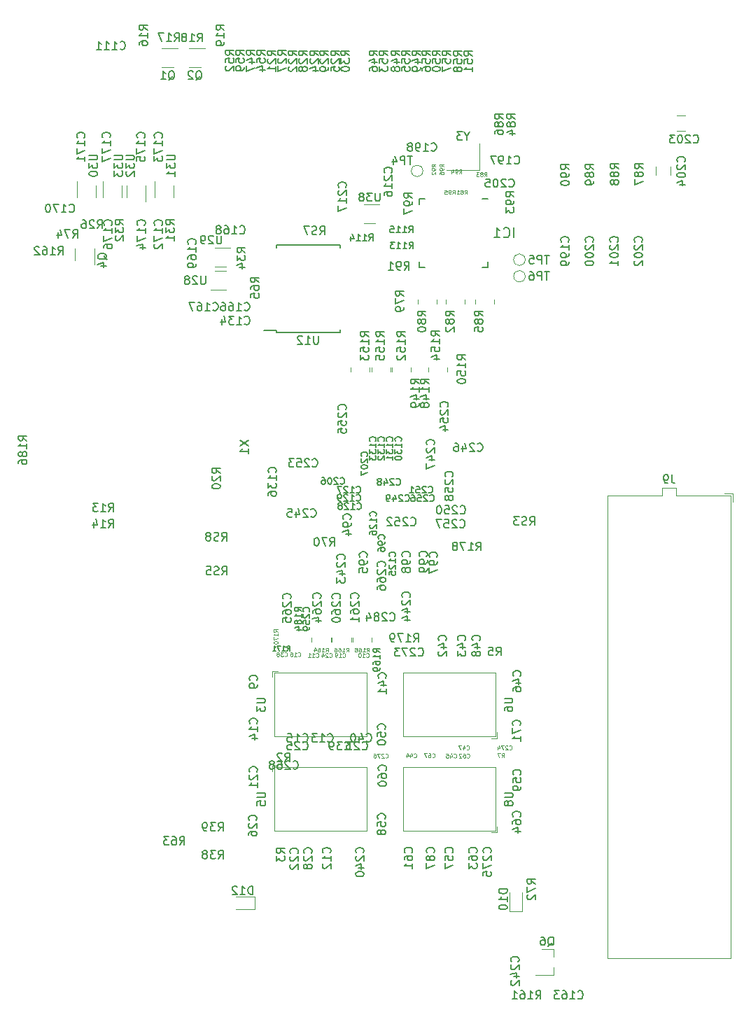
<source format=gbr>
G04 #@! TF.GenerationSoftware,KiCad,Pcbnew,5.0.0-rc3-6a2723a~65~ubuntu16.04.1*
G04 #@! TF.CreationDate,2018-11-29T22:42:40+06:00*
G04 #@! TF.ProjectId,Ki5,4B69352E6B696361645F706362000000,rev?*
G04 #@! TF.SameCoordinates,Original*
G04 #@! TF.FileFunction,Legend,Bot*
G04 #@! TF.FilePolarity,Positive*
%FSLAX46Y46*%
G04 Gerber Fmt 4.6, Leading zero omitted, Abs format (unit mm)*
G04 Created by KiCad (PCBNEW 5.0.0-rc3-6a2723a~65~ubuntu16.04.1) date Thu Nov 29 22:42:40 2018*
%MOMM*%
%LPD*%
G01*
G04 APERTURE LIST*
%ADD10C,0.150000*%
%ADD11C,0.120000*%
%ADD12C,0.100000*%
G04 APERTURE END LIST*
D10*
G04 #@! TO.C,IC1*
X80486400Y-58468200D02*
X80486400Y-57818200D01*
X81136400Y-58468200D02*
X80486400Y-58468200D01*
X88786400Y-58468200D02*
X88786400Y-57818200D01*
X88136400Y-58468200D02*
X88786400Y-58468200D01*
X80486400Y-50168200D02*
X80486400Y-50818200D01*
X81136400Y-50168200D02*
X80486400Y-50168200D01*
X88786400Y-50168200D02*
X88136400Y-50168200D01*
D11*
G04 #@! TO.C,J9*
X118152600Y-142055000D02*
X103252600Y-142055000D01*
X103252600Y-142055000D02*
X103252600Y-86055000D01*
X103252600Y-86055000D02*
X109832600Y-86055000D01*
X109832600Y-86055000D02*
X109832600Y-85165000D01*
X109832600Y-85165000D02*
X111572600Y-85165000D01*
X111572600Y-85165000D02*
X111572600Y-86055000D01*
X111572600Y-86055000D02*
X118152600Y-86055000D01*
X118152600Y-86055000D02*
X118152600Y-142055000D01*
X118402600Y-86825000D02*
X118402600Y-85825000D01*
X118402600Y-85825000D02*
X117402600Y-85825000D01*
G04 #@! TO.C,U8*
X89925000Y-126825000D02*
X89925000Y-126125000D01*
X89225000Y-126825000D02*
X89925000Y-126825000D01*
X78525000Y-126625000D02*
X89725000Y-126625000D01*
X78525000Y-118925000D02*
X78525000Y-126625000D01*
X89725000Y-118925000D02*
X78525000Y-118925000D01*
X89725000Y-126625000D02*
X89725000Y-118925000D01*
G04 #@! TO.C,U5*
X62725000Y-118725000D02*
X62725000Y-119425000D01*
X63425000Y-118725000D02*
X62725000Y-118725000D01*
X74125000Y-118925000D02*
X62925000Y-118925000D01*
X74125000Y-126625000D02*
X74125000Y-118925000D01*
X62925000Y-126625000D02*
X74125000Y-126625000D01*
X62925000Y-118925000D02*
X62925000Y-126625000D01*
G04 #@! TO.C,U6*
X89925000Y-115400000D02*
X89925000Y-114700000D01*
X89225000Y-115400000D02*
X89925000Y-115400000D01*
X78525000Y-115200000D02*
X89725000Y-115200000D01*
X78525000Y-107500000D02*
X78525000Y-115200000D01*
X89725000Y-107500000D02*
X78525000Y-107500000D01*
X89725000Y-115200000D02*
X89725000Y-107500000D01*
G04 #@! TO.C,U3*
X62725000Y-107300000D02*
X62725000Y-108000000D01*
X63425000Y-107300000D02*
X62725000Y-107300000D01*
X74125000Y-107500000D02*
X62925000Y-107500000D01*
X74125000Y-115200000D02*
X74125000Y-107500000D01*
X62925000Y-115200000D02*
X74125000Y-115200000D01*
X62925000Y-107500000D02*
X62925000Y-115200000D01*
G04 #@! TO.C,C203*
X111633400Y-40111000D02*
X112633400Y-40111000D01*
X111633400Y-41931000D02*
X112633400Y-41931000D01*
G04 #@! TO.C,C204*
X109072000Y-46286800D02*
X109072000Y-47286800D01*
X110892000Y-46286800D02*
X110892000Y-47286800D01*
G04 #@! TO.C,D10*
X92898500Y-134074000D02*
X92898500Y-136344000D01*
X92898500Y-136344000D02*
X91378500Y-136344000D01*
X91378500Y-136344000D02*
X91378500Y-134074000D01*
G04 #@! TO.C,D12*
X60593600Y-136065800D02*
X58323600Y-136065800D01*
X60593600Y-134545800D02*
X60593600Y-136065800D01*
X58323600Y-134545800D02*
X60593600Y-134545800D01*
G04 #@! TO.C,Q1*
X49338000Y-31923500D02*
X51238000Y-31923500D01*
X50738000Y-34243500D02*
X49338000Y-34243500D01*
G04 #@! TO.C,Q2*
X54057800Y-34243500D02*
X52657800Y-34243500D01*
X52657800Y-31923500D02*
X54557800Y-31923500D01*
G04 #@! TO.C,Q4*
X41190400Y-56196000D02*
X41190400Y-58096000D01*
X38870400Y-57596000D02*
X38870400Y-56196000D01*
G04 #@! TO.C,Q6*
X96739000Y-140914000D02*
X96739000Y-141844000D01*
X96739000Y-144074000D02*
X96739000Y-143144000D01*
X96739000Y-144074000D02*
X94579000Y-144074000D01*
X96739000Y-140914000D02*
X95279000Y-140914000D01*
G04 #@! TO.C,R80*
X80343200Y-62886400D02*
X80343200Y-62386400D01*
X82623200Y-62886400D02*
X82623200Y-62386400D01*
G04 #@! TO.C,R82*
X86019200Y-62886400D02*
X86019200Y-62386400D01*
X83739200Y-62886400D02*
X83739200Y-62386400D01*
G04 #@! TO.C,R85*
X87252000Y-62886400D02*
X87252000Y-62386400D01*
X89532000Y-62886400D02*
X89532000Y-62386400D01*
G04 #@! TO.C,R152*
X79473600Y-70565200D02*
X79473600Y-71065200D01*
X77193600Y-70565200D02*
X77193600Y-71065200D01*
G04 #@! TO.C,R153*
X74495200Y-70565200D02*
X74495200Y-71065200D01*
X72215200Y-70565200D02*
X72215200Y-71065200D01*
G04 #@! TO.C,R154*
X83893200Y-70565200D02*
X83893200Y-71065200D01*
X81613200Y-70565200D02*
X81613200Y-71065200D01*
G04 #@! TO.C,R155*
X74704400Y-70565200D02*
X74704400Y-71065200D01*
X76984400Y-70565200D02*
X76984400Y-71065200D01*
G04 #@! TO.C,R164*
X67425400Y-103246800D02*
X67425400Y-103746800D01*
X69785400Y-103246800D02*
X69785400Y-103746800D01*
G04 #@! TO.C,R166*
X72274600Y-103246800D02*
X72274600Y-103746800D01*
X69914600Y-103246800D02*
X69914600Y-103746800D01*
G04 #@! TO.C,R168*
X72403800Y-103246800D02*
X72403800Y-103746800D01*
X74763800Y-103246800D02*
X74763800Y-103746800D01*
G04 #@! TO.C,TP4*
X80931000Y-46786800D02*
G75*
G03X80931000Y-46786800I-700000J0D01*
G01*
G04 #@! TO.C,TP5*
X93300800Y-57531000D02*
G75*
G03X93300800Y-57531000I-700000J0D01*
G01*
G04 #@! TO.C,TP6*
X93308400Y-59537600D02*
G75*
G03X93308400Y-59537600I-700000J0D01*
G01*
D10*
G04 #@! TO.C,U12*
X63173400Y-66361200D02*
X63173400Y-66086200D01*
X70923400Y-66361200D02*
X70923400Y-66006200D01*
X70923400Y-55711200D02*
X70923400Y-56066200D01*
X63173400Y-55711200D02*
X63173400Y-56066200D01*
X63173400Y-66361200D02*
X70923400Y-66361200D01*
X63173400Y-55711200D02*
X70923400Y-55711200D01*
X63173400Y-66086200D02*
X61648400Y-66086200D01*
D11*
G04 #@! TO.C,U28*
X55738800Y-58885600D02*
X57138800Y-58885600D01*
X57138800Y-61205600D02*
X55238800Y-61205600D01*
G04 #@! TO.C,U29*
X55738800Y-56091600D02*
X57638800Y-56091600D01*
X57138800Y-58411600D02*
X55738800Y-58411600D01*
G04 #@! TO.C,U30*
X41393600Y-48576000D02*
X41393600Y-49976000D01*
X39073600Y-49976000D02*
X39073600Y-48076000D01*
G04 #@! TO.C,U31*
X48471600Y-49976000D02*
X48471600Y-48076000D01*
X50791600Y-48576000D02*
X50791600Y-49976000D01*
G04 #@! TO.C,U32*
X45068000Y-49976000D02*
X45068000Y-48576000D01*
X47388000Y-48576000D02*
X47388000Y-50476000D01*
G04 #@! TO.C,U33*
X44543200Y-48576000D02*
X44543200Y-49976000D01*
X42223200Y-49976000D02*
X42223200Y-48076000D01*
G04 #@! TO.C,U38*
X75190600Y-53153800D02*
X73790600Y-53153800D01*
X73790600Y-50833800D02*
X75690600Y-50833800D01*
G04 #@! TO.C,Y3*
X87801200Y-43459600D02*
X87801200Y-46659600D01*
X87801200Y-46659600D02*
X83801200Y-46659600D01*
G04 #@! TO.C,C284*
D10*
X76939047Y-101137142D02*
X76986666Y-101184761D01*
X77129523Y-101232380D01*
X77224761Y-101232380D01*
X77367619Y-101184761D01*
X77462857Y-101089523D01*
X77510476Y-100994285D01*
X77558095Y-100803809D01*
X77558095Y-100660952D01*
X77510476Y-100470476D01*
X77462857Y-100375238D01*
X77367619Y-100280000D01*
X77224761Y-100232380D01*
X77129523Y-100232380D01*
X76986666Y-100280000D01*
X76939047Y-100327619D01*
X76558095Y-100327619D02*
X76510476Y-100280000D01*
X76415238Y-100232380D01*
X76177142Y-100232380D01*
X76081904Y-100280000D01*
X76034285Y-100327619D01*
X75986666Y-100422857D01*
X75986666Y-100518095D01*
X76034285Y-100660952D01*
X76605714Y-101232380D01*
X75986666Y-101232380D01*
X75415238Y-100660952D02*
X75510476Y-100613333D01*
X75558095Y-100565714D01*
X75605714Y-100470476D01*
X75605714Y-100422857D01*
X75558095Y-100327619D01*
X75510476Y-100280000D01*
X75415238Y-100232380D01*
X75224761Y-100232380D01*
X75129523Y-100280000D01*
X75081904Y-100327619D01*
X75034285Y-100422857D01*
X75034285Y-100470476D01*
X75081904Y-100565714D01*
X75129523Y-100613333D01*
X75224761Y-100660952D01*
X75415238Y-100660952D01*
X75510476Y-100708571D01*
X75558095Y-100756190D01*
X75605714Y-100851428D01*
X75605714Y-101041904D01*
X75558095Y-101137142D01*
X75510476Y-101184761D01*
X75415238Y-101232380D01*
X75224761Y-101232380D01*
X75129523Y-101184761D01*
X75081904Y-101137142D01*
X75034285Y-101041904D01*
X75034285Y-100851428D01*
X75081904Y-100756190D01*
X75129523Y-100708571D01*
X75224761Y-100660952D01*
X74177142Y-100565714D02*
X74177142Y-101232380D01*
X74415238Y-100184761D02*
X74653333Y-100899047D01*
X74034285Y-100899047D01*
G04 #@! TO.C,C261*
X73073742Y-98472352D02*
X73121361Y-98424733D01*
X73168980Y-98281876D01*
X73168980Y-98186638D01*
X73121361Y-98043780D01*
X73026123Y-97948542D01*
X72930885Y-97900923D01*
X72740409Y-97853304D01*
X72597552Y-97853304D01*
X72407076Y-97900923D01*
X72311838Y-97948542D01*
X72216600Y-98043780D01*
X72168980Y-98186638D01*
X72168980Y-98281876D01*
X72216600Y-98424733D01*
X72264219Y-98472352D01*
X72264219Y-98853304D02*
X72216600Y-98900923D01*
X72168980Y-98996161D01*
X72168980Y-99234257D01*
X72216600Y-99329495D01*
X72264219Y-99377114D01*
X72359457Y-99424733D01*
X72454695Y-99424733D01*
X72597552Y-99377114D01*
X73168980Y-98805685D01*
X73168980Y-99424733D01*
X72168980Y-100281876D02*
X72168980Y-100091400D01*
X72216600Y-99996161D01*
X72264219Y-99948542D01*
X72407076Y-99853304D01*
X72597552Y-99805685D01*
X72978504Y-99805685D01*
X73073742Y-99853304D01*
X73121361Y-99900923D01*
X73168980Y-99996161D01*
X73168980Y-100186638D01*
X73121361Y-100281876D01*
X73073742Y-100329495D01*
X72978504Y-100377114D01*
X72740409Y-100377114D01*
X72645171Y-100329495D01*
X72597552Y-100281876D01*
X72549933Y-100186638D01*
X72549933Y-99996161D01*
X72597552Y-99900923D01*
X72645171Y-99853304D01*
X72740409Y-99805685D01*
X73168980Y-101329495D02*
X73168980Y-100758066D01*
X73168980Y-101043780D02*
X72168980Y-101043780D01*
X72311838Y-100948542D01*
X72407076Y-100853304D01*
X72454695Y-100758066D01*
G04 #@! TO.C,IC1*
X91951028Y-54848057D02*
X91951028Y-53648057D01*
X90693885Y-54733771D02*
X90751028Y-54790914D01*
X90922457Y-54848057D01*
X91036742Y-54848057D01*
X91208171Y-54790914D01*
X91322457Y-54676628D01*
X91379600Y-54562342D01*
X91436742Y-54333771D01*
X91436742Y-54162342D01*
X91379600Y-53933771D01*
X91322457Y-53819485D01*
X91208171Y-53705200D01*
X91036742Y-53648057D01*
X90922457Y-53648057D01*
X90751028Y-53705200D01*
X90693885Y-53762342D01*
X89551028Y-54848057D02*
X90236742Y-54848057D01*
X89893885Y-54848057D02*
X89893885Y-53648057D01*
X90008171Y-53819485D01*
X90122457Y-53933771D01*
X90236742Y-53990914D01*
G04 #@! TO.C,J9*
X111035933Y-83557380D02*
X111035933Y-84271666D01*
X111083552Y-84414523D01*
X111178790Y-84509761D01*
X111321647Y-84557380D01*
X111416885Y-84557380D01*
X110512123Y-84557380D02*
X110321647Y-84557380D01*
X110226409Y-84509761D01*
X110178790Y-84462142D01*
X110083552Y-84319285D01*
X110035933Y-84128809D01*
X110035933Y-83747857D01*
X110083552Y-83652619D01*
X110131171Y-83605000D01*
X110226409Y-83557380D01*
X110416885Y-83557380D01*
X110512123Y-83605000D01*
X110559742Y-83652619D01*
X110607361Y-83747857D01*
X110607361Y-83985952D01*
X110559742Y-84081190D01*
X110512123Y-84128809D01*
X110416885Y-84176428D01*
X110226409Y-84176428D01*
X110131171Y-84128809D01*
X110083552Y-84081190D01*
X110035933Y-83985952D01*
G04 #@! TO.C,U8*
X90802380Y-122013095D02*
X91611904Y-122013095D01*
X91707142Y-122060714D01*
X91754761Y-122108333D01*
X91802380Y-122203571D01*
X91802380Y-122394047D01*
X91754761Y-122489285D01*
X91707142Y-122536904D01*
X91611904Y-122584523D01*
X90802380Y-122584523D01*
X91230952Y-123203571D02*
X91183333Y-123108333D01*
X91135714Y-123060714D01*
X91040476Y-123013095D01*
X90992857Y-123013095D01*
X90897619Y-123060714D01*
X90850000Y-123108333D01*
X90802380Y-123203571D01*
X90802380Y-123394047D01*
X90850000Y-123489285D01*
X90897619Y-123536904D01*
X90992857Y-123584523D01*
X91040476Y-123584523D01*
X91135714Y-123536904D01*
X91183333Y-123489285D01*
X91230952Y-123394047D01*
X91230952Y-123203571D01*
X91278571Y-123108333D01*
X91326190Y-123060714D01*
X91421428Y-123013095D01*
X91611904Y-123013095D01*
X91707142Y-123060714D01*
X91754761Y-123108333D01*
X91802380Y-123203571D01*
X91802380Y-123394047D01*
X91754761Y-123489285D01*
X91707142Y-123536904D01*
X91611904Y-123584523D01*
X91421428Y-123584523D01*
X91326190Y-123536904D01*
X91278571Y-123489285D01*
X91230952Y-123394047D01*
G04 #@! TO.C,U5*
X60877380Y-122013095D02*
X61686904Y-122013095D01*
X61782142Y-122060714D01*
X61829761Y-122108333D01*
X61877380Y-122203571D01*
X61877380Y-122394047D01*
X61829761Y-122489285D01*
X61782142Y-122536904D01*
X61686904Y-122584523D01*
X60877380Y-122584523D01*
X60877380Y-123536904D02*
X60877380Y-123060714D01*
X61353571Y-123013095D01*
X61305952Y-123060714D01*
X61258333Y-123155952D01*
X61258333Y-123394047D01*
X61305952Y-123489285D01*
X61353571Y-123536904D01*
X61448809Y-123584523D01*
X61686904Y-123584523D01*
X61782142Y-123536904D01*
X61829761Y-123489285D01*
X61877380Y-123394047D01*
X61877380Y-123155952D01*
X61829761Y-123060714D01*
X61782142Y-123013095D01*
G04 #@! TO.C,U6*
X90777380Y-110588095D02*
X91586904Y-110588095D01*
X91682142Y-110635714D01*
X91729761Y-110683333D01*
X91777380Y-110778571D01*
X91777380Y-110969047D01*
X91729761Y-111064285D01*
X91682142Y-111111904D01*
X91586904Y-111159523D01*
X90777380Y-111159523D01*
X90777380Y-112064285D02*
X90777380Y-111873809D01*
X90825000Y-111778571D01*
X90872619Y-111730952D01*
X91015476Y-111635714D01*
X91205952Y-111588095D01*
X91586904Y-111588095D01*
X91682142Y-111635714D01*
X91729761Y-111683333D01*
X91777380Y-111778571D01*
X91777380Y-111969047D01*
X91729761Y-112064285D01*
X91682142Y-112111904D01*
X91586904Y-112159523D01*
X91348809Y-112159523D01*
X91253571Y-112111904D01*
X91205952Y-112064285D01*
X91158333Y-111969047D01*
X91158333Y-111778571D01*
X91205952Y-111683333D01*
X91253571Y-111635714D01*
X91348809Y-111588095D01*
G04 #@! TO.C,U3*
X60852380Y-110588095D02*
X61661904Y-110588095D01*
X61757142Y-110635714D01*
X61804761Y-110683333D01*
X61852380Y-110778571D01*
X61852380Y-110969047D01*
X61804761Y-111064285D01*
X61757142Y-111111904D01*
X61661904Y-111159523D01*
X60852380Y-111159523D01*
X60852380Y-111540476D02*
X60852380Y-112159523D01*
X61233333Y-111826190D01*
X61233333Y-111969047D01*
X61280952Y-112064285D01*
X61328571Y-112111904D01*
X61423809Y-112159523D01*
X61661904Y-112159523D01*
X61757142Y-112111904D01*
X61804761Y-112064285D01*
X61852380Y-111969047D01*
X61852380Y-111683333D01*
X61804761Y-111588095D01*
X61757142Y-111540476D01*
G04 #@! TO.C,C9*
X60832142Y-108408333D02*
X60879761Y-108360714D01*
X60927380Y-108217857D01*
X60927380Y-108122619D01*
X60879761Y-107979761D01*
X60784523Y-107884523D01*
X60689285Y-107836904D01*
X60498809Y-107789285D01*
X60355952Y-107789285D01*
X60165476Y-107836904D01*
X60070238Y-107884523D01*
X59975000Y-107979761D01*
X59927380Y-108122619D01*
X59927380Y-108217857D01*
X59975000Y-108360714D01*
X60022619Y-108408333D01*
X60927380Y-108884523D02*
X60927380Y-109075000D01*
X60879761Y-109170238D01*
X60832142Y-109217857D01*
X60689285Y-109313095D01*
X60498809Y-109360714D01*
X60117857Y-109360714D01*
X60022619Y-109313095D01*
X59975000Y-109265476D01*
X59927380Y-109170238D01*
X59927380Y-108979761D01*
X59975000Y-108884523D01*
X60022619Y-108836904D01*
X60117857Y-108789285D01*
X60355952Y-108789285D01*
X60451190Y-108836904D01*
X60498809Y-108884523D01*
X60546428Y-108979761D01*
X60546428Y-109170238D01*
X60498809Y-109265476D01*
X60451190Y-109313095D01*
X60355952Y-109360714D01*
G04 #@! TO.C,C10*
D12*
X74083028Y-105563171D02*
X74106838Y-105586980D01*
X74178266Y-105610790D01*
X74225885Y-105610790D01*
X74297314Y-105586980D01*
X74344933Y-105539361D01*
X74368742Y-105491742D01*
X74392552Y-105396504D01*
X74392552Y-105325076D01*
X74368742Y-105229838D01*
X74344933Y-105182219D01*
X74297314Y-105134600D01*
X74225885Y-105110790D01*
X74178266Y-105110790D01*
X74106838Y-105134600D01*
X74083028Y-105158409D01*
X73606838Y-105610790D02*
X73892552Y-105610790D01*
X73749695Y-105610790D02*
X73749695Y-105110790D01*
X73797314Y-105182219D01*
X73844933Y-105229838D01*
X73892552Y-105253647D01*
X73297314Y-105110790D02*
X73249695Y-105110790D01*
X73202076Y-105134600D01*
X73178266Y-105158409D01*
X73154457Y-105206028D01*
X73130647Y-105301266D01*
X73130647Y-105420314D01*
X73154457Y-105515552D01*
X73178266Y-105563171D01*
X73202076Y-105586980D01*
X73249695Y-105610790D01*
X73297314Y-105610790D01*
X73344933Y-105586980D01*
X73368742Y-105563171D01*
X73392552Y-105515552D01*
X73416361Y-105420314D01*
X73416361Y-105301266D01*
X73392552Y-105206028D01*
X73368742Y-105158409D01*
X73344933Y-105134600D01*
X73297314Y-105110790D01*
G04 #@! TO.C,C11*
X67987028Y-105563171D02*
X68010838Y-105586980D01*
X68082266Y-105610790D01*
X68129885Y-105610790D01*
X68201314Y-105586980D01*
X68248933Y-105539361D01*
X68272742Y-105491742D01*
X68296552Y-105396504D01*
X68296552Y-105325076D01*
X68272742Y-105229838D01*
X68248933Y-105182219D01*
X68201314Y-105134600D01*
X68129885Y-105110790D01*
X68082266Y-105110790D01*
X68010838Y-105134600D01*
X67987028Y-105158409D01*
X67510838Y-105610790D02*
X67796552Y-105610790D01*
X67653695Y-105610790D02*
X67653695Y-105110790D01*
X67701314Y-105182219D01*
X67748933Y-105229838D01*
X67796552Y-105253647D01*
X67034647Y-105610790D02*
X67320361Y-105610790D01*
X67177504Y-105610790D02*
X67177504Y-105110790D01*
X67225123Y-105182219D01*
X67272742Y-105229838D01*
X67320361Y-105253647D01*
G04 #@! TO.C,C12*
D10*
X69682142Y-129282142D02*
X69729761Y-129234523D01*
X69777380Y-129091666D01*
X69777380Y-128996428D01*
X69729761Y-128853571D01*
X69634523Y-128758333D01*
X69539285Y-128710714D01*
X69348809Y-128663095D01*
X69205952Y-128663095D01*
X69015476Y-128710714D01*
X68920238Y-128758333D01*
X68825000Y-128853571D01*
X68777380Y-128996428D01*
X68777380Y-129091666D01*
X68825000Y-129234523D01*
X68872619Y-129282142D01*
X69777380Y-130234523D02*
X69777380Y-129663095D01*
X69777380Y-129948809D02*
X68777380Y-129948809D01*
X68920238Y-129853571D01*
X69015476Y-129758333D01*
X69063095Y-129663095D01*
X68872619Y-130615476D02*
X68825000Y-130663095D01*
X68777380Y-130758333D01*
X68777380Y-130996428D01*
X68825000Y-131091666D01*
X68872619Y-131139285D01*
X68967857Y-131186904D01*
X69063095Y-131186904D01*
X69205952Y-131139285D01*
X69777380Y-130567857D01*
X69777380Y-131186904D01*
G04 #@! TO.C,C13*
X69418457Y-115788542D02*
X69466076Y-115836161D01*
X69608933Y-115883780D01*
X69704171Y-115883780D01*
X69847028Y-115836161D01*
X69942266Y-115740923D01*
X69989885Y-115645685D01*
X70037504Y-115455209D01*
X70037504Y-115312352D01*
X69989885Y-115121876D01*
X69942266Y-115026638D01*
X69847028Y-114931400D01*
X69704171Y-114883780D01*
X69608933Y-114883780D01*
X69466076Y-114931400D01*
X69418457Y-114979019D01*
X68466076Y-115883780D02*
X69037504Y-115883780D01*
X68751790Y-115883780D02*
X68751790Y-114883780D01*
X68847028Y-115026638D01*
X68942266Y-115121876D01*
X69037504Y-115169495D01*
X68132742Y-114883780D02*
X67513695Y-114883780D01*
X67847028Y-115264733D01*
X67704171Y-115264733D01*
X67608933Y-115312352D01*
X67561314Y-115359971D01*
X67513695Y-115455209D01*
X67513695Y-115693304D01*
X67561314Y-115788542D01*
X67608933Y-115836161D01*
X67704171Y-115883780D01*
X67989885Y-115883780D01*
X68085123Y-115836161D01*
X68132742Y-115788542D01*
G04 #@! TO.C,C14*
X60832142Y-113632142D02*
X60879761Y-113584523D01*
X60927380Y-113441666D01*
X60927380Y-113346428D01*
X60879761Y-113203571D01*
X60784523Y-113108333D01*
X60689285Y-113060714D01*
X60498809Y-113013095D01*
X60355952Y-113013095D01*
X60165476Y-113060714D01*
X60070238Y-113108333D01*
X59975000Y-113203571D01*
X59927380Y-113346428D01*
X59927380Y-113441666D01*
X59975000Y-113584523D01*
X60022619Y-113632142D01*
X60927380Y-114584523D02*
X60927380Y-114013095D01*
X60927380Y-114298809D02*
X59927380Y-114298809D01*
X60070238Y-114203571D01*
X60165476Y-114108333D01*
X60213095Y-114013095D01*
X60260714Y-115441666D02*
X60927380Y-115441666D01*
X59879761Y-115203571D02*
X60594047Y-114965476D01*
X60594047Y-115584523D01*
G04 #@! TO.C,C15*
X66392857Y-115777142D02*
X66440476Y-115824761D01*
X66583333Y-115872380D01*
X66678571Y-115872380D01*
X66821428Y-115824761D01*
X66916666Y-115729523D01*
X66964285Y-115634285D01*
X67011904Y-115443809D01*
X67011904Y-115300952D01*
X66964285Y-115110476D01*
X66916666Y-115015238D01*
X66821428Y-114920000D01*
X66678571Y-114872380D01*
X66583333Y-114872380D01*
X66440476Y-114920000D01*
X66392857Y-114967619D01*
X65440476Y-115872380D02*
X66011904Y-115872380D01*
X65726190Y-115872380D02*
X65726190Y-114872380D01*
X65821428Y-115015238D01*
X65916666Y-115110476D01*
X66011904Y-115158095D01*
X64535714Y-114872380D02*
X65011904Y-114872380D01*
X65059523Y-115348571D01*
X65011904Y-115300952D01*
X64916666Y-115253333D01*
X64678571Y-115253333D01*
X64583333Y-115300952D01*
X64535714Y-115348571D01*
X64488095Y-115443809D01*
X64488095Y-115681904D01*
X64535714Y-115777142D01*
X64583333Y-115824761D01*
X64678571Y-115872380D01*
X64916666Y-115872380D01*
X65011904Y-115824761D01*
X65059523Y-115777142D01*
G04 #@! TO.C,C16*
D12*
X65821428Y-105453571D02*
X65845238Y-105477380D01*
X65916666Y-105501190D01*
X65964285Y-105501190D01*
X66035714Y-105477380D01*
X66083333Y-105429761D01*
X66107142Y-105382142D01*
X66130952Y-105286904D01*
X66130952Y-105215476D01*
X66107142Y-105120238D01*
X66083333Y-105072619D01*
X66035714Y-105025000D01*
X65964285Y-105001190D01*
X65916666Y-105001190D01*
X65845238Y-105025000D01*
X65821428Y-105048809D01*
X65345238Y-105501190D02*
X65630952Y-105501190D01*
X65488095Y-105501190D02*
X65488095Y-105001190D01*
X65535714Y-105072619D01*
X65583333Y-105120238D01*
X65630952Y-105144047D01*
X64916666Y-105001190D02*
X65011904Y-105001190D01*
X65059523Y-105025000D01*
X65083333Y-105048809D01*
X65130952Y-105120238D01*
X65154761Y-105215476D01*
X65154761Y-105405952D01*
X65130952Y-105453571D01*
X65107142Y-105477380D01*
X65059523Y-105501190D01*
X64964285Y-105501190D01*
X64916666Y-105477380D01*
X64892857Y-105453571D01*
X64869047Y-105405952D01*
X64869047Y-105286904D01*
X64892857Y-105239285D01*
X64916666Y-105215476D01*
X64964285Y-105191666D01*
X65059523Y-105191666D01*
X65107142Y-105215476D01*
X65130952Y-105239285D01*
X65154761Y-105286904D01*
G04 #@! TO.C,C19*
X71238228Y-105563171D02*
X71262038Y-105586980D01*
X71333466Y-105610790D01*
X71381085Y-105610790D01*
X71452514Y-105586980D01*
X71500133Y-105539361D01*
X71523942Y-105491742D01*
X71547752Y-105396504D01*
X71547752Y-105325076D01*
X71523942Y-105229838D01*
X71500133Y-105182219D01*
X71452514Y-105134600D01*
X71381085Y-105110790D01*
X71333466Y-105110790D01*
X71262038Y-105134600D01*
X71238228Y-105158409D01*
X70762038Y-105610790D02*
X71047752Y-105610790D01*
X70904895Y-105610790D02*
X70904895Y-105110790D01*
X70952514Y-105182219D01*
X71000133Y-105229838D01*
X71047752Y-105253647D01*
X70523942Y-105610790D02*
X70428704Y-105610790D01*
X70381085Y-105586980D01*
X70357276Y-105563171D01*
X70309657Y-105491742D01*
X70285847Y-105396504D01*
X70285847Y-105206028D01*
X70309657Y-105158409D01*
X70333466Y-105134600D01*
X70381085Y-105110790D01*
X70476323Y-105110790D01*
X70523942Y-105134600D01*
X70547752Y-105158409D01*
X70571561Y-105206028D01*
X70571561Y-105325076D01*
X70547752Y-105372695D01*
X70523942Y-105396504D01*
X70476323Y-105420314D01*
X70381085Y-105420314D01*
X70333466Y-105396504D01*
X70309657Y-105372695D01*
X70285847Y-105325076D01*
G04 #@! TO.C,C21*
D10*
X60807142Y-119482142D02*
X60854761Y-119434523D01*
X60902380Y-119291666D01*
X60902380Y-119196428D01*
X60854761Y-119053571D01*
X60759523Y-118958333D01*
X60664285Y-118910714D01*
X60473809Y-118863095D01*
X60330952Y-118863095D01*
X60140476Y-118910714D01*
X60045238Y-118958333D01*
X59950000Y-119053571D01*
X59902380Y-119196428D01*
X59902380Y-119291666D01*
X59950000Y-119434523D01*
X59997619Y-119482142D01*
X59997619Y-119863095D02*
X59950000Y-119910714D01*
X59902380Y-120005952D01*
X59902380Y-120244047D01*
X59950000Y-120339285D01*
X59997619Y-120386904D01*
X60092857Y-120434523D01*
X60188095Y-120434523D01*
X60330952Y-120386904D01*
X60902380Y-119815476D01*
X60902380Y-120434523D01*
X60902380Y-121386904D02*
X60902380Y-120815476D01*
X60902380Y-121101190D02*
X59902380Y-121101190D01*
X60045238Y-121005952D01*
X60140476Y-120910714D01*
X60188095Y-120815476D01*
G04 #@! TO.C,C22*
X65757142Y-129332142D02*
X65804761Y-129284523D01*
X65852380Y-129141666D01*
X65852380Y-129046428D01*
X65804761Y-128903571D01*
X65709523Y-128808333D01*
X65614285Y-128760714D01*
X65423809Y-128713095D01*
X65280952Y-128713095D01*
X65090476Y-128760714D01*
X64995238Y-128808333D01*
X64900000Y-128903571D01*
X64852380Y-129046428D01*
X64852380Y-129141666D01*
X64900000Y-129284523D01*
X64947619Y-129332142D01*
X64947619Y-129713095D02*
X64900000Y-129760714D01*
X64852380Y-129855952D01*
X64852380Y-130094047D01*
X64900000Y-130189285D01*
X64947619Y-130236904D01*
X65042857Y-130284523D01*
X65138095Y-130284523D01*
X65280952Y-130236904D01*
X65852380Y-129665476D01*
X65852380Y-130284523D01*
X64947619Y-130665476D02*
X64900000Y-130713095D01*
X64852380Y-130808333D01*
X64852380Y-131046428D01*
X64900000Y-131141666D01*
X64947619Y-131189285D01*
X65042857Y-131236904D01*
X65138095Y-131236904D01*
X65280952Y-131189285D01*
X65852380Y-130617857D01*
X65852380Y-131236904D01*
G04 #@! TO.C,C23*
X73592857Y-116727142D02*
X73640476Y-116774761D01*
X73783333Y-116822380D01*
X73878571Y-116822380D01*
X74021428Y-116774761D01*
X74116666Y-116679523D01*
X74164285Y-116584285D01*
X74211904Y-116393809D01*
X74211904Y-116250952D01*
X74164285Y-116060476D01*
X74116666Y-115965238D01*
X74021428Y-115870000D01*
X73878571Y-115822380D01*
X73783333Y-115822380D01*
X73640476Y-115870000D01*
X73592857Y-115917619D01*
X73211904Y-115917619D02*
X73164285Y-115870000D01*
X73069047Y-115822380D01*
X72830952Y-115822380D01*
X72735714Y-115870000D01*
X72688095Y-115917619D01*
X72640476Y-116012857D01*
X72640476Y-116108095D01*
X72688095Y-116250952D01*
X73259523Y-116822380D01*
X72640476Y-116822380D01*
X72307142Y-115822380D02*
X71688095Y-115822380D01*
X72021428Y-116203333D01*
X71878571Y-116203333D01*
X71783333Y-116250952D01*
X71735714Y-116298571D01*
X71688095Y-116393809D01*
X71688095Y-116631904D01*
X71735714Y-116727142D01*
X71783333Y-116774761D01*
X71878571Y-116822380D01*
X72164285Y-116822380D01*
X72259523Y-116774761D01*
X72307142Y-116727142D01*
G04 #@! TO.C,C24*
D12*
X69612628Y-105563171D02*
X69636438Y-105586980D01*
X69707866Y-105610790D01*
X69755485Y-105610790D01*
X69826914Y-105586980D01*
X69874533Y-105539361D01*
X69898342Y-105491742D01*
X69922152Y-105396504D01*
X69922152Y-105325076D01*
X69898342Y-105229838D01*
X69874533Y-105182219D01*
X69826914Y-105134600D01*
X69755485Y-105110790D01*
X69707866Y-105110790D01*
X69636438Y-105134600D01*
X69612628Y-105158409D01*
X69422152Y-105158409D02*
X69398342Y-105134600D01*
X69350723Y-105110790D01*
X69231676Y-105110790D01*
X69184057Y-105134600D01*
X69160247Y-105158409D01*
X69136438Y-105206028D01*
X69136438Y-105253647D01*
X69160247Y-105325076D01*
X69445961Y-105610790D01*
X69136438Y-105610790D01*
X68707866Y-105277457D02*
X68707866Y-105610790D01*
X68826914Y-105086980D02*
X68945961Y-105444123D01*
X68636438Y-105444123D01*
G04 #@! TO.C,C25*
D10*
X66392857Y-116727142D02*
X66440476Y-116774761D01*
X66583333Y-116822380D01*
X66678571Y-116822380D01*
X66821428Y-116774761D01*
X66916666Y-116679523D01*
X66964285Y-116584285D01*
X67011904Y-116393809D01*
X67011904Y-116250952D01*
X66964285Y-116060476D01*
X66916666Y-115965238D01*
X66821428Y-115870000D01*
X66678571Y-115822380D01*
X66583333Y-115822380D01*
X66440476Y-115870000D01*
X66392857Y-115917619D01*
X66011904Y-115917619D02*
X65964285Y-115870000D01*
X65869047Y-115822380D01*
X65630952Y-115822380D01*
X65535714Y-115870000D01*
X65488095Y-115917619D01*
X65440476Y-116012857D01*
X65440476Y-116108095D01*
X65488095Y-116250952D01*
X66059523Y-116822380D01*
X65440476Y-116822380D01*
X64535714Y-115822380D02*
X65011904Y-115822380D01*
X65059523Y-116298571D01*
X65011904Y-116250952D01*
X64916666Y-116203333D01*
X64678571Y-116203333D01*
X64583333Y-116250952D01*
X64535714Y-116298571D01*
X64488095Y-116393809D01*
X64488095Y-116631904D01*
X64535714Y-116727142D01*
X64583333Y-116774761D01*
X64678571Y-116822380D01*
X64916666Y-116822380D01*
X65011904Y-116774761D01*
X65059523Y-116727142D01*
G04 #@! TO.C,C26*
X60727142Y-125332142D02*
X60774761Y-125284523D01*
X60822380Y-125141666D01*
X60822380Y-125046428D01*
X60774761Y-124903571D01*
X60679523Y-124808333D01*
X60584285Y-124760714D01*
X60393809Y-124713095D01*
X60250952Y-124713095D01*
X60060476Y-124760714D01*
X59965238Y-124808333D01*
X59870000Y-124903571D01*
X59822380Y-125046428D01*
X59822380Y-125141666D01*
X59870000Y-125284523D01*
X59917619Y-125332142D01*
X59917619Y-125713095D02*
X59870000Y-125760714D01*
X59822380Y-125855952D01*
X59822380Y-126094047D01*
X59870000Y-126189285D01*
X59917619Y-126236904D01*
X60012857Y-126284523D01*
X60108095Y-126284523D01*
X60250952Y-126236904D01*
X60822380Y-125665476D01*
X60822380Y-126284523D01*
X59822380Y-127141666D02*
X59822380Y-126951190D01*
X59870000Y-126855952D01*
X59917619Y-126808333D01*
X60060476Y-126713095D01*
X60250952Y-126665476D01*
X60631904Y-126665476D01*
X60727142Y-126713095D01*
X60774761Y-126760714D01*
X60822380Y-126855952D01*
X60822380Y-127046428D01*
X60774761Y-127141666D01*
X60727142Y-127189285D01*
X60631904Y-127236904D01*
X60393809Y-127236904D01*
X60298571Y-127189285D01*
X60250952Y-127141666D01*
X60203333Y-127046428D01*
X60203333Y-126855952D01*
X60250952Y-126760714D01*
X60298571Y-126713095D01*
X60393809Y-126665476D01*
G04 #@! TO.C,C28*
X67407142Y-129307142D02*
X67454761Y-129259523D01*
X67502380Y-129116666D01*
X67502380Y-129021428D01*
X67454761Y-128878571D01*
X67359523Y-128783333D01*
X67264285Y-128735714D01*
X67073809Y-128688095D01*
X66930952Y-128688095D01*
X66740476Y-128735714D01*
X66645238Y-128783333D01*
X66550000Y-128878571D01*
X66502380Y-129021428D01*
X66502380Y-129116666D01*
X66550000Y-129259523D01*
X66597619Y-129307142D01*
X66597619Y-129688095D02*
X66550000Y-129735714D01*
X66502380Y-129830952D01*
X66502380Y-130069047D01*
X66550000Y-130164285D01*
X66597619Y-130211904D01*
X66692857Y-130259523D01*
X66788095Y-130259523D01*
X66930952Y-130211904D01*
X67502380Y-129640476D01*
X67502380Y-130259523D01*
X66930952Y-130830952D02*
X66883333Y-130735714D01*
X66835714Y-130688095D01*
X66740476Y-130640476D01*
X66692857Y-130640476D01*
X66597619Y-130688095D01*
X66550000Y-130735714D01*
X66502380Y-130830952D01*
X66502380Y-131021428D01*
X66550000Y-131116666D01*
X66597619Y-131164285D01*
X66692857Y-131211904D01*
X66740476Y-131211904D01*
X66835714Y-131164285D01*
X66883333Y-131116666D01*
X66930952Y-131021428D01*
X66930952Y-130830952D01*
X66978571Y-130735714D01*
X67026190Y-130688095D01*
X67121428Y-130640476D01*
X67311904Y-130640476D01*
X67407142Y-130688095D01*
X67454761Y-130735714D01*
X67502380Y-130830952D01*
X67502380Y-131021428D01*
X67454761Y-131116666D01*
X67407142Y-131164285D01*
X67311904Y-131211904D01*
X67121428Y-131211904D01*
X67026190Y-131164285D01*
X66978571Y-131116666D01*
X66930952Y-131021428D01*
G04 #@! TO.C,C38*
D12*
X64196428Y-105453571D02*
X64220238Y-105477380D01*
X64291666Y-105501190D01*
X64339285Y-105501190D01*
X64410714Y-105477380D01*
X64458333Y-105429761D01*
X64482142Y-105382142D01*
X64505952Y-105286904D01*
X64505952Y-105215476D01*
X64482142Y-105120238D01*
X64458333Y-105072619D01*
X64410714Y-105025000D01*
X64339285Y-105001190D01*
X64291666Y-105001190D01*
X64220238Y-105025000D01*
X64196428Y-105048809D01*
X64029761Y-105001190D02*
X63720238Y-105001190D01*
X63886904Y-105191666D01*
X63815476Y-105191666D01*
X63767857Y-105215476D01*
X63744047Y-105239285D01*
X63720238Y-105286904D01*
X63720238Y-105405952D01*
X63744047Y-105453571D01*
X63767857Y-105477380D01*
X63815476Y-105501190D01*
X63958333Y-105501190D01*
X64005952Y-105477380D01*
X64029761Y-105453571D01*
X63434523Y-105215476D02*
X63482142Y-105191666D01*
X63505952Y-105167857D01*
X63529761Y-105120238D01*
X63529761Y-105096428D01*
X63505952Y-105048809D01*
X63482142Y-105025000D01*
X63434523Y-105001190D01*
X63339285Y-105001190D01*
X63291666Y-105025000D01*
X63267857Y-105048809D01*
X63244047Y-105096428D01*
X63244047Y-105120238D01*
X63267857Y-105167857D01*
X63291666Y-105191666D01*
X63339285Y-105215476D01*
X63434523Y-105215476D01*
X63482142Y-105239285D01*
X63505952Y-105263095D01*
X63529761Y-105310714D01*
X63529761Y-105405952D01*
X63505952Y-105453571D01*
X63482142Y-105477380D01*
X63434523Y-105501190D01*
X63339285Y-105501190D01*
X63291666Y-105477380D01*
X63267857Y-105453571D01*
X63244047Y-105405952D01*
X63244047Y-105310714D01*
X63267857Y-105263095D01*
X63291666Y-105239285D01*
X63339285Y-105215476D01*
G04 #@! TO.C,C39*
D10*
X71492857Y-116727142D02*
X71540476Y-116774761D01*
X71683333Y-116822380D01*
X71778571Y-116822380D01*
X71921428Y-116774761D01*
X72016666Y-116679523D01*
X72064285Y-116584285D01*
X72111904Y-116393809D01*
X72111904Y-116250952D01*
X72064285Y-116060476D01*
X72016666Y-115965238D01*
X71921428Y-115870000D01*
X71778571Y-115822380D01*
X71683333Y-115822380D01*
X71540476Y-115870000D01*
X71492857Y-115917619D01*
X71159523Y-115822380D02*
X70540476Y-115822380D01*
X70873809Y-116203333D01*
X70730952Y-116203333D01*
X70635714Y-116250952D01*
X70588095Y-116298571D01*
X70540476Y-116393809D01*
X70540476Y-116631904D01*
X70588095Y-116727142D01*
X70635714Y-116774761D01*
X70730952Y-116822380D01*
X71016666Y-116822380D01*
X71111904Y-116774761D01*
X71159523Y-116727142D01*
X70064285Y-116822380D02*
X69873809Y-116822380D01*
X69778571Y-116774761D01*
X69730952Y-116727142D01*
X69635714Y-116584285D01*
X69588095Y-116393809D01*
X69588095Y-116012857D01*
X69635714Y-115917619D01*
X69683333Y-115870000D01*
X69778571Y-115822380D01*
X69969047Y-115822380D01*
X70064285Y-115870000D01*
X70111904Y-115917619D01*
X70159523Y-116012857D01*
X70159523Y-116250952D01*
X70111904Y-116346190D01*
X70064285Y-116393809D01*
X69969047Y-116441428D01*
X69778571Y-116441428D01*
X69683333Y-116393809D01*
X69635714Y-116346190D01*
X69588095Y-116250952D01*
G04 #@! TO.C,C40*
X74092857Y-115752142D02*
X74140476Y-115799761D01*
X74283333Y-115847380D01*
X74378571Y-115847380D01*
X74521428Y-115799761D01*
X74616666Y-115704523D01*
X74664285Y-115609285D01*
X74711904Y-115418809D01*
X74711904Y-115275952D01*
X74664285Y-115085476D01*
X74616666Y-114990238D01*
X74521428Y-114895000D01*
X74378571Y-114847380D01*
X74283333Y-114847380D01*
X74140476Y-114895000D01*
X74092857Y-114942619D01*
X73235714Y-115180714D02*
X73235714Y-115847380D01*
X73473809Y-114799761D02*
X73711904Y-115514047D01*
X73092857Y-115514047D01*
X72521428Y-114847380D02*
X72426190Y-114847380D01*
X72330952Y-114895000D01*
X72283333Y-114942619D01*
X72235714Y-115037857D01*
X72188095Y-115228333D01*
X72188095Y-115466428D01*
X72235714Y-115656904D01*
X72283333Y-115752142D01*
X72330952Y-115799761D01*
X72426190Y-115847380D01*
X72521428Y-115847380D01*
X72616666Y-115799761D01*
X72664285Y-115752142D01*
X72711904Y-115656904D01*
X72759523Y-115466428D01*
X72759523Y-115228333D01*
X72711904Y-115037857D01*
X72664285Y-114942619D01*
X72616666Y-114895000D01*
X72521428Y-114847380D01*
G04 #@! TO.C,C41*
X76407142Y-108132142D02*
X76454761Y-108084523D01*
X76502380Y-107941666D01*
X76502380Y-107846428D01*
X76454761Y-107703571D01*
X76359523Y-107608333D01*
X76264285Y-107560714D01*
X76073809Y-107513095D01*
X75930952Y-107513095D01*
X75740476Y-107560714D01*
X75645238Y-107608333D01*
X75550000Y-107703571D01*
X75502380Y-107846428D01*
X75502380Y-107941666D01*
X75550000Y-108084523D01*
X75597619Y-108132142D01*
X75835714Y-108989285D02*
X76502380Y-108989285D01*
X75454761Y-108751190D02*
X76169047Y-108513095D01*
X76169047Y-109132142D01*
X76502380Y-110036904D02*
X76502380Y-109465476D01*
X76502380Y-109751190D02*
X75502380Y-109751190D01*
X75645238Y-109655952D01*
X75740476Y-109560714D01*
X75788095Y-109465476D01*
G04 #@! TO.C,C42*
X83682142Y-103582142D02*
X83729761Y-103534523D01*
X83777380Y-103391666D01*
X83777380Y-103296428D01*
X83729761Y-103153571D01*
X83634523Y-103058333D01*
X83539285Y-103010714D01*
X83348809Y-102963095D01*
X83205952Y-102963095D01*
X83015476Y-103010714D01*
X82920238Y-103058333D01*
X82825000Y-103153571D01*
X82777380Y-103296428D01*
X82777380Y-103391666D01*
X82825000Y-103534523D01*
X82872619Y-103582142D01*
X83110714Y-104439285D02*
X83777380Y-104439285D01*
X82729761Y-104201190D02*
X83444047Y-103963095D01*
X83444047Y-104582142D01*
X82872619Y-104915476D02*
X82825000Y-104963095D01*
X82777380Y-105058333D01*
X82777380Y-105296428D01*
X82825000Y-105391666D01*
X82872619Y-105439285D01*
X82967857Y-105486904D01*
X83063095Y-105486904D01*
X83205952Y-105439285D01*
X83777380Y-104867857D01*
X83777380Y-105486904D01*
G04 #@! TO.C,C43*
X86007142Y-103582142D02*
X86054761Y-103534523D01*
X86102380Y-103391666D01*
X86102380Y-103296428D01*
X86054761Y-103153571D01*
X85959523Y-103058333D01*
X85864285Y-103010714D01*
X85673809Y-102963095D01*
X85530952Y-102963095D01*
X85340476Y-103010714D01*
X85245238Y-103058333D01*
X85150000Y-103153571D01*
X85102380Y-103296428D01*
X85102380Y-103391666D01*
X85150000Y-103534523D01*
X85197619Y-103582142D01*
X85435714Y-104439285D02*
X86102380Y-104439285D01*
X85054761Y-104201190D02*
X85769047Y-103963095D01*
X85769047Y-104582142D01*
X85102380Y-104867857D02*
X85102380Y-105486904D01*
X85483333Y-105153571D01*
X85483333Y-105296428D01*
X85530952Y-105391666D01*
X85578571Y-105439285D01*
X85673809Y-105486904D01*
X85911904Y-105486904D01*
X86007142Y-105439285D01*
X86054761Y-105391666D01*
X86102380Y-105296428D01*
X86102380Y-105010714D01*
X86054761Y-104915476D01*
X86007142Y-104867857D01*
G04 #@! TO.C,C44*
D12*
X79841228Y-117703571D02*
X79865038Y-117727380D01*
X79936466Y-117751190D01*
X79984085Y-117751190D01*
X80055514Y-117727380D01*
X80103133Y-117679761D01*
X80126942Y-117632142D01*
X80150752Y-117536904D01*
X80150752Y-117465476D01*
X80126942Y-117370238D01*
X80103133Y-117322619D01*
X80055514Y-117275000D01*
X79984085Y-117251190D01*
X79936466Y-117251190D01*
X79865038Y-117275000D01*
X79841228Y-117298809D01*
X79412657Y-117417857D02*
X79412657Y-117751190D01*
X79531704Y-117227380D02*
X79650752Y-117584523D01*
X79341228Y-117584523D01*
X78936466Y-117417857D02*
X78936466Y-117751190D01*
X79055514Y-117227380D02*
X79174561Y-117584523D01*
X78865038Y-117584523D01*
G04 #@! TO.C,C45*
X84671428Y-117728571D02*
X84695238Y-117752380D01*
X84766666Y-117776190D01*
X84814285Y-117776190D01*
X84885714Y-117752380D01*
X84933333Y-117704761D01*
X84957142Y-117657142D01*
X84980952Y-117561904D01*
X84980952Y-117490476D01*
X84957142Y-117395238D01*
X84933333Y-117347619D01*
X84885714Y-117300000D01*
X84814285Y-117276190D01*
X84766666Y-117276190D01*
X84695238Y-117300000D01*
X84671428Y-117323809D01*
X84242857Y-117442857D02*
X84242857Y-117776190D01*
X84361904Y-117252380D02*
X84480952Y-117609523D01*
X84171428Y-117609523D01*
X83742857Y-117276190D02*
X83980952Y-117276190D01*
X84004761Y-117514285D01*
X83980952Y-117490476D01*
X83933333Y-117466666D01*
X83814285Y-117466666D01*
X83766666Y-117490476D01*
X83742857Y-117514285D01*
X83719047Y-117561904D01*
X83719047Y-117680952D01*
X83742857Y-117728571D01*
X83766666Y-117752380D01*
X83814285Y-117776190D01*
X83933333Y-117776190D01*
X83980952Y-117752380D01*
X84004761Y-117728571D01*
G04 #@! TO.C,C46*
D10*
X92704642Y-107878642D02*
X92752261Y-107831023D01*
X92799880Y-107688166D01*
X92799880Y-107592928D01*
X92752261Y-107450071D01*
X92657023Y-107354833D01*
X92561785Y-107307214D01*
X92371309Y-107259595D01*
X92228452Y-107259595D01*
X92037976Y-107307214D01*
X91942738Y-107354833D01*
X91847500Y-107450071D01*
X91799880Y-107592928D01*
X91799880Y-107688166D01*
X91847500Y-107831023D01*
X91895119Y-107878642D01*
X92133214Y-108735785D02*
X92799880Y-108735785D01*
X91752261Y-108497690D02*
X92466547Y-108259595D01*
X92466547Y-108878642D01*
X91799880Y-109688166D02*
X91799880Y-109497690D01*
X91847500Y-109402452D01*
X91895119Y-109354833D01*
X92037976Y-109259595D01*
X92228452Y-109211976D01*
X92609404Y-109211976D01*
X92704642Y-109259595D01*
X92752261Y-109307214D01*
X92799880Y-109402452D01*
X92799880Y-109592928D01*
X92752261Y-109688166D01*
X92704642Y-109735785D01*
X92609404Y-109783404D01*
X92371309Y-109783404D01*
X92276071Y-109735785D01*
X92228452Y-109688166D01*
X92180833Y-109592928D01*
X92180833Y-109402452D01*
X92228452Y-109307214D01*
X92276071Y-109259595D01*
X92371309Y-109211976D01*
G04 #@! TO.C,C47*
D12*
X86221428Y-116753571D02*
X86245238Y-116777380D01*
X86316666Y-116801190D01*
X86364285Y-116801190D01*
X86435714Y-116777380D01*
X86483333Y-116729761D01*
X86507142Y-116682142D01*
X86530952Y-116586904D01*
X86530952Y-116515476D01*
X86507142Y-116420238D01*
X86483333Y-116372619D01*
X86435714Y-116325000D01*
X86364285Y-116301190D01*
X86316666Y-116301190D01*
X86245238Y-116325000D01*
X86221428Y-116348809D01*
X85792857Y-116467857D02*
X85792857Y-116801190D01*
X85911904Y-116277380D02*
X86030952Y-116634523D01*
X85721428Y-116634523D01*
X85578571Y-116301190D02*
X85245238Y-116301190D01*
X85459523Y-116801190D01*
G04 #@! TO.C,C48*
D10*
X87782142Y-103582142D02*
X87829761Y-103534523D01*
X87877380Y-103391666D01*
X87877380Y-103296428D01*
X87829761Y-103153571D01*
X87734523Y-103058333D01*
X87639285Y-103010714D01*
X87448809Y-102963095D01*
X87305952Y-102963095D01*
X87115476Y-103010714D01*
X87020238Y-103058333D01*
X86925000Y-103153571D01*
X86877380Y-103296428D01*
X86877380Y-103391666D01*
X86925000Y-103534523D01*
X86972619Y-103582142D01*
X87210714Y-104439285D02*
X87877380Y-104439285D01*
X86829761Y-104201190D02*
X87544047Y-103963095D01*
X87544047Y-104582142D01*
X87305952Y-105105952D02*
X87258333Y-105010714D01*
X87210714Y-104963095D01*
X87115476Y-104915476D01*
X87067857Y-104915476D01*
X86972619Y-104963095D01*
X86925000Y-105010714D01*
X86877380Y-105105952D01*
X86877380Y-105296428D01*
X86925000Y-105391666D01*
X86972619Y-105439285D01*
X87067857Y-105486904D01*
X87115476Y-105486904D01*
X87210714Y-105439285D01*
X87258333Y-105391666D01*
X87305952Y-105296428D01*
X87305952Y-105105952D01*
X87353571Y-105010714D01*
X87401190Y-104963095D01*
X87496428Y-104915476D01*
X87686904Y-104915476D01*
X87782142Y-104963095D01*
X87829761Y-105010714D01*
X87877380Y-105105952D01*
X87877380Y-105296428D01*
X87829761Y-105391666D01*
X87782142Y-105439285D01*
X87686904Y-105486904D01*
X87496428Y-105486904D01*
X87401190Y-105439285D01*
X87353571Y-105391666D01*
X87305952Y-105296428D01*
G04 #@! TO.C,C50*
X76327142Y-114307142D02*
X76374761Y-114259523D01*
X76422380Y-114116666D01*
X76422380Y-114021428D01*
X76374761Y-113878571D01*
X76279523Y-113783333D01*
X76184285Y-113735714D01*
X75993809Y-113688095D01*
X75850952Y-113688095D01*
X75660476Y-113735714D01*
X75565238Y-113783333D01*
X75470000Y-113878571D01*
X75422380Y-114021428D01*
X75422380Y-114116666D01*
X75470000Y-114259523D01*
X75517619Y-114307142D01*
X75422380Y-115211904D02*
X75422380Y-114735714D01*
X75898571Y-114688095D01*
X75850952Y-114735714D01*
X75803333Y-114830952D01*
X75803333Y-115069047D01*
X75850952Y-115164285D01*
X75898571Y-115211904D01*
X75993809Y-115259523D01*
X76231904Y-115259523D01*
X76327142Y-115211904D01*
X76374761Y-115164285D01*
X76422380Y-115069047D01*
X76422380Y-114830952D01*
X76374761Y-114735714D01*
X76327142Y-114688095D01*
X75422380Y-115878571D02*
X75422380Y-115973809D01*
X75470000Y-116069047D01*
X75517619Y-116116666D01*
X75612857Y-116164285D01*
X75803333Y-116211904D01*
X76041428Y-116211904D01*
X76231904Y-116164285D01*
X76327142Y-116116666D01*
X76374761Y-116069047D01*
X76422380Y-115973809D01*
X76422380Y-115878571D01*
X76374761Y-115783333D01*
X76327142Y-115735714D01*
X76231904Y-115688095D01*
X76041428Y-115640476D01*
X75803333Y-115640476D01*
X75612857Y-115688095D01*
X75517619Y-115735714D01*
X75470000Y-115783333D01*
X75422380Y-115878571D01*
G04 #@! TO.C,C57*
X84482142Y-129257142D02*
X84529761Y-129209523D01*
X84577380Y-129066666D01*
X84577380Y-128971428D01*
X84529761Y-128828571D01*
X84434523Y-128733333D01*
X84339285Y-128685714D01*
X84148809Y-128638095D01*
X84005952Y-128638095D01*
X83815476Y-128685714D01*
X83720238Y-128733333D01*
X83625000Y-128828571D01*
X83577380Y-128971428D01*
X83577380Y-129066666D01*
X83625000Y-129209523D01*
X83672619Y-129257142D01*
X83577380Y-130161904D02*
X83577380Y-129685714D01*
X84053571Y-129638095D01*
X84005952Y-129685714D01*
X83958333Y-129780952D01*
X83958333Y-130019047D01*
X84005952Y-130114285D01*
X84053571Y-130161904D01*
X84148809Y-130209523D01*
X84386904Y-130209523D01*
X84482142Y-130161904D01*
X84529761Y-130114285D01*
X84577380Y-130019047D01*
X84577380Y-129780952D01*
X84529761Y-129685714D01*
X84482142Y-129638095D01*
X83577380Y-130542857D02*
X83577380Y-131209523D01*
X84577380Y-130780952D01*
G04 #@! TO.C,C58*
X76327142Y-125157142D02*
X76374761Y-125109523D01*
X76422380Y-124966666D01*
X76422380Y-124871428D01*
X76374761Y-124728571D01*
X76279523Y-124633333D01*
X76184285Y-124585714D01*
X75993809Y-124538095D01*
X75850952Y-124538095D01*
X75660476Y-124585714D01*
X75565238Y-124633333D01*
X75470000Y-124728571D01*
X75422380Y-124871428D01*
X75422380Y-124966666D01*
X75470000Y-125109523D01*
X75517619Y-125157142D01*
X75422380Y-126061904D02*
X75422380Y-125585714D01*
X75898571Y-125538095D01*
X75850952Y-125585714D01*
X75803333Y-125680952D01*
X75803333Y-125919047D01*
X75850952Y-126014285D01*
X75898571Y-126061904D01*
X75993809Y-126109523D01*
X76231904Y-126109523D01*
X76327142Y-126061904D01*
X76374761Y-126014285D01*
X76422380Y-125919047D01*
X76422380Y-125680952D01*
X76374761Y-125585714D01*
X76327142Y-125538095D01*
X75850952Y-126680952D02*
X75803333Y-126585714D01*
X75755714Y-126538095D01*
X75660476Y-126490476D01*
X75612857Y-126490476D01*
X75517619Y-126538095D01*
X75470000Y-126585714D01*
X75422380Y-126680952D01*
X75422380Y-126871428D01*
X75470000Y-126966666D01*
X75517619Y-127014285D01*
X75612857Y-127061904D01*
X75660476Y-127061904D01*
X75755714Y-127014285D01*
X75803333Y-126966666D01*
X75850952Y-126871428D01*
X75850952Y-126680952D01*
X75898571Y-126585714D01*
X75946190Y-126538095D01*
X76041428Y-126490476D01*
X76231904Y-126490476D01*
X76327142Y-126538095D01*
X76374761Y-126585714D01*
X76422380Y-126680952D01*
X76422380Y-126871428D01*
X76374761Y-126966666D01*
X76327142Y-127014285D01*
X76231904Y-127061904D01*
X76041428Y-127061904D01*
X75946190Y-127014285D01*
X75898571Y-126966666D01*
X75850952Y-126871428D01*
G04 #@! TO.C,C59*
X92707142Y-119832142D02*
X92754761Y-119784523D01*
X92802380Y-119641666D01*
X92802380Y-119546428D01*
X92754761Y-119403571D01*
X92659523Y-119308333D01*
X92564285Y-119260714D01*
X92373809Y-119213095D01*
X92230952Y-119213095D01*
X92040476Y-119260714D01*
X91945238Y-119308333D01*
X91850000Y-119403571D01*
X91802380Y-119546428D01*
X91802380Y-119641666D01*
X91850000Y-119784523D01*
X91897619Y-119832142D01*
X91802380Y-120736904D02*
X91802380Y-120260714D01*
X92278571Y-120213095D01*
X92230952Y-120260714D01*
X92183333Y-120355952D01*
X92183333Y-120594047D01*
X92230952Y-120689285D01*
X92278571Y-120736904D01*
X92373809Y-120784523D01*
X92611904Y-120784523D01*
X92707142Y-120736904D01*
X92754761Y-120689285D01*
X92802380Y-120594047D01*
X92802380Y-120355952D01*
X92754761Y-120260714D01*
X92707142Y-120213095D01*
X92802380Y-121260714D02*
X92802380Y-121451190D01*
X92754761Y-121546428D01*
X92707142Y-121594047D01*
X92564285Y-121689285D01*
X92373809Y-121736904D01*
X91992857Y-121736904D01*
X91897619Y-121689285D01*
X91850000Y-121641666D01*
X91802380Y-121546428D01*
X91802380Y-121355952D01*
X91850000Y-121260714D01*
X91897619Y-121213095D01*
X91992857Y-121165476D01*
X92230952Y-121165476D01*
X92326190Y-121213095D01*
X92373809Y-121260714D01*
X92421428Y-121355952D01*
X92421428Y-121546428D01*
X92373809Y-121641666D01*
X92326190Y-121689285D01*
X92230952Y-121736904D01*
G04 #@! TO.C,C60*
X76432142Y-119307142D02*
X76479761Y-119259523D01*
X76527380Y-119116666D01*
X76527380Y-119021428D01*
X76479761Y-118878571D01*
X76384523Y-118783333D01*
X76289285Y-118735714D01*
X76098809Y-118688095D01*
X75955952Y-118688095D01*
X75765476Y-118735714D01*
X75670238Y-118783333D01*
X75575000Y-118878571D01*
X75527380Y-119021428D01*
X75527380Y-119116666D01*
X75575000Y-119259523D01*
X75622619Y-119307142D01*
X75527380Y-120164285D02*
X75527380Y-119973809D01*
X75575000Y-119878571D01*
X75622619Y-119830952D01*
X75765476Y-119735714D01*
X75955952Y-119688095D01*
X76336904Y-119688095D01*
X76432142Y-119735714D01*
X76479761Y-119783333D01*
X76527380Y-119878571D01*
X76527380Y-120069047D01*
X76479761Y-120164285D01*
X76432142Y-120211904D01*
X76336904Y-120259523D01*
X76098809Y-120259523D01*
X76003571Y-120211904D01*
X75955952Y-120164285D01*
X75908333Y-120069047D01*
X75908333Y-119878571D01*
X75955952Y-119783333D01*
X76003571Y-119735714D01*
X76098809Y-119688095D01*
X75527380Y-120878571D02*
X75527380Y-120973809D01*
X75575000Y-121069047D01*
X75622619Y-121116666D01*
X75717857Y-121164285D01*
X75908333Y-121211904D01*
X76146428Y-121211904D01*
X76336904Y-121164285D01*
X76432142Y-121116666D01*
X76479761Y-121069047D01*
X76527380Y-120973809D01*
X76527380Y-120878571D01*
X76479761Y-120783333D01*
X76432142Y-120735714D01*
X76336904Y-120688095D01*
X76146428Y-120640476D01*
X75908333Y-120640476D01*
X75717857Y-120688095D01*
X75622619Y-120735714D01*
X75575000Y-120783333D01*
X75527380Y-120878571D01*
G04 #@! TO.C,C61*
X79582142Y-129257142D02*
X79629761Y-129209523D01*
X79677380Y-129066666D01*
X79677380Y-128971428D01*
X79629761Y-128828571D01*
X79534523Y-128733333D01*
X79439285Y-128685714D01*
X79248809Y-128638095D01*
X79105952Y-128638095D01*
X78915476Y-128685714D01*
X78820238Y-128733333D01*
X78725000Y-128828571D01*
X78677380Y-128971428D01*
X78677380Y-129066666D01*
X78725000Y-129209523D01*
X78772619Y-129257142D01*
X78677380Y-130114285D02*
X78677380Y-129923809D01*
X78725000Y-129828571D01*
X78772619Y-129780952D01*
X78915476Y-129685714D01*
X79105952Y-129638095D01*
X79486904Y-129638095D01*
X79582142Y-129685714D01*
X79629761Y-129733333D01*
X79677380Y-129828571D01*
X79677380Y-130019047D01*
X79629761Y-130114285D01*
X79582142Y-130161904D01*
X79486904Y-130209523D01*
X79248809Y-130209523D01*
X79153571Y-130161904D01*
X79105952Y-130114285D01*
X79058333Y-130019047D01*
X79058333Y-129828571D01*
X79105952Y-129733333D01*
X79153571Y-129685714D01*
X79248809Y-129638095D01*
X79677380Y-131161904D02*
X79677380Y-130590476D01*
X79677380Y-130876190D02*
X78677380Y-130876190D01*
X78820238Y-130780952D01*
X78915476Y-130685714D01*
X78963095Y-130590476D01*
G04 #@! TO.C,C62*
D12*
X86246428Y-117728571D02*
X86270238Y-117752380D01*
X86341666Y-117776190D01*
X86389285Y-117776190D01*
X86460714Y-117752380D01*
X86508333Y-117704761D01*
X86532142Y-117657142D01*
X86555952Y-117561904D01*
X86555952Y-117490476D01*
X86532142Y-117395238D01*
X86508333Y-117347619D01*
X86460714Y-117300000D01*
X86389285Y-117276190D01*
X86341666Y-117276190D01*
X86270238Y-117300000D01*
X86246428Y-117323809D01*
X85817857Y-117276190D02*
X85913095Y-117276190D01*
X85960714Y-117300000D01*
X85984523Y-117323809D01*
X86032142Y-117395238D01*
X86055952Y-117490476D01*
X86055952Y-117680952D01*
X86032142Y-117728571D01*
X86008333Y-117752380D01*
X85960714Y-117776190D01*
X85865476Y-117776190D01*
X85817857Y-117752380D01*
X85794047Y-117728571D01*
X85770238Y-117680952D01*
X85770238Y-117561904D01*
X85794047Y-117514285D01*
X85817857Y-117490476D01*
X85865476Y-117466666D01*
X85960714Y-117466666D01*
X86008333Y-117490476D01*
X86032142Y-117514285D01*
X86055952Y-117561904D01*
X85579761Y-117323809D02*
X85555952Y-117300000D01*
X85508333Y-117276190D01*
X85389285Y-117276190D01*
X85341666Y-117300000D01*
X85317857Y-117323809D01*
X85294047Y-117371428D01*
X85294047Y-117419047D01*
X85317857Y-117490476D01*
X85603571Y-117776190D01*
X85294047Y-117776190D01*
G04 #@! TO.C,C63*
D10*
X87382142Y-129257142D02*
X87429761Y-129209523D01*
X87477380Y-129066666D01*
X87477380Y-128971428D01*
X87429761Y-128828571D01*
X87334523Y-128733333D01*
X87239285Y-128685714D01*
X87048809Y-128638095D01*
X86905952Y-128638095D01*
X86715476Y-128685714D01*
X86620238Y-128733333D01*
X86525000Y-128828571D01*
X86477380Y-128971428D01*
X86477380Y-129066666D01*
X86525000Y-129209523D01*
X86572619Y-129257142D01*
X86477380Y-130114285D02*
X86477380Y-129923809D01*
X86525000Y-129828571D01*
X86572619Y-129780952D01*
X86715476Y-129685714D01*
X86905952Y-129638095D01*
X87286904Y-129638095D01*
X87382142Y-129685714D01*
X87429761Y-129733333D01*
X87477380Y-129828571D01*
X87477380Y-130019047D01*
X87429761Y-130114285D01*
X87382142Y-130161904D01*
X87286904Y-130209523D01*
X87048809Y-130209523D01*
X86953571Y-130161904D01*
X86905952Y-130114285D01*
X86858333Y-130019047D01*
X86858333Y-129828571D01*
X86905952Y-129733333D01*
X86953571Y-129685714D01*
X87048809Y-129638095D01*
X86477380Y-130542857D02*
X86477380Y-131161904D01*
X86858333Y-130828571D01*
X86858333Y-130971428D01*
X86905952Y-131066666D01*
X86953571Y-131114285D01*
X87048809Y-131161904D01*
X87286904Y-131161904D01*
X87382142Y-131114285D01*
X87429761Y-131066666D01*
X87477380Y-130971428D01*
X87477380Y-130685714D01*
X87429761Y-130590476D01*
X87382142Y-130542857D01*
G04 #@! TO.C,C64*
X92682142Y-124882142D02*
X92729761Y-124834523D01*
X92777380Y-124691666D01*
X92777380Y-124596428D01*
X92729761Y-124453571D01*
X92634523Y-124358333D01*
X92539285Y-124310714D01*
X92348809Y-124263095D01*
X92205952Y-124263095D01*
X92015476Y-124310714D01*
X91920238Y-124358333D01*
X91825000Y-124453571D01*
X91777380Y-124596428D01*
X91777380Y-124691666D01*
X91825000Y-124834523D01*
X91872619Y-124882142D01*
X91777380Y-125739285D02*
X91777380Y-125548809D01*
X91825000Y-125453571D01*
X91872619Y-125405952D01*
X92015476Y-125310714D01*
X92205952Y-125263095D01*
X92586904Y-125263095D01*
X92682142Y-125310714D01*
X92729761Y-125358333D01*
X92777380Y-125453571D01*
X92777380Y-125644047D01*
X92729761Y-125739285D01*
X92682142Y-125786904D01*
X92586904Y-125834523D01*
X92348809Y-125834523D01*
X92253571Y-125786904D01*
X92205952Y-125739285D01*
X92158333Y-125644047D01*
X92158333Y-125453571D01*
X92205952Y-125358333D01*
X92253571Y-125310714D01*
X92348809Y-125263095D01*
X92110714Y-126691666D02*
X92777380Y-126691666D01*
X91729761Y-126453571D02*
X92444047Y-126215476D01*
X92444047Y-126834523D01*
G04 #@! TO.C,C67*
D12*
X82071428Y-117703571D02*
X82095238Y-117727380D01*
X82166666Y-117751190D01*
X82214285Y-117751190D01*
X82285714Y-117727380D01*
X82333333Y-117679761D01*
X82357142Y-117632142D01*
X82380952Y-117536904D01*
X82380952Y-117465476D01*
X82357142Y-117370238D01*
X82333333Y-117322619D01*
X82285714Y-117275000D01*
X82214285Y-117251190D01*
X82166666Y-117251190D01*
X82095238Y-117275000D01*
X82071428Y-117298809D01*
X81642857Y-117251190D02*
X81738095Y-117251190D01*
X81785714Y-117275000D01*
X81809523Y-117298809D01*
X81857142Y-117370238D01*
X81880952Y-117465476D01*
X81880952Y-117655952D01*
X81857142Y-117703571D01*
X81833333Y-117727380D01*
X81785714Y-117751190D01*
X81690476Y-117751190D01*
X81642857Y-117727380D01*
X81619047Y-117703571D01*
X81595238Y-117655952D01*
X81595238Y-117536904D01*
X81619047Y-117489285D01*
X81642857Y-117465476D01*
X81690476Y-117441666D01*
X81785714Y-117441666D01*
X81833333Y-117465476D01*
X81857142Y-117489285D01*
X81880952Y-117536904D01*
X81428571Y-117251190D02*
X81095238Y-117251190D01*
X81309523Y-117751190D01*
G04 #@! TO.C,C71*
D10*
X92657142Y-113857142D02*
X92704761Y-113809523D01*
X92752380Y-113666666D01*
X92752380Y-113571428D01*
X92704761Y-113428571D01*
X92609523Y-113333333D01*
X92514285Y-113285714D01*
X92323809Y-113238095D01*
X92180952Y-113238095D01*
X91990476Y-113285714D01*
X91895238Y-113333333D01*
X91800000Y-113428571D01*
X91752380Y-113571428D01*
X91752380Y-113666666D01*
X91800000Y-113809523D01*
X91847619Y-113857142D01*
X91752380Y-114190476D02*
X91752380Y-114857142D01*
X92752380Y-114428571D01*
X92752380Y-115761904D02*
X92752380Y-115190476D01*
X92752380Y-115476190D02*
X91752380Y-115476190D01*
X91895238Y-115380952D01*
X91990476Y-115285714D01*
X92038095Y-115190476D01*
G04 #@! TO.C,C87*
X82232142Y-129257142D02*
X82279761Y-129209523D01*
X82327380Y-129066666D01*
X82327380Y-128971428D01*
X82279761Y-128828571D01*
X82184523Y-128733333D01*
X82089285Y-128685714D01*
X81898809Y-128638095D01*
X81755952Y-128638095D01*
X81565476Y-128685714D01*
X81470238Y-128733333D01*
X81375000Y-128828571D01*
X81327380Y-128971428D01*
X81327380Y-129066666D01*
X81375000Y-129209523D01*
X81422619Y-129257142D01*
X81755952Y-129828571D02*
X81708333Y-129733333D01*
X81660714Y-129685714D01*
X81565476Y-129638095D01*
X81517857Y-129638095D01*
X81422619Y-129685714D01*
X81375000Y-129733333D01*
X81327380Y-129828571D01*
X81327380Y-130019047D01*
X81375000Y-130114285D01*
X81422619Y-130161904D01*
X81517857Y-130209523D01*
X81565476Y-130209523D01*
X81660714Y-130161904D01*
X81708333Y-130114285D01*
X81755952Y-130019047D01*
X81755952Y-129828571D01*
X81803571Y-129733333D01*
X81851190Y-129685714D01*
X81946428Y-129638095D01*
X82136904Y-129638095D01*
X82232142Y-129685714D01*
X82279761Y-129733333D01*
X82327380Y-129828571D01*
X82327380Y-130019047D01*
X82279761Y-130114285D01*
X82232142Y-130161904D01*
X82136904Y-130209523D01*
X81946428Y-130209523D01*
X81851190Y-130161904D01*
X81803571Y-130114285D01*
X81755952Y-130019047D01*
X81327380Y-130542857D02*
X81327380Y-131209523D01*
X82327380Y-130780952D01*
G04 #@! TO.C,C94*
X72137542Y-88917542D02*
X72185161Y-88869923D01*
X72232780Y-88727066D01*
X72232780Y-88631828D01*
X72185161Y-88488971D01*
X72089923Y-88393733D01*
X71994685Y-88346114D01*
X71804209Y-88298495D01*
X71661352Y-88298495D01*
X71470876Y-88346114D01*
X71375638Y-88393733D01*
X71280400Y-88488971D01*
X71232780Y-88631828D01*
X71232780Y-88727066D01*
X71280400Y-88869923D01*
X71328019Y-88917542D01*
X72232780Y-89393733D02*
X72232780Y-89584209D01*
X72185161Y-89679447D01*
X72137542Y-89727066D01*
X71994685Y-89822304D01*
X71804209Y-89869923D01*
X71423257Y-89869923D01*
X71328019Y-89822304D01*
X71280400Y-89774685D01*
X71232780Y-89679447D01*
X71232780Y-89488971D01*
X71280400Y-89393733D01*
X71328019Y-89346114D01*
X71423257Y-89298495D01*
X71661352Y-89298495D01*
X71756590Y-89346114D01*
X71804209Y-89393733D01*
X71851828Y-89488971D01*
X71851828Y-89679447D01*
X71804209Y-89774685D01*
X71756590Y-89822304D01*
X71661352Y-89869923D01*
X71566114Y-90727066D02*
X72232780Y-90727066D01*
X71185161Y-90488971D02*
X71899447Y-90250876D01*
X71899447Y-90869923D01*
G04 #@! TO.C,C95*
X74118742Y-93489542D02*
X74166361Y-93441923D01*
X74213980Y-93299066D01*
X74213980Y-93203828D01*
X74166361Y-93060971D01*
X74071123Y-92965733D01*
X73975885Y-92918114D01*
X73785409Y-92870495D01*
X73642552Y-92870495D01*
X73452076Y-92918114D01*
X73356838Y-92965733D01*
X73261600Y-93060971D01*
X73213980Y-93203828D01*
X73213980Y-93299066D01*
X73261600Y-93441923D01*
X73309219Y-93489542D01*
X74213980Y-93965733D02*
X74213980Y-94156209D01*
X74166361Y-94251447D01*
X74118742Y-94299066D01*
X73975885Y-94394304D01*
X73785409Y-94441923D01*
X73404457Y-94441923D01*
X73309219Y-94394304D01*
X73261600Y-94346685D01*
X73213980Y-94251447D01*
X73213980Y-94060971D01*
X73261600Y-93965733D01*
X73309219Y-93918114D01*
X73404457Y-93870495D01*
X73642552Y-93870495D01*
X73737790Y-93918114D01*
X73785409Y-93965733D01*
X73833028Y-94060971D01*
X73833028Y-94251447D01*
X73785409Y-94346685D01*
X73737790Y-94394304D01*
X73642552Y-94441923D01*
X73213980Y-95346685D02*
X73213980Y-94870495D01*
X73690171Y-94822876D01*
X73642552Y-94870495D01*
X73594933Y-94965733D01*
X73594933Y-95203828D01*
X73642552Y-95299066D01*
X73690171Y-95346685D01*
X73785409Y-95394304D01*
X74023504Y-95394304D01*
X74118742Y-95346685D01*
X74166361Y-95299066D01*
X74213980Y-95203828D01*
X74213980Y-94965733D01*
X74166361Y-94870495D01*
X74118742Y-94822876D01*
G04 #@! TO.C,C96*
X76231714Y-91281314D02*
X76269809Y-91243219D01*
X76307904Y-91128933D01*
X76307904Y-91052742D01*
X76269809Y-90938457D01*
X76193619Y-90862266D01*
X76117428Y-90824171D01*
X75965047Y-90786076D01*
X75850761Y-90786076D01*
X75698380Y-90824171D01*
X75622190Y-90862266D01*
X75546000Y-90938457D01*
X75507904Y-91052742D01*
X75507904Y-91128933D01*
X75546000Y-91243219D01*
X75584095Y-91281314D01*
X76307904Y-91662266D02*
X76307904Y-91814647D01*
X76269809Y-91890838D01*
X76231714Y-91928933D01*
X76117428Y-92005123D01*
X75965047Y-92043219D01*
X75660285Y-92043219D01*
X75584095Y-92005123D01*
X75546000Y-91967028D01*
X75507904Y-91890838D01*
X75507904Y-91738457D01*
X75546000Y-91662266D01*
X75584095Y-91624171D01*
X75660285Y-91586076D01*
X75850761Y-91586076D01*
X75926952Y-91624171D01*
X75965047Y-91662266D01*
X76003142Y-91738457D01*
X76003142Y-91890838D01*
X75965047Y-91967028D01*
X75926952Y-92005123D01*
X75850761Y-92043219D01*
X75507904Y-92728933D02*
X75507904Y-92576552D01*
X75546000Y-92500361D01*
X75584095Y-92462266D01*
X75698380Y-92386076D01*
X75850761Y-92347980D01*
X76155523Y-92347980D01*
X76231714Y-92386076D01*
X76269809Y-92424171D01*
X76307904Y-92500361D01*
X76307904Y-92652742D01*
X76269809Y-92728933D01*
X76231714Y-92767028D01*
X76155523Y-92805123D01*
X75965047Y-92805123D01*
X75888857Y-92767028D01*
X75850761Y-92728933D01*
X75812666Y-92652742D01*
X75812666Y-92500361D01*
X75850761Y-92424171D01*
X75888857Y-92386076D01*
X75965047Y-92347980D01*
G04 #@! TO.C,C97*
X82584542Y-93514942D02*
X82632161Y-93467323D01*
X82679780Y-93324466D01*
X82679780Y-93229228D01*
X82632161Y-93086371D01*
X82536923Y-92991133D01*
X82441685Y-92943514D01*
X82251209Y-92895895D01*
X82108352Y-92895895D01*
X81917876Y-92943514D01*
X81822638Y-92991133D01*
X81727400Y-93086371D01*
X81679780Y-93229228D01*
X81679780Y-93324466D01*
X81727400Y-93467323D01*
X81775019Y-93514942D01*
X82679780Y-93991133D02*
X82679780Y-94181609D01*
X82632161Y-94276847D01*
X82584542Y-94324466D01*
X82441685Y-94419704D01*
X82251209Y-94467323D01*
X81870257Y-94467323D01*
X81775019Y-94419704D01*
X81727400Y-94372085D01*
X81679780Y-94276847D01*
X81679780Y-94086371D01*
X81727400Y-93991133D01*
X81775019Y-93943514D01*
X81870257Y-93895895D01*
X82108352Y-93895895D01*
X82203590Y-93943514D01*
X82251209Y-93991133D01*
X82298828Y-94086371D01*
X82298828Y-94276847D01*
X82251209Y-94372085D01*
X82203590Y-94419704D01*
X82108352Y-94467323D01*
X81679780Y-94800657D02*
X81679780Y-95467323D01*
X82679780Y-95038752D01*
G04 #@! TO.C,C98*
X79300342Y-93438742D02*
X79347961Y-93391123D01*
X79395580Y-93248266D01*
X79395580Y-93153028D01*
X79347961Y-93010171D01*
X79252723Y-92914933D01*
X79157485Y-92867314D01*
X78967009Y-92819695D01*
X78824152Y-92819695D01*
X78633676Y-92867314D01*
X78538438Y-92914933D01*
X78443200Y-93010171D01*
X78395580Y-93153028D01*
X78395580Y-93248266D01*
X78443200Y-93391123D01*
X78490819Y-93438742D01*
X79395580Y-93914933D02*
X79395580Y-94105409D01*
X79347961Y-94200647D01*
X79300342Y-94248266D01*
X79157485Y-94343504D01*
X78967009Y-94391123D01*
X78586057Y-94391123D01*
X78490819Y-94343504D01*
X78443200Y-94295885D01*
X78395580Y-94200647D01*
X78395580Y-94010171D01*
X78443200Y-93914933D01*
X78490819Y-93867314D01*
X78586057Y-93819695D01*
X78824152Y-93819695D01*
X78919390Y-93867314D01*
X78967009Y-93914933D01*
X79014628Y-94010171D01*
X79014628Y-94200647D01*
X78967009Y-94295885D01*
X78919390Y-94343504D01*
X78824152Y-94391123D01*
X78824152Y-94962552D02*
X78776533Y-94867314D01*
X78728914Y-94819695D01*
X78633676Y-94772076D01*
X78586057Y-94772076D01*
X78490819Y-94819695D01*
X78443200Y-94867314D01*
X78395580Y-94962552D01*
X78395580Y-95153028D01*
X78443200Y-95248266D01*
X78490819Y-95295885D01*
X78586057Y-95343504D01*
X78633676Y-95343504D01*
X78728914Y-95295885D01*
X78776533Y-95248266D01*
X78824152Y-95153028D01*
X78824152Y-94962552D01*
X78871771Y-94867314D01*
X78919390Y-94819695D01*
X79014628Y-94772076D01*
X79205104Y-94772076D01*
X79300342Y-94819695D01*
X79347961Y-94867314D01*
X79395580Y-94962552D01*
X79395580Y-95153028D01*
X79347961Y-95248266D01*
X79300342Y-95295885D01*
X79205104Y-95343504D01*
X79014628Y-95343504D01*
X78919390Y-95295885D01*
X78871771Y-95248266D01*
X78824152Y-95153028D01*
G04 #@! TO.C,C99*
X81365342Y-93413342D02*
X81412961Y-93365723D01*
X81460580Y-93222866D01*
X81460580Y-93127628D01*
X81412961Y-92984771D01*
X81317723Y-92889533D01*
X81222485Y-92841914D01*
X81032009Y-92794295D01*
X80889152Y-92794295D01*
X80698676Y-92841914D01*
X80603438Y-92889533D01*
X80508200Y-92984771D01*
X80460580Y-93127628D01*
X80460580Y-93222866D01*
X80508200Y-93365723D01*
X80555819Y-93413342D01*
X81460580Y-93889533D02*
X81460580Y-94080009D01*
X81412961Y-94175247D01*
X81365342Y-94222866D01*
X81222485Y-94318104D01*
X81032009Y-94365723D01*
X80651057Y-94365723D01*
X80555819Y-94318104D01*
X80508200Y-94270485D01*
X80460580Y-94175247D01*
X80460580Y-93984771D01*
X80508200Y-93889533D01*
X80555819Y-93841914D01*
X80651057Y-93794295D01*
X80889152Y-93794295D01*
X80984390Y-93841914D01*
X81032009Y-93889533D01*
X81079628Y-93984771D01*
X81079628Y-94175247D01*
X81032009Y-94270485D01*
X80984390Y-94318104D01*
X80889152Y-94365723D01*
X81460580Y-94841914D02*
X81460580Y-95032390D01*
X81412961Y-95127628D01*
X81365342Y-95175247D01*
X81222485Y-95270485D01*
X81032009Y-95318104D01*
X80651057Y-95318104D01*
X80555819Y-95270485D01*
X80508200Y-95222866D01*
X80460580Y-95127628D01*
X80460580Y-94937152D01*
X80508200Y-94841914D01*
X80555819Y-94794295D01*
X80651057Y-94746676D01*
X80889152Y-94746676D01*
X80984390Y-94794295D01*
X81032009Y-94841914D01*
X81079628Y-94937152D01*
X81079628Y-95127628D01*
X81032009Y-95222866D01*
X80984390Y-95270485D01*
X80889152Y-95318104D01*
G04 #@! TO.C,C111*
X44299047Y-32033142D02*
X44346666Y-32080761D01*
X44489523Y-32128380D01*
X44584761Y-32128380D01*
X44727619Y-32080761D01*
X44822857Y-31985523D01*
X44870476Y-31890285D01*
X44918095Y-31699809D01*
X44918095Y-31556952D01*
X44870476Y-31366476D01*
X44822857Y-31271238D01*
X44727619Y-31176000D01*
X44584761Y-31128380D01*
X44489523Y-31128380D01*
X44346666Y-31176000D01*
X44299047Y-31223619D01*
X43346666Y-32128380D02*
X43918095Y-32128380D01*
X43632380Y-32128380D02*
X43632380Y-31128380D01*
X43727619Y-31271238D01*
X43822857Y-31366476D01*
X43918095Y-31414095D01*
X42394285Y-32128380D02*
X42965714Y-32128380D01*
X42680000Y-32128380D02*
X42680000Y-31128380D01*
X42775238Y-31271238D01*
X42870476Y-31366476D01*
X42965714Y-31414095D01*
X41441904Y-32128380D02*
X42013333Y-32128380D01*
X41727619Y-32128380D02*
X41727619Y-31128380D01*
X41822857Y-31271238D01*
X41918095Y-31366476D01*
X42013333Y-31414095D01*
G04 #@! TO.C,C125*
X77552514Y-93389561D02*
X77590609Y-93351466D01*
X77628704Y-93237180D01*
X77628704Y-93160990D01*
X77590609Y-93046704D01*
X77514419Y-92970514D01*
X77438228Y-92932419D01*
X77285847Y-92894323D01*
X77171561Y-92894323D01*
X77019180Y-92932419D01*
X76942990Y-92970514D01*
X76866800Y-93046704D01*
X76828704Y-93160990D01*
X76828704Y-93237180D01*
X76866800Y-93351466D01*
X76904895Y-93389561D01*
X77628704Y-94151466D02*
X77628704Y-93694323D01*
X77628704Y-93922895D02*
X76828704Y-93922895D01*
X76942990Y-93846704D01*
X77019180Y-93770514D01*
X77057276Y-93694323D01*
X76904895Y-94456228D02*
X76866800Y-94494323D01*
X76828704Y-94570514D01*
X76828704Y-94760990D01*
X76866800Y-94837180D01*
X76904895Y-94875276D01*
X76981085Y-94913371D01*
X77057276Y-94913371D01*
X77171561Y-94875276D01*
X77628704Y-94418133D01*
X77628704Y-94913371D01*
X76828704Y-95637180D02*
X76828704Y-95256228D01*
X77209657Y-95218133D01*
X77171561Y-95256228D01*
X77133466Y-95332419D01*
X77133466Y-95522895D01*
X77171561Y-95599085D01*
X77209657Y-95637180D01*
X77285847Y-95675276D01*
X77476323Y-95675276D01*
X77552514Y-95637180D01*
X77590609Y-95599085D01*
X77628704Y-95522895D01*
X77628704Y-95332419D01*
X77590609Y-95256228D01*
X77552514Y-95218133D01*
G04 #@! TO.C,C126*
X75215714Y-88512761D02*
X75253809Y-88474666D01*
X75291904Y-88360380D01*
X75291904Y-88284190D01*
X75253809Y-88169904D01*
X75177619Y-88093714D01*
X75101428Y-88055619D01*
X74949047Y-88017523D01*
X74834761Y-88017523D01*
X74682380Y-88055619D01*
X74606190Y-88093714D01*
X74530000Y-88169904D01*
X74491904Y-88284190D01*
X74491904Y-88360380D01*
X74530000Y-88474666D01*
X74568095Y-88512761D01*
X75291904Y-89274666D02*
X75291904Y-88817523D01*
X75291904Y-89046095D02*
X74491904Y-89046095D01*
X74606190Y-88969904D01*
X74682380Y-88893714D01*
X74720476Y-88817523D01*
X74568095Y-89579428D02*
X74530000Y-89617523D01*
X74491904Y-89693714D01*
X74491904Y-89884190D01*
X74530000Y-89960380D01*
X74568095Y-89998476D01*
X74644285Y-90036571D01*
X74720476Y-90036571D01*
X74834761Y-89998476D01*
X75291904Y-89541333D01*
X75291904Y-90036571D01*
X74491904Y-90722285D02*
X74491904Y-90569904D01*
X74530000Y-90493714D01*
X74568095Y-90455619D01*
X74682380Y-90379428D01*
X74834761Y-90341333D01*
X75139523Y-90341333D01*
X75215714Y-90379428D01*
X75253809Y-90417523D01*
X75291904Y-90493714D01*
X75291904Y-90646095D01*
X75253809Y-90722285D01*
X75215714Y-90760380D01*
X75139523Y-90798476D01*
X74949047Y-90798476D01*
X74872857Y-90760380D01*
X74834761Y-90722285D01*
X74796666Y-90646095D01*
X74796666Y-90493714D01*
X74834761Y-90417523D01*
X74872857Y-90379428D01*
X74949047Y-90341333D01*
G04 #@! TO.C,C127*
X72878838Y-85680514D02*
X72916933Y-85718609D01*
X73031219Y-85756704D01*
X73107409Y-85756704D01*
X73221695Y-85718609D01*
X73297885Y-85642419D01*
X73335980Y-85566228D01*
X73374076Y-85413847D01*
X73374076Y-85299561D01*
X73335980Y-85147180D01*
X73297885Y-85070990D01*
X73221695Y-84994800D01*
X73107409Y-84956704D01*
X73031219Y-84956704D01*
X72916933Y-84994800D01*
X72878838Y-85032895D01*
X72116933Y-85756704D02*
X72574076Y-85756704D01*
X72345504Y-85756704D02*
X72345504Y-84956704D01*
X72421695Y-85070990D01*
X72497885Y-85147180D01*
X72574076Y-85185276D01*
X71812171Y-85032895D02*
X71774076Y-84994800D01*
X71697885Y-84956704D01*
X71507409Y-84956704D01*
X71431219Y-84994800D01*
X71393123Y-85032895D01*
X71355028Y-85109085D01*
X71355028Y-85185276D01*
X71393123Y-85299561D01*
X71850266Y-85756704D01*
X71355028Y-85756704D01*
X71088361Y-84956704D02*
X70555028Y-84956704D01*
X70897885Y-85756704D01*
G04 #@! TO.C,C128*
X72980438Y-87661714D02*
X73018533Y-87699809D01*
X73132819Y-87737904D01*
X73209009Y-87737904D01*
X73323295Y-87699809D01*
X73399485Y-87623619D01*
X73437580Y-87547428D01*
X73475676Y-87395047D01*
X73475676Y-87280761D01*
X73437580Y-87128380D01*
X73399485Y-87052190D01*
X73323295Y-86976000D01*
X73209009Y-86937904D01*
X73132819Y-86937904D01*
X73018533Y-86976000D01*
X72980438Y-87014095D01*
X72218533Y-87737904D02*
X72675676Y-87737904D01*
X72447104Y-87737904D02*
X72447104Y-86937904D01*
X72523295Y-87052190D01*
X72599485Y-87128380D01*
X72675676Y-87166476D01*
X71913771Y-87014095D02*
X71875676Y-86976000D01*
X71799485Y-86937904D01*
X71609009Y-86937904D01*
X71532819Y-86976000D01*
X71494723Y-87014095D01*
X71456628Y-87090285D01*
X71456628Y-87166476D01*
X71494723Y-87280761D01*
X71951866Y-87737904D01*
X71456628Y-87737904D01*
X70999485Y-87280761D02*
X71075676Y-87242666D01*
X71113771Y-87204571D01*
X71151866Y-87128380D01*
X71151866Y-87090285D01*
X71113771Y-87014095D01*
X71075676Y-86976000D01*
X70999485Y-86937904D01*
X70847104Y-86937904D01*
X70770914Y-86976000D01*
X70732819Y-87014095D01*
X70694723Y-87090285D01*
X70694723Y-87128380D01*
X70732819Y-87204571D01*
X70770914Y-87242666D01*
X70847104Y-87280761D01*
X70999485Y-87280761D01*
X71075676Y-87318857D01*
X71113771Y-87356952D01*
X71151866Y-87433142D01*
X71151866Y-87585523D01*
X71113771Y-87661714D01*
X71075676Y-87699809D01*
X70999485Y-87737904D01*
X70847104Y-87737904D01*
X70770914Y-87699809D01*
X70732819Y-87661714D01*
X70694723Y-87585523D01*
X70694723Y-87433142D01*
X70732819Y-87356952D01*
X70770914Y-87318857D01*
X70847104Y-87280761D01*
G04 #@! TO.C,C129*
X72878838Y-86645714D02*
X72916933Y-86683809D01*
X73031219Y-86721904D01*
X73107409Y-86721904D01*
X73221695Y-86683809D01*
X73297885Y-86607619D01*
X73335980Y-86531428D01*
X73374076Y-86379047D01*
X73374076Y-86264761D01*
X73335980Y-86112380D01*
X73297885Y-86036190D01*
X73221695Y-85960000D01*
X73107409Y-85921904D01*
X73031219Y-85921904D01*
X72916933Y-85960000D01*
X72878838Y-85998095D01*
X72116933Y-86721904D02*
X72574076Y-86721904D01*
X72345504Y-86721904D02*
X72345504Y-85921904D01*
X72421695Y-86036190D01*
X72497885Y-86112380D01*
X72574076Y-86150476D01*
X71812171Y-85998095D02*
X71774076Y-85960000D01*
X71697885Y-85921904D01*
X71507409Y-85921904D01*
X71431219Y-85960000D01*
X71393123Y-85998095D01*
X71355028Y-86074285D01*
X71355028Y-86150476D01*
X71393123Y-86264761D01*
X71850266Y-86721904D01*
X71355028Y-86721904D01*
X70974076Y-86721904D02*
X70821695Y-86721904D01*
X70745504Y-86683809D01*
X70707409Y-86645714D01*
X70631219Y-86531428D01*
X70593123Y-86379047D01*
X70593123Y-86074285D01*
X70631219Y-85998095D01*
X70669314Y-85960000D01*
X70745504Y-85921904D01*
X70897885Y-85921904D01*
X70974076Y-85960000D01*
X71012171Y-85998095D01*
X71050266Y-86074285D01*
X71050266Y-86264761D01*
X71012171Y-86340952D01*
X70974076Y-86379047D01*
X70897885Y-86417142D01*
X70745504Y-86417142D01*
X70669314Y-86379047D01*
X70631219Y-86340952D01*
X70593123Y-86264761D01*
G04 #@! TO.C,C130*
X78263714Y-79470361D02*
X78301809Y-79432266D01*
X78339904Y-79317980D01*
X78339904Y-79241790D01*
X78301809Y-79127504D01*
X78225619Y-79051314D01*
X78149428Y-79013219D01*
X77997047Y-78975123D01*
X77882761Y-78975123D01*
X77730380Y-79013219D01*
X77654190Y-79051314D01*
X77578000Y-79127504D01*
X77539904Y-79241790D01*
X77539904Y-79317980D01*
X77578000Y-79432266D01*
X77616095Y-79470361D01*
X78339904Y-80232266D02*
X78339904Y-79775123D01*
X78339904Y-80003695D02*
X77539904Y-80003695D01*
X77654190Y-79927504D01*
X77730380Y-79851314D01*
X77768476Y-79775123D01*
X77539904Y-80498933D02*
X77539904Y-80994171D01*
X77844666Y-80727504D01*
X77844666Y-80841790D01*
X77882761Y-80917980D01*
X77920857Y-80956076D01*
X77997047Y-80994171D01*
X78187523Y-80994171D01*
X78263714Y-80956076D01*
X78301809Y-80917980D01*
X78339904Y-80841790D01*
X78339904Y-80613219D01*
X78301809Y-80537028D01*
X78263714Y-80498933D01*
X77539904Y-81489409D02*
X77539904Y-81565600D01*
X77578000Y-81641790D01*
X77616095Y-81679885D01*
X77692285Y-81717980D01*
X77844666Y-81756076D01*
X78035142Y-81756076D01*
X78187523Y-81717980D01*
X78263714Y-81679885D01*
X78301809Y-81641790D01*
X78339904Y-81565600D01*
X78339904Y-81489409D01*
X78301809Y-81413219D01*
X78263714Y-81375123D01*
X78187523Y-81337028D01*
X78035142Y-81298933D01*
X77844666Y-81298933D01*
X77692285Y-81337028D01*
X77616095Y-81375123D01*
X77578000Y-81413219D01*
X77539904Y-81489409D01*
G04 #@! TO.C,C131*
X77196914Y-79470361D02*
X77235009Y-79432266D01*
X77273104Y-79317980D01*
X77273104Y-79241790D01*
X77235009Y-79127504D01*
X77158819Y-79051314D01*
X77082628Y-79013219D01*
X76930247Y-78975123D01*
X76815961Y-78975123D01*
X76663580Y-79013219D01*
X76587390Y-79051314D01*
X76511200Y-79127504D01*
X76473104Y-79241790D01*
X76473104Y-79317980D01*
X76511200Y-79432266D01*
X76549295Y-79470361D01*
X77273104Y-80232266D02*
X77273104Y-79775123D01*
X77273104Y-80003695D02*
X76473104Y-80003695D01*
X76587390Y-79927504D01*
X76663580Y-79851314D01*
X76701676Y-79775123D01*
X76473104Y-80498933D02*
X76473104Y-80994171D01*
X76777866Y-80727504D01*
X76777866Y-80841790D01*
X76815961Y-80917980D01*
X76854057Y-80956076D01*
X76930247Y-80994171D01*
X77120723Y-80994171D01*
X77196914Y-80956076D01*
X77235009Y-80917980D01*
X77273104Y-80841790D01*
X77273104Y-80613219D01*
X77235009Y-80537028D01*
X77196914Y-80498933D01*
X77273104Y-81756076D02*
X77273104Y-81298933D01*
X77273104Y-81527504D02*
X76473104Y-81527504D01*
X76587390Y-81451314D01*
X76663580Y-81375123D01*
X76701676Y-81298933D01*
G04 #@! TO.C,C132*
X76180914Y-79470361D02*
X76219009Y-79432266D01*
X76257104Y-79317980D01*
X76257104Y-79241790D01*
X76219009Y-79127504D01*
X76142819Y-79051314D01*
X76066628Y-79013219D01*
X75914247Y-78975123D01*
X75799961Y-78975123D01*
X75647580Y-79013219D01*
X75571390Y-79051314D01*
X75495200Y-79127504D01*
X75457104Y-79241790D01*
X75457104Y-79317980D01*
X75495200Y-79432266D01*
X75533295Y-79470361D01*
X76257104Y-80232266D02*
X76257104Y-79775123D01*
X76257104Y-80003695D02*
X75457104Y-80003695D01*
X75571390Y-79927504D01*
X75647580Y-79851314D01*
X75685676Y-79775123D01*
X75457104Y-80498933D02*
X75457104Y-80994171D01*
X75761866Y-80727504D01*
X75761866Y-80841790D01*
X75799961Y-80917980D01*
X75838057Y-80956076D01*
X75914247Y-80994171D01*
X76104723Y-80994171D01*
X76180914Y-80956076D01*
X76219009Y-80917980D01*
X76257104Y-80841790D01*
X76257104Y-80613219D01*
X76219009Y-80537028D01*
X76180914Y-80498933D01*
X75533295Y-81298933D02*
X75495200Y-81337028D01*
X75457104Y-81413219D01*
X75457104Y-81603695D01*
X75495200Y-81679885D01*
X75533295Y-81717980D01*
X75609485Y-81756076D01*
X75685676Y-81756076D01*
X75799961Y-81717980D01*
X76257104Y-81260838D01*
X76257104Y-81756076D01*
G04 #@! TO.C,C133*
X75164914Y-79470361D02*
X75203009Y-79432266D01*
X75241104Y-79317980D01*
X75241104Y-79241790D01*
X75203009Y-79127504D01*
X75126819Y-79051314D01*
X75050628Y-79013219D01*
X74898247Y-78975123D01*
X74783961Y-78975123D01*
X74631580Y-79013219D01*
X74555390Y-79051314D01*
X74479200Y-79127504D01*
X74441104Y-79241790D01*
X74441104Y-79317980D01*
X74479200Y-79432266D01*
X74517295Y-79470361D01*
X75241104Y-80232266D02*
X75241104Y-79775123D01*
X75241104Y-80003695D02*
X74441104Y-80003695D01*
X74555390Y-79927504D01*
X74631580Y-79851314D01*
X74669676Y-79775123D01*
X74441104Y-80498933D02*
X74441104Y-80994171D01*
X74745866Y-80727504D01*
X74745866Y-80841790D01*
X74783961Y-80917980D01*
X74822057Y-80956076D01*
X74898247Y-80994171D01*
X75088723Y-80994171D01*
X75164914Y-80956076D01*
X75203009Y-80917980D01*
X75241104Y-80841790D01*
X75241104Y-80613219D01*
X75203009Y-80537028D01*
X75164914Y-80498933D01*
X74441104Y-81260838D02*
X74441104Y-81756076D01*
X74745866Y-81489409D01*
X74745866Y-81603695D01*
X74783961Y-81679885D01*
X74822057Y-81717980D01*
X74898247Y-81756076D01*
X75088723Y-81756076D01*
X75164914Y-81717980D01*
X75203009Y-81679885D01*
X75241104Y-81603695D01*
X75241104Y-81375123D01*
X75203009Y-81298933D01*
X75164914Y-81260838D01*
G04 #@! TO.C,C134*
X59361247Y-65279542D02*
X59408866Y-65327161D01*
X59551723Y-65374780D01*
X59646961Y-65374780D01*
X59789819Y-65327161D01*
X59885057Y-65231923D01*
X59932676Y-65136685D01*
X59980295Y-64946209D01*
X59980295Y-64803352D01*
X59932676Y-64612876D01*
X59885057Y-64517638D01*
X59789819Y-64422400D01*
X59646961Y-64374780D01*
X59551723Y-64374780D01*
X59408866Y-64422400D01*
X59361247Y-64470019D01*
X58408866Y-65374780D02*
X58980295Y-65374780D01*
X58694580Y-65374780D02*
X58694580Y-64374780D01*
X58789819Y-64517638D01*
X58885057Y-64612876D01*
X58980295Y-64660495D01*
X58075533Y-64374780D02*
X57456485Y-64374780D01*
X57789819Y-64755733D01*
X57646961Y-64755733D01*
X57551723Y-64803352D01*
X57504104Y-64850971D01*
X57456485Y-64946209D01*
X57456485Y-65184304D01*
X57504104Y-65279542D01*
X57551723Y-65327161D01*
X57646961Y-65374780D01*
X57932676Y-65374780D01*
X58027914Y-65327161D01*
X58075533Y-65279542D01*
X56599342Y-64708114D02*
X56599342Y-65374780D01*
X56837438Y-64327161D02*
X57075533Y-65041447D01*
X56456485Y-65041447D01*
G04 #@! TO.C,C136*
X63099142Y-83259752D02*
X63146761Y-83212133D01*
X63194380Y-83069276D01*
X63194380Y-82974038D01*
X63146761Y-82831180D01*
X63051523Y-82735942D01*
X62956285Y-82688323D01*
X62765809Y-82640704D01*
X62622952Y-82640704D01*
X62432476Y-82688323D01*
X62337238Y-82735942D01*
X62242000Y-82831180D01*
X62194380Y-82974038D01*
X62194380Y-83069276D01*
X62242000Y-83212133D01*
X62289619Y-83259752D01*
X63194380Y-84212133D02*
X63194380Y-83640704D01*
X63194380Y-83926419D02*
X62194380Y-83926419D01*
X62337238Y-83831180D01*
X62432476Y-83735942D01*
X62480095Y-83640704D01*
X62194380Y-84545466D02*
X62194380Y-85164514D01*
X62575333Y-84831180D01*
X62575333Y-84974038D01*
X62622952Y-85069276D01*
X62670571Y-85116895D01*
X62765809Y-85164514D01*
X63003904Y-85164514D01*
X63099142Y-85116895D01*
X63146761Y-85069276D01*
X63194380Y-84974038D01*
X63194380Y-84688323D01*
X63146761Y-84593085D01*
X63099142Y-84545466D01*
X62194380Y-86021657D02*
X62194380Y-85831180D01*
X62242000Y-85735942D01*
X62289619Y-85688323D01*
X62432476Y-85593085D01*
X62622952Y-85545466D01*
X63003904Y-85545466D01*
X63099142Y-85593085D01*
X63146761Y-85640704D01*
X63194380Y-85735942D01*
X63194380Y-85926419D01*
X63146761Y-86021657D01*
X63099142Y-86069276D01*
X63003904Y-86116895D01*
X62765809Y-86116895D01*
X62670571Y-86069276D01*
X62622952Y-86021657D01*
X62575333Y-85926419D01*
X62575333Y-85735942D01*
X62622952Y-85640704D01*
X62670571Y-85593085D01*
X62765809Y-85545466D01*
G04 #@! TO.C,C163*
X99671047Y-146864342D02*
X99718666Y-146911961D01*
X99861523Y-146959580D01*
X99956761Y-146959580D01*
X100099619Y-146911961D01*
X100194857Y-146816723D01*
X100242476Y-146721485D01*
X100290095Y-146531009D01*
X100290095Y-146388152D01*
X100242476Y-146197676D01*
X100194857Y-146102438D01*
X100099619Y-146007200D01*
X99956761Y-145959580D01*
X99861523Y-145959580D01*
X99718666Y-146007200D01*
X99671047Y-146054819D01*
X98718666Y-146959580D02*
X99290095Y-146959580D01*
X99004380Y-146959580D02*
X99004380Y-145959580D01*
X99099619Y-146102438D01*
X99194857Y-146197676D01*
X99290095Y-146245295D01*
X97861523Y-145959580D02*
X98052000Y-145959580D01*
X98147238Y-146007200D01*
X98194857Y-146054819D01*
X98290095Y-146197676D01*
X98337714Y-146388152D01*
X98337714Y-146769104D01*
X98290095Y-146864342D01*
X98242476Y-146911961D01*
X98147238Y-146959580D01*
X97956761Y-146959580D01*
X97861523Y-146911961D01*
X97813904Y-146864342D01*
X97766285Y-146769104D01*
X97766285Y-146531009D01*
X97813904Y-146435771D01*
X97861523Y-146388152D01*
X97956761Y-146340533D01*
X98147238Y-146340533D01*
X98242476Y-146388152D01*
X98290095Y-146435771D01*
X98337714Y-146531009D01*
X97432952Y-145959580D02*
X96813904Y-145959580D01*
X97147238Y-146340533D01*
X97004380Y-146340533D01*
X96909142Y-146388152D01*
X96861523Y-146435771D01*
X96813904Y-146531009D01*
X96813904Y-146769104D01*
X96861523Y-146864342D01*
X96909142Y-146911961D01*
X97004380Y-146959580D01*
X97290095Y-146959580D01*
X97385333Y-146911961D01*
X97432952Y-146864342D01*
G04 #@! TO.C,C166*
X59335847Y-63603142D02*
X59383466Y-63650761D01*
X59526323Y-63698380D01*
X59621561Y-63698380D01*
X59764419Y-63650761D01*
X59859657Y-63555523D01*
X59907276Y-63460285D01*
X59954895Y-63269809D01*
X59954895Y-63126952D01*
X59907276Y-62936476D01*
X59859657Y-62841238D01*
X59764419Y-62746000D01*
X59621561Y-62698380D01*
X59526323Y-62698380D01*
X59383466Y-62746000D01*
X59335847Y-62793619D01*
X58383466Y-63698380D02*
X58954895Y-63698380D01*
X58669180Y-63698380D02*
X58669180Y-62698380D01*
X58764419Y-62841238D01*
X58859657Y-62936476D01*
X58954895Y-62984095D01*
X57526323Y-62698380D02*
X57716800Y-62698380D01*
X57812038Y-62746000D01*
X57859657Y-62793619D01*
X57954895Y-62936476D01*
X58002514Y-63126952D01*
X58002514Y-63507904D01*
X57954895Y-63603142D01*
X57907276Y-63650761D01*
X57812038Y-63698380D01*
X57621561Y-63698380D01*
X57526323Y-63650761D01*
X57478704Y-63603142D01*
X57431085Y-63507904D01*
X57431085Y-63269809D01*
X57478704Y-63174571D01*
X57526323Y-63126952D01*
X57621561Y-63079333D01*
X57812038Y-63079333D01*
X57907276Y-63126952D01*
X57954895Y-63174571D01*
X58002514Y-63269809D01*
X56573942Y-62698380D02*
X56764419Y-62698380D01*
X56859657Y-62746000D01*
X56907276Y-62793619D01*
X57002514Y-62936476D01*
X57050133Y-63126952D01*
X57050133Y-63507904D01*
X57002514Y-63603142D01*
X56954895Y-63650761D01*
X56859657Y-63698380D01*
X56669180Y-63698380D01*
X56573942Y-63650761D01*
X56526323Y-63603142D01*
X56478704Y-63507904D01*
X56478704Y-63269809D01*
X56526323Y-63174571D01*
X56573942Y-63126952D01*
X56669180Y-63079333D01*
X56859657Y-63079333D01*
X56954895Y-63126952D01*
X57002514Y-63174571D01*
X57050133Y-63269809D01*
G04 #@! TO.C,C167*
X55525847Y-63603142D02*
X55573466Y-63650761D01*
X55716323Y-63698380D01*
X55811561Y-63698380D01*
X55954419Y-63650761D01*
X56049657Y-63555523D01*
X56097276Y-63460285D01*
X56144895Y-63269809D01*
X56144895Y-63126952D01*
X56097276Y-62936476D01*
X56049657Y-62841238D01*
X55954419Y-62746000D01*
X55811561Y-62698380D01*
X55716323Y-62698380D01*
X55573466Y-62746000D01*
X55525847Y-62793619D01*
X54573466Y-63698380D02*
X55144895Y-63698380D01*
X54859180Y-63698380D02*
X54859180Y-62698380D01*
X54954419Y-62841238D01*
X55049657Y-62936476D01*
X55144895Y-62984095D01*
X53716323Y-62698380D02*
X53906800Y-62698380D01*
X54002038Y-62746000D01*
X54049657Y-62793619D01*
X54144895Y-62936476D01*
X54192514Y-63126952D01*
X54192514Y-63507904D01*
X54144895Y-63603142D01*
X54097276Y-63650761D01*
X54002038Y-63698380D01*
X53811561Y-63698380D01*
X53716323Y-63650761D01*
X53668704Y-63603142D01*
X53621085Y-63507904D01*
X53621085Y-63269809D01*
X53668704Y-63174571D01*
X53716323Y-63126952D01*
X53811561Y-63079333D01*
X54002038Y-63079333D01*
X54097276Y-63126952D01*
X54144895Y-63174571D01*
X54192514Y-63269809D01*
X53287752Y-62698380D02*
X52621085Y-62698380D01*
X53049657Y-63698380D01*
G04 #@! TO.C,C168*
X58769447Y-54320542D02*
X58817066Y-54368161D01*
X58959923Y-54415780D01*
X59055161Y-54415780D01*
X59198019Y-54368161D01*
X59293257Y-54272923D01*
X59340876Y-54177685D01*
X59388495Y-53987209D01*
X59388495Y-53844352D01*
X59340876Y-53653876D01*
X59293257Y-53558638D01*
X59198019Y-53463400D01*
X59055161Y-53415780D01*
X58959923Y-53415780D01*
X58817066Y-53463400D01*
X58769447Y-53511019D01*
X57817066Y-54415780D02*
X58388495Y-54415780D01*
X58102780Y-54415780D02*
X58102780Y-53415780D01*
X58198019Y-53558638D01*
X58293257Y-53653876D01*
X58388495Y-53701495D01*
X56959923Y-53415780D02*
X57150400Y-53415780D01*
X57245638Y-53463400D01*
X57293257Y-53511019D01*
X57388495Y-53653876D01*
X57436114Y-53844352D01*
X57436114Y-54225304D01*
X57388495Y-54320542D01*
X57340876Y-54368161D01*
X57245638Y-54415780D01*
X57055161Y-54415780D01*
X56959923Y-54368161D01*
X56912304Y-54320542D01*
X56864685Y-54225304D01*
X56864685Y-53987209D01*
X56912304Y-53891971D01*
X56959923Y-53844352D01*
X57055161Y-53796733D01*
X57245638Y-53796733D01*
X57340876Y-53844352D01*
X57388495Y-53891971D01*
X57436114Y-53987209D01*
X56293257Y-53844352D02*
X56388495Y-53796733D01*
X56436114Y-53749114D01*
X56483733Y-53653876D01*
X56483733Y-53606257D01*
X56436114Y-53511019D01*
X56388495Y-53463400D01*
X56293257Y-53415780D01*
X56102780Y-53415780D01*
X56007542Y-53463400D01*
X55959923Y-53511019D01*
X55912304Y-53606257D01*
X55912304Y-53653876D01*
X55959923Y-53749114D01*
X56007542Y-53796733D01*
X56102780Y-53844352D01*
X56293257Y-53844352D01*
X56388495Y-53891971D01*
X56436114Y-53939590D01*
X56483733Y-54034828D01*
X56483733Y-54225304D01*
X56436114Y-54320542D01*
X56388495Y-54368161D01*
X56293257Y-54415780D01*
X56102780Y-54415780D01*
X56007542Y-54368161D01*
X55959923Y-54320542D01*
X55912304Y-54225304D01*
X55912304Y-54034828D01*
X55959923Y-53939590D01*
X56007542Y-53891971D01*
X56102780Y-53844352D01*
G04 #@! TO.C,C169*
X53392342Y-55624552D02*
X53439961Y-55576933D01*
X53487580Y-55434076D01*
X53487580Y-55338838D01*
X53439961Y-55195980D01*
X53344723Y-55100742D01*
X53249485Y-55053123D01*
X53059009Y-55005504D01*
X52916152Y-55005504D01*
X52725676Y-55053123D01*
X52630438Y-55100742D01*
X52535200Y-55195980D01*
X52487580Y-55338838D01*
X52487580Y-55434076D01*
X52535200Y-55576933D01*
X52582819Y-55624552D01*
X53487580Y-56576933D02*
X53487580Y-56005504D01*
X53487580Y-56291219D02*
X52487580Y-56291219D01*
X52630438Y-56195980D01*
X52725676Y-56100742D01*
X52773295Y-56005504D01*
X52487580Y-57434076D02*
X52487580Y-57243600D01*
X52535200Y-57148361D01*
X52582819Y-57100742D01*
X52725676Y-57005504D01*
X52916152Y-56957885D01*
X53297104Y-56957885D01*
X53392342Y-57005504D01*
X53439961Y-57053123D01*
X53487580Y-57148361D01*
X53487580Y-57338838D01*
X53439961Y-57434076D01*
X53392342Y-57481695D01*
X53297104Y-57529314D01*
X53059009Y-57529314D01*
X52963771Y-57481695D01*
X52916152Y-57434076D01*
X52868533Y-57338838D01*
X52868533Y-57148361D01*
X52916152Y-57053123D01*
X52963771Y-57005504D01*
X53059009Y-56957885D01*
X53487580Y-58005504D02*
X53487580Y-58195980D01*
X53439961Y-58291219D01*
X53392342Y-58338838D01*
X53249485Y-58434076D01*
X53059009Y-58481695D01*
X52678057Y-58481695D01*
X52582819Y-58434076D01*
X52535200Y-58386457D01*
X52487580Y-58291219D01*
X52487580Y-58100742D01*
X52535200Y-58005504D01*
X52582819Y-57957885D01*
X52678057Y-57910266D01*
X52916152Y-57910266D01*
X53011390Y-57957885D01*
X53059009Y-58005504D01*
X53106628Y-58100742D01*
X53106628Y-58291219D01*
X53059009Y-58386457D01*
X53011390Y-58434076D01*
X52916152Y-58481695D01*
G04 #@! TO.C,C170*
X38149447Y-51715942D02*
X38197066Y-51763561D01*
X38339923Y-51811180D01*
X38435161Y-51811180D01*
X38578019Y-51763561D01*
X38673257Y-51668323D01*
X38720876Y-51573085D01*
X38768495Y-51382609D01*
X38768495Y-51239752D01*
X38720876Y-51049276D01*
X38673257Y-50954038D01*
X38578019Y-50858800D01*
X38435161Y-50811180D01*
X38339923Y-50811180D01*
X38197066Y-50858800D01*
X38149447Y-50906419D01*
X37197066Y-51811180D02*
X37768495Y-51811180D01*
X37482780Y-51811180D02*
X37482780Y-50811180D01*
X37578019Y-50954038D01*
X37673257Y-51049276D01*
X37768495Y-51096895D01*
X36863733Y-50811180D02*
X36197066Y-50811180D01*
X36625638Y-51811180D01*
X35625638Y-50811180D02*
X35530400Y-50811180D01*
X35435161Y-50858800D01*
X35387542Y-50906419D01*
X35339923Y-51001657D01*
X35292304Y-51192133D01*
X35292304Y-51430228D01*
X35339923Y-51620704D01*
X35387542Y-51715942D01*
X35435161Y-51763561D01*
X35530400Y-51811180D01*
X35625638Y-51811180D01*
X35720876Y-51763561D01*
X35768495Y-51715942D01*
X35816114Y-51620704D01*
X35863733Y-51430228D01*
X35863733Y-51192133D01*
X35816114Y-51001657D01*
X35768495Y-50906419D01*
X35720876Y-50858800D01*
X35625638Y-50811180D01*
G04 #@! TO.C,C171*
X39952942Y-42768152D02*
X40000561Y-42720533D01*
X40048180Y-42577676D01*
X40048180Y-42482438D01*
X40000561Y-42339580D01*
X39905323Y-42244342D01*
X39810085Y-42196723D01*
X39619609Y-42149104D01*
X39476752Y-42149104D01*
X39286276Y-42196723D01*
X39191038Y-42244342D01*
X39095800Y-42339580D01*
X39048180Y-42482438D01*
X39048180Y-42577676D01*
X39095800Y-42720533D01*
X39143419Y-42768152D01*
X40048180Y-43720533D02*
X40048180Y-43149104D01*
X40048180Y-43434819D02*
X39048180Y-43434819D01*
X39191038Y-43339580D01*
X39286276Y-43244342D01*
X39333895Y-43149104D01*
X39048180Y-44053866D02*
X39048180Y-44720533D01*
X40048180Y-44291961D01*
X40048180Y-45625295D02*
X40048180Y-45053866D01*
X40048180Y-45339580D02*
X39048180Y-45339580D01*
X39191038Y-45244342D01*
X39286276Y-45149104D01*
X39333895Y-45053866D01*
G04 #@! TO.C,C172*
X49328342Y-53338552D02*
X49375961Y-53290933D01*
X49423580Y-53148076D01*
X49423580Y-53052838D01*
X49375961Y-52909980D01*
X49280723Y-52814742D01*
X49185485Y-52767123D01*
X48995009Y-52719504D01*
X48852152Y-52719504D01*
X48661676Y-52767123D01*
X48566438Y-52814742D01*
X48471200Y-52909980D01*
X48423580Y-53052838D01*
X48423580Y-53148076D01*
X48471200Y-53290933D01*
X48518819Y-53338552D01*
X49423580Y-54290933D02*
X49423580Y-53719504D01*
X49423580Y-54005219D02*
X48423580Y-54005219D01*
X48566438Y-53909980D01*
X48661676Y-53814742D01*
X48709295Y-53719504D01*
X48423580Y-54624266D02*
X48423580Y-55290933D01*
X49423580Y-54862361D01*
X48518819Y-55624266D02*
X48471200Y-55671885D01*
X48423580Y-55767123D01*
X48423580Y-56005219D01*
X48471200Y-56100457D01*
X48518819Y-56148076D01*
X48614057Y-56195695D01*
X48709295Y-56195695D01*
X48852152Y-56148076D01*
X49423580Y-55576647D01*
X49423580Y-56195695D01*
G04 #@! TO.C,C173*
X49325542Y-42768152D02*
X49373161Y-42720533D01*
X49420780Y-42577676D01*
X49420780Y-42482438D01*
X49373161Y-42339580D01*
X49277923Y-42244342D01*
X49182685Y-42196723D01*
X48992209Y-42149104D01*
X48849352Y-42149104D01*
X48658876Y-42196723D01*
X48563638Y-42244342D01*
X48468400Y-42339580D01*
X48420780Y-42482438D01*
X48420780Y-42577676D01*
X48468400Y-42720533D01*
X48516019Y-42768152D01*
X49420780Y-43720533D02*
X49420780Y-43149104D01*
X49420780Y-43434819D02*
X48420780Y-43434819D01*
X48563638Y-43339580D01*
X48658876Y-43244342D01*
X48706495Y-43149104D01*
X48420780Y-44053866D02*
X48420780Y-44720533D01*
X49420780Y-44291961D01*
X48420780Y-45006247D02*
X48420780Y-45625295D01*
X48801733Y-45291961D01*
X48801733Y-45434819D01*
X48849352Y-45530057D01*
X48896971Y-45577676D01*
X48992209Y-45625295D01*
X49230304Y-45625295D01*
X49325542Y-45577676D01*
X49373161Y-45530057D01*
X49420780Y-45434819D01*
X49420780Y-45149104D01*
X49373161Y-45053866D01*
X49325542Y-45006247D01*
G04 #@! TO.C,C174*
X47245542Y-53338552D02*
X47293161Y-53290933D01*
X47340780Y-53148076D01*
X47340780Y-53052838D01*
X47293161Y-52909980D01*
X47197923Y-52814742D01*
X47102685Y-52767123D01*
X46912209Y-52719504D01*
X46769352Y-52719504D01*
X46578876Y-52767123D01*
X46483638Y-52814742D01*
X46388400Y-52909980D01*
X46340780Y-53052838D01*
X46340780Y-53148076D01*
X46388400Y-53290933D01*
X46436019Y-53338552D01*
X47340780Y-54290933D02*
X47340780Y-53719504D01*
X47340780Y-54005219D02*
X46340780Y-54005219D01*
X46483638Y-53909980D01*
X46578876Y-53814742D01*
X46626495Y-53719504D01*
X46340780Y-54624266D02*
X46340780Y-55290933D01*
X47340780Y-54862361D01*
X46674114Y-56100457D02*
X47340780Y-56100457D01*
X46293161Y-55862361D02*
X47007447Y-55624266D01*
X47007447Y-56243314D01*
G04 #@! TO.C,C175*
X47217342Y-42768152D02*
X47264961Y-42720533D01*
X47312580Y-42577676D01*
X47312580Y-42482438D01*
X47264961Y-42339580D01*
X47169723Y-42244342D01*
X47074485Y-42196723D01*
X46884009Y-42149104D01*
X46741152Y-42149104D01*
X46550676Y-42196723D01*
X46455438Y-42244342D01*
X46360200Y-42339580D01*
X46312580Y-42482438D01*
X46312580Y-42577676D01*
X46360200Y-42720533D01*
X46407819Y-42768152D01*
X47312580Y-43720533D02*
X47312580Y-43149104D01*
X47312580Y-43434819D02*
X46312580Y-43434819D01*
X46455438Y-43339580D01*
X46550676Y-43244342D01*
X46598295Y-43149104D01*
X46312580Y-44053866D02*
X46312580Y-44720533D01*
X47312580Y-44291961D01*
X46312580Y-45577676D02*
X46312580Y-45101485D01*
X46788771Y-45053866D01*
X46741152Y-45101485D01*
X46693533Y-45196723D01*
X46693533Y-45434819D01*
X46741152Y-45530057D01*
X46788771Y-45577676D01*
X46884009Y-45625295D01*
X47122104Y-45625295D01*
X47217342Y-45577676D01*
X47264961Y-45530057D01*
X47312580Y-45434819D01*
X47312580Y-45196723D01*
X47264961Y-45101485D01*
X47217342Y-45053866D01*
G04 #@! TO.C,C176*
X43232342Y-53338552D02*
X43279961Y-53290933D01*
X43327580Y-53148076D01*
X43327580Y-53052838D01*
X43279961Y-52909980D01*
X43184723Y-52814742D01*
X43089485Y-52767123D01*
X42899009Y-52719504D01*
X42756152Y-52719504D01*
X42565676Y-52767123D01*
X42470438Y-52814742D01*
X42375200Y-52909980D01*
X42327580Y-53052838D01*
X42327580Y-53148076D01*
X42375200Y-53290933D01*
X42422819Y-53338552D01*
X43327580Y-54290933D02*
X43327580Y-53719504D01*
X43327580Y-54005219D02*
X42327580Y-54005219D01*
X42470438Y-53909980D01*
X42565676Y-53814742D01*
X42613295Y-53719504D01*
X42327580Y-54624266D02*
X42327580Y-55290933D01*
X43327580Y-54862361D01*
X42327580Y-56100457D02*
X42327580Y-55909980D01*
X42375200Y-55814742D01*
X42422819Y-55767123D01*
X42565676Y-55671885D01*
X42756152Y-55624266D01*
X43137104Y-55624266D01*
X43232342Y-55671885D01*
X43279961Y-55719504D01*
X43327580Y-55814742D01*
X43327580Y-56005219D01*
X43279961Y-56100457D01*
X43232342Y-56148076D01*
X43137104Y-56195695D01*
X42899009Y-56195695D01*
X42803771Y-56148076D01*
X42756152Y-56100457D01*
X42708533Y-56005219D01*
X42708533Y-55814742D01*
X42756152Y-55719504D01*
X42803771Y-55671885D01*
X42899009Y-55624266D01*
G04 #@! TO.C,C177*
X43026342Y-42742752D02*
X43073961Y-42695133D01*
X43121580Y-42552276D01*
X43121580Y-42457038D01*
X43073961Y-42314180D01*
X42978723Y-42218942D01*
X42883485Y-42171323D01*
X42693009Y-42123704D01*
X42550152Y-42123704D01*
X42359676Y-42171323D01*
X42264438Y-42218942D01*
X42169200Y-42314180D01*
X42121580Y-42457038D01*
X42121580Y-42552276D01*
X42169200Y-42695133D01*
X42216819Y-42742752D01*
X43121580Y-43695133D02*
X43121580Y-43123704D01*
X43121580Y-43409419D02*
X42121580Y-43409419D01*
X42264438Y-43314180D01*
X42359676Y-43218942D01*
X42407295Y-43123704D01*
X42121580Y-44028466D02*
X42121580Y-44695133D01*
X43121580Y-44266561D01*
X42121580Y-44980847D02*
X42121580Y-45647514D01*
X43121580Y-45218942D01*
G04 #@! TO.C,C197*
X92000247Y-45873942D02*
X92047866Y-45921561D01*
X92190723Y-45969180D01*
X92285961Y-45969180D01*
X92428819Y-45921561D01*
X92524057Y-45826323D01*
X92571676Y-45731085D01*
X92619295Y-45540609D01*
X92619295Y-45397752D01*
X92571676Y-45207276D01*
X92524057Y-45112038D01*
X92428819Y-45016800D01*
X92285961Y-44969180D01*
X92190723Y-44969180D01*
X92047866Y-45016800D01*
X92000247Y-45064419D01*
X91047866Y-45969180D02*
X91619295Y-45969180D01*
X91333580Y-45969180D02*
X91333580Y-44969180D01*
X91428819Y-45112038D01*
X91524057Y-45207276D01*
X91619295Y-45254895D01*
X90571676Y-45969180D02*
X90381200Y-45969180D01*
X90285961Y-45921561D01*
X90238342Y-45873942D01*
X90143104Y-45731085D01*
X90095485Y-45540609D01*
X90095485Y-45159657D01*
X90143104Y-45064419D01*
X90190723Y-45016800D01*
X90285961Y-44969180D01*
X90476438Y-44969180D01*
X90571676Y-45016800D01*
X90619295Y-45064419D01*
X90666914Y-45159657D01*
X90666914Y-45397752D01*
X90619295Y-45492990D01*
X90571676Y-45540609D01*
X90476438Y-45588228D01*
X90285961Y-45588228D01*
X90190723Y-45540609D01*
X90143104Y-45492990D01*
X90095485Y-45397752D01*
X89762152Y-44969180D02*
X89095485Y-44969180D01*
X89524057Y-45969180D01*
G04 #@! TO.C,C198*
X81941847Y-44299142D02*
X81989466Y-44346761D01*
X82132323Y-44394380D01*
X82227561Y-44394380D01*
X82370419Y-44346761D01*
X82465657Y-44251523D01*
X82513276Y-44156285D01*
X82560895Y-43965809D01*
X82560895Y-43822952D01*
X82513276Y-43632476D01*
X82465657Y-43537238D01*
X82370419Y-43442000D01*
X82227561Y-43394380D01*
X82132323Y-43394380D01*
X81989466Y-43442000D01*
X81941847Y-43489619D01*
X80989466Y-44394380D02*
X81560895Y-44394380D01*
X81275180Y-44394380D02*
X81275180Y-43394380D01*
X81370419Y-43537238D01*
X81465657Y-43632476D01*
X81560895Y-43680095D01*
X80513276Y-44394380D02*
X80322800Y-44394380D01*
X80227561Y-44346761D01*
X80179942Y-44299142D01*
X80084704Y-44156285D01*
X80037085Y-43965809D01*
X80037085Y-43584857D01*
X80084704Y-43489619D01*
X80132323Y-43442000D01*
X80227561Y-43394380D01*
X80418038Y-43394380D01*
X80513276Y-43442000D01*
X80560895Y-43489619D01*
X80608514Y-43584857D01*
X80608514Y-43822952D01*
X80560895Y-43918190D01*
X80513276Y-43965809D01*
X80418038Y-44013428D01*
X80227561Y-44013428D01*
X80132323Y-43965809D01*
X80084704Y-43918190D01*
X80037085Y-43822952D01*
X79465657Y-43822952D02*
X79560895Y-43775333D01*
X79608514Y-43727714D01*
X79656133Y-43632476D01*
X79656133Y-43584857D01*
X79608514Y-43489619D01*
X79560895Y-43442000D01*
X79465657Y-43394380D01*
X79275180Y-43394380D01*
X79179942Y-43442000D01*
X79132323Y-43489619D01*
X79084704Y-43584857D01*
X79084704Y-43632476D01*
X79132323Y-43727714D01*
X79179942Y-43775333D01*
X79275180Y-43822952D01*
X79465657Y-43822952D01*
X79560895Y-43870571D01*
X79608514Y-43918190D01*
X79656133Y-44013428D01*
X79656133Y-44203904D01*
X79608514Y-44299142D01*
X79560895Y-44346761D01*
X79465657Y-44394380D01*
X79275180Y-44394380D01*
X79179942Y-44346761D01*
X79132323Y-44299142D01*
X79084704Y-44203904D01*
X79084704Y-44013428D01*
X79132323Y-43918190D01*
X79179942Y-43870571D01*
X79275180Y-43822952D01*
G04 #@! TO.C,C199*
X98514342Y-55370552D02*
X98561961Y-55322933D01*
X98609580Y-55180076D01*
X98609580Y-55084838D01*
X98561961Y-54941980D01*
X98466723Y-54846742D01*
X98371485Y-54799123D01*
X98181009Y-54751504D01*
X98038152Y-54751504D01*
X97847676Y-54799123D01*
X97752438Y-54846742D01*
X97657200Y-54941980D01*
X97609580Y-55084838D01*
X97609580Y-55180076D01*
X97657200Y-55322933D01*
X97704819Y-55370552D01*
X98609580Y-56322933D02*
X98609580Y-55751504D01*
X98609580Y-56037219D02*
X97609580Y-56037219D01*
X97752438Y-55941980D01*
X97847676Y-55846742D01*
X97895295Y-55751504D01*
X98609580Y-56799123D02*
X98609580Y-56989600D01*
X98561961Y-57084838D01*
X98514342Y-57132457D01*
X98371485Y-57227695D01*
X98181009Y-57275314D01*
X97800057Y-57275314D01*
X97704819Y-57227695D01*
X97657200Y-57180076D01*
X97609580Y-57084838D01*
X97609580Y-56894361D01*
X97657200Y-56799123D01*
X97704819Y-56751504D01*
X97800057Y-56703885D01*
X98038152Y-56703885D01*
X98133390Y-56751504D01*
X98181009Y-56799123D01*
X98228628Y-56894361D01*
X98228628Y-57084838D01*
X98181009Y-57180076D01*
X98133390Y-57227695D01*
X98038152Y-57275314D01*
X98609580Y-57751504D02*
X98609580Y-57941980D01*
X98561961Y-58037219D01*
X98514342Y-58084838D01*
X98371485Y-58180076D01*
X98181009Y-58227695D01*
X97800057Y-58227695D01*
X97704819Y-58180076D01*
X97657200Y-58132457D01*
X97609580Y-58037219D01*
X97609580Y-57846742D01*
X97657200Y-57751504D01*
X97704819Y-57703885D01*
X97800057Y-57656266D01*
X98038152Y-57656266D01*
X98133390Y-57703885D01*
X98181009Y-57751504D01*
X98228628Y-57846742D01*
X98228628Y-58037219D01*
X98181009Y-58132457D01*
X98133390Y-58180076D01*
X98038152Y-58227695D01*
G04 #@! TO.C,C200*
X101460742Y-55370552D02*
X101508361Y-55322933D01*
X101555980Y-55180076D01*
X101555980Y-55084838D01*
X101508361Y-54941980D01*
X101413123Y-54846742D01*
X101317885Y-54799123D01*
X101127409Y-54751504D01*
X100984552Y-54751504D01*
X100794076Y-54799123D01*
X100698838Y-54846742D01*
X100603600Y-54941980D01*
X100555980Y-55084838D01*
X100555980Y-55180076D01*
X100603600Y-55322933D01*
X100651219Y-55370552D01*
X100651219Y-55751504D02*
X100603600Y-55799123D01*
X100555980Y-55894361D01*
X100555980Y-56132457D01*
X100603600Y-56227695D01*
X100651219Y-56275314D01*
X100746457Y-56322933D01*
X100841695Y-56322933D01*
X100984552Y-56275314D01*
X101555980Y-55703885D01*
X101555980Y-56322933D01*
X100555980Y-56941980D02*
X100555980Y-57037219D01*
X100603600Y-57132457D01*
X100651219Y-57180076D01*
X100746457Y-57227695D01*
X100936933Y-57275314D01*
X101175028Y-57275314D01*
X101365504Y-57227695D01*
X101460742Y-57180076D01*
X101508361Y-57132457D01*
X101555980Y-57037219D01*
X101555980Y-56941980D01*
X101508361Y-56846742D01*
X101460742Y-56799123D01*
X101365504Y-56751504D01*
X101175028Y-56703885D01*
X100936933Y-56703885D01*
X100746457Y-56751504D01*
X100651219Y-56799123D01*
X100603600Y-56846742D01*
X100555980Y-56941980D01*
X100555980Y-57894361D02*
X100555980Y-57989600D01*
X100603600Y-58084838D01*
X100651219Y-58132457D01*
X100746457Y-58180076D01*
X100936933Y-58227695D01*
X101175028Y-58227695D01*
X101365504Y-58180076D01*
X101460742Y-58132457D01*
X101508361Y-58084838D01*
X101555980Y-57989600D01*
X101555980Y-57894361D01*
X101508361Y-57799123D01*
X101460742Y-57751504D01*
X101365504Y-57703885D01*
X101175028Y-57656266D01*
X100936933Y-57656266D01*
X100746457Y-57703885D01*
X100651219Y-57751504D01*
X100603600Y-57799123D01*
X100555980Y-57894361D01*
G04 #@! TO.C,C201*
X104457942Y-55370552D02*
X104505561Y-55322933D01*
X104553180Y-55180076D01*
X104553180Y-55084838D01*
X104505561Y-54941980D01*
X104410323Y-54846742D01*
X104315085Y-54799123D01*
X104124609Y-54751504D01*
X103981752Y-54751504D01*
X103791276Y-54799123D01*
X103696038Y-54846742D01*
X103600800Y-54941980D01*
X103553180Y-55084838D01*
X103553180Y-55180076D01*
X103600800Y-55322933D01*
X103648419Y-55370552D01*
X103648419Y-55751504D02*
X103600800Y-55799123D01*
X103553180Y-55894361D01*
X103553180Y-56132457D01*
X103600800Y-56227695D01*
X103648419Y-56275314D01*
X103743657Y-56322933D01*
X103838895Y-56322933D01*
X103981752Y-56275314D01*
X104553180Y-55703885D01*
X104553180Y-56322933D01*
X103553180Y-56941980D02*
X103553180Y-57037219D01*
X103600800Y-57132457D01*
X103648419Y-57180076D01*
X103743657Y-57227695D01*
X103934133Y-57275314D01*
X104172228Y-57275314D01*
X104362704Y-57227695D01*
X104457942Y-57180076D01*
X104505561Y-57132457D01*
X104553180Y-57037219D01*
X104553180Y-56941980D01*
X104505561Y-56846742D01*
X104457942Y-56799123D01*
X104362704Y-56751504D01*
X104172228Y-56703885D01*
X103934133Y-56703885D01*
X103743657Y-56751504D01*
X103648419Y-56799123D01*
X103600800Y-56846742D01*
X103553180Y-56941980D01*
X104553180Y-58227695D02*
X104553180Y-57656266D01*
X104553180Y-57941980D02*
X103553180Y-57941980D01*
X103696038Y-57846742D01*
X103791276Y-57751504D01*
X103838895Y-57656266D01*
G04 #@! TO.C,C202*
X107404342Y-55370552D02*
X107451961Y-55322933D01*
X107499580Y-55180076D01*
X107499580Y-55084838D01*
X107451961Y-54941980D01*
X107356723Y-54846742D01*
X107261485Y-54799123D01*
X107071009Y-54751504D01*
X106928152Y-54751504D01*
X106737676Y-54799123D01*
X106642438Y-54846742D01*
X106547200Y-54941980D01*
X106499580Y-55084838D01*
X106499580Y-55180076D01*
X106547200Y-55322933D01*
X106594819Y-55370552D01*
X106594819Y-55751504D02*
X106547200Y-55799123D01*
X106499580Y-55894361D01*
X106499580Y-56132457D01*
X106547200Y-56227695D01*
X106594819Y-56275314D01*
X106690057Y-56322933D01*
X106785295Y-56322933D01*
X106928152Y-56275314D01*
X107499580Y-55703885D01*
X107499580Y-56322933D01*
X106499580Y-56941980D02*
X106499580Y-57037219D01*
X106547200Y-57132457D01*
X106594819Y-57180076D01*
X106690057Y-57227695D01*
X106880533Y-57275314D01*
X107118628Y-57275314D01*
X107309104Y-57227695D01*
X107404342Y-57180076D01*
X107451961Y-57132457D01*
X107499580Y-57037219D01*
X107499580Y-56941980D01*
X107451961Y-56846742D01*
X107404342Y-56799123D01*
X107309104Y-56751504D01*
X107118628Y-56703885D01*
X106880533Y-56703885D01*
X106690057Y-56751504D01*
X106594819Y-56799123D01*
X106547200Y-56846742D01*
X106499580Y-56941980D01*
X106594819Y-57656266D02*
X106547200Y-57703885D01*
X106499580Y-57799123D01*
X106499580Y-58037219D01*
X106547200Y-58132457D01*
X106594819Y-58180076D01*
X106690057Y-58227695D01*
X106785295Y-58227695D01*
X106928152Y-58180076D01*
X107499580Y-57608647D01*
X107499580Y-58227695D01*
G04 #@! TO.C,C203*
X113641047Y-43333942D02*
X113688666Y-43381561D01*
X113831523Y-43429180D01*
X113926761Y-43429180D01*
X114069619Y-43381561D01*
X114164857Y-43286323D01*
X114212476Y-43191085D01*
X114260095Y-43000609D01*
X114260095Y-42857752D01*
X114212476Y-42667276D01*
X114164857Y-42572038D01*
X114069619Y-42476800D01*
X113926761Y-42429180D01*
X113831523Y-42429180D01*
X113688666Y-42476800D01*
X113641047Y-42524419D01*
X113260095Y-42524419D02*
X113212476Y-42476800D01*
X113117238Y-42429180D01*
X112879142Y-42429180D01*
X112783904Y-42476800D01*
X112736285Y-42524419D01*
X112688666Y-42619657D01*
X112688666Y-42714895D01*
X112736285Y-42857752D01*
X113307714Y-43429180D01*
X112688666Y-43429180D01*
X112069619Y-42429180D02*
X111974380Y-42429180D01*
X111879142Y-42476800D01*
X111831523Y-42524419D01*
X111783904Y-42619657D01*
X111736285Y-42810133D01*
X111736285Y-43048228D01*
X111783904Y-43238704D01*
X111831523Y-43333942D01*
X111879142Y-43381561D01*
X111974380Y-43429180D01*
X112069619Y-43429180D01*
X112164857Y-43381561D01*
X112212476Y-43333942D01*
X112260095Y-43238704D01*
X112307714Y-43048228D01*
X112307714Y-42810133D01*
X112260095Y-42619657D01*
X112212476Y-42524419D01*
X112164857Y-42476800D01*
X112069619Y-42429180D01*
X111402952Y-42429180D02*
X110783904Y-42429180D01*
X111117238Y-42810133D01*
X110974380Y-42810133D01*
X110879142Y-42857752D01*
X110831523Y-42905371D01*
X110783904Y-43000609D01*
X110783904Y-43238704D01*
X110831523Y-43333942D01*
X110879142Y-43381561D01*
X110974380Y-43429180D01*
X111260095Y-43429180D01*
X111355333Y-43381561D01*
X111402952Y-43333942D01*
G04 #@! TO.C,C204*
X112574342Y-45667752D02*
X112621961Y-45620133D01*
X112669580Y-45477276D01*
X112669580Y-45382038D01*
X112621961Y-45239180D01*
X112526723Y-45143942D01*
X112431485Y-45096323D01*
X112241009Y-45048704D01*
X112098152Y-45048704D01*
X111907676Y-45096323D01*
X111812438Y-45143942D01*
X111717200Y-45239180D01*
X111669580Y-45382038D01*
X111669580Y-45477276D01*
X111717200Y-45620133D01*
X111764819Y-45667752D01*
X111764819Y-46048704D02*
X111717200Y-46096323D01*
X111669580Y-46191561D01*
X111669580Y-46429657D01*
X111717200Y-46524895D01*
X111764819Y-46572514D01*
X111860057Y-46620133D01*
X111955295Y-46620133D01*
X112098152Y-46572514D01*
X112669580Y-46001085D01*
X112669580Y-46620133D01*
X111669580Y-47239180D02*
X111669580Y-47334419D01*
X111717200Y-47429657D01*
X111764819Y-47477276D01*
X111860057Y-47524895D01*
X112050533Y-47572514D01*
X112288628Y-47572514D01*
X112479104Y-47524895D01*
X112574342Y-47477276D01*
X112621961Y-47429657D01*
X112669580Y-47334419D01*
X112669580Y-47239180D01*
X112621961Y-47143942D01*
X112574342Y-47096323D01*
X112479104Y-47048704D01*
X112288628Y-47001085D01*
X112050533Y-47001085D01*
X111860057Y-47048704D01*
X111764819Y-47096323D01*
X111717200Y-47143942D01*
X111669580Y-47239180D01*
X112002914Y-48429657D02*
X112669580Y-48429657D01*
X111621961Y-48191561D02*
X112336247Y-47953466D01*
X112336247Y-48572514D01*
G04 #@! TO.C,C205*
X91339847Y-48667942D02*
X91387466Y-48715561D01*
X91530323Y-48763180D01*
X91625561Y-48763180D01*
X91768419Y-48715561D01*
X91863657Y-48620323D01*
X91911276Y-48525085D01*
X91958895Y-48334609D01*
X91958895Y-48191752D01*
X91911276Y-48001276D01*
X91863657Y-47906038D01*
X91768419Y-47810800D01*
X91625561Y-47763180D01*
X91530323Y-47763180D01*
X91387466Y-47810800D01*
X91339847Y-47858419D01*
X90958895Y-47858419D02*
X90911276Y-47810800D01*
X90816038Y-47763180D01*
X90577942Y-47763180D01*
X90482704Y-47810800D01*
X90435085Y-47858419D01*
X90387466Y-47953657D01*
X90387466Y-48048895D01*
X90435085Y-48191752D01*
X91006514Y-48763180D01*
X90387466Y-48763180D01*
X89768419Y-47763180D02*
X89673180Y-47763180D01*
X89577942Y-47810800D01*
X89530323Y-47858419D01*
X89482704Y-47953657D01*
X89435085Y-48144133D01*
X89435085Y-48382228D01*
X89482704Y-48572704D01*
X89530323Y-48667942D01*
X89577942Y-48715561D01*
X89673180Y-48763180D01*
X89768419Y-48763180D01*
X89863657Y-48715561D01*
X89911276Y-48667942D01*
X89958895Y-48572704D01*
X90006514Y-48382228D01*
X90006514Y-48144133D01*
X89958895Y-47953657D01*
X89911276Y-47858419D01*
X89863657Y-47810800D01*
X89768419Y-47763180D01*
X88530323Y-47763180D02*
X89006514Y-47763180D01*
X89054133Y-48239371D01*
X89006514Y-48191752D01*
X88911276Y-48144133D01*
X88673180Y-48144133D01*
X88577942Y-48191752D01*
X88530323Y-48239371D01*
X88482704Y-48334609D01*
X88482704Y-48572704D01*
X88530323Y-48667942D01*
X88577942Y-48715561D01*
X88673180Y-48763180D01*
X88911276Y-48763180D01*
X89006514Y-48715561D01*
X89054133Y-48667942D01*
G04 #@! TO.C,C206*
X70948438Y-84613714D02*
X70986533Y-84651809D01*
X71100819Y-84689904D01*
X71177009Y-84689904D01*
X71291295Y-84651809D01*
X71367485Y-84575619D01*
X71405580Y-84499428D01*
X71443676Y-84347047D01*
X71443676Y-84232761D01*
X71405580Y-84080380D01*
X71367485Y-84004190D01*
X71291295Y-83928000D01*
X71177009Y-83889904D01*
X71100819Y-83889904D01*
X70986533Y-83928000D01*
X70948438Y-83966095D01*
X70643676Y-83966095D02*
X70605580Y-83928000D01*
X70529390Y-83889904D01*
X70338914Y-83889904D01*
X70262723Y-83928000D01*
X70224628Y-83966095D01*
X70186533Y-84042285D01*
X70186533Y-84118476D01*
X70224628Y-84232761D01*
X70681771Y-84689904D01*
X70186533Y-84689904D01*
X69691295Y-83889904D02*
X69615104Y-83889904D01*
X69538914Y-83928000D01*
X69500819Y-83966095D01*
X69462723Y-84042285D01*
X69424628Y-84194666D01*
X69424628Y-84385142D01*
X69462723Y-84537523D01*
X69500819Y-84613714D01*
X69538914Y-84651809D01*
X69615104Y-84689904D01*
X69691295Y-84689904D01*
X69767485Y-84651809D01*
X69805580Y-84613714D01*
X69843676Y-84537523D01*
X69881771Y-84385142D01*
X69881771Y-84194666D01*
X69843676Y-84042285D01*
X69805580Y-83966095D01*
X69767485Y-83928000D01*
X69691295Y-83889904D01*
X68738914Y-83889904D02*
X68891295Y-83889904D01*
X68967485Y-83928000D01*
X69005580Y-83966095D01*
X69081771Y-84080380D01*
X69119866Y-84232761D01*
X69119866Y-84537523D01*
X69081771Y-84613714D01*
X69043676Y-84651809D01*
X68967485Y-84689904D01*
X68815104Y-84689904D01*
X68738914Y-84651809D01*
X68700819Y-84613714D01*
X68662723Y-84537523D01*
X68662723Y-84347047D01*
X68700819Y-84270857D01*
X68738914Y-84232761D01*
X68815104Y-84194666D01*
X68967485Y-84194666D01*
X69043676Y-84232761D01*
X69081771Y-84270857D01*
X69119866Y-84347047D01*
G04 #@! TO.C,C207*
X74148914Y-81299161D02*
X74187009Y-81261066D01*
X74225104Y-81146780D01*
X74225104Y-81070590D01*
X74187009Y-80956304D01*
X74110819Y-80880114D01*
X74034628Y-80842019D01*
X73882247Y-80803923D01*
X73767961Y-80803923D01*
X73615580Y-80842019D01*
X73539390Y-80880114D01*
X73463200Y-80956304D01*
X73425104Y-81070590D01*
X73425104Y-81146780D01*
X73463200Y-81261066D01*
X73501295Y-81299161D01*
X73501295Y-81603923D02*
X73463200Y-81642019D01*
X73425104Y-81718209D01*
X73425104Y-81908685D01*
X73463200Y-81984876D01*
X73501295Y-82022971D01*
X73577485Y-82061066D01*
X73653676Y-82061066D01*
X73767961Y-82022971D01*
X74225104Y-81565828D01*
X74225104Y-82061066D01*
X73425104Y-82556304D02*
X73425104Y-82632495D01*
X73463200Y-82708685D01*
X73501295Y-82746780D01*
X73577485Y-82784876D01*
X73729866Y-82822971D01*
X73920342Y-82822971D01*
X74072723Y-82784876D01*
X74148914Y-82746780D01*
X74187009Y-82708685D01*
X74225104Y-82632495D01*
X74225104Y-82556304D01*
X74187009Y-82480114D01*
X74148914Y-82442019D01*
X74072723Y-82403923D01*
X73920342Y-82365828D01*
X73729866Y-82365828D01*
X73577485Y-82403923D01*
X73501295Y-82442019D01*
X73463200Y-82480114D01*
X73425104Y-82556304D01*
X73425104Y-83089638D02*
X73425104Y-83622971D01*
X74225104Y-83280114D01*
G04 #@! TO.C,C216*
X77115942Y-46988552D02*
X77163561Y-46940933D01*
X77211180Y-46798076D01*
X77211180Y-46702838D01*
X77163561Y-46559980D01*
X77068323Y-46464742D01*
X76973085Y-46417123D01*
X76782609Y-46369504D01*
X76639752Y-46369504D01*
X76449276Y-46417123D01*
X76354038Y-46464742D01*
X76258800Y-46559980D01*
X76211180Y-46702838D01*
X76211180Y-46798076D01*
X76258800Y-46940933D01*
X76306419Y-46988552D01*
X76306419Y-47369504D02*
X76258800Y-47417123D01*
X76211180Y-47512361D01*
X76211180Y-47750457D01*
X76258800Y-47845695D01*
X76306419Y-47893314D01*
X76401657Y-47940933D01*
X76496895Y-47940933D01*
X76639752Y-47893314D01*
X77211180Y-47321885D01*
X77211180Y-47940933D01*
X77211180Y-48893314D02*
X77211180Y-48321885D01*
X77211180Y-48607600D02*
X76211180Y-48607600D01*
X76354038Y-48512361D01*
X76449276Y-48417123D01*
X76496895Y-48321885D01*
X76211180Y-49750457D02*
X76211180Y-49559980D01*
X76258800Y-49464742D01*
X76306419Y-49417123D01*
X76449276Y-49321885D01*
X76639752Y-49274266D01*
X77020704Y-49274266D01*
X77115942Y-49321885D01*
X77163561Y-49369504D01*
X77211180Y-49464742D01*
X77211180Y-49655219D01*
X77163561Y-49750457D01*
X77115942Y-49798076D01*
X77020704Y-49845695D01*
X76782609Y-49845695D01*
X76687371Y-49798076D01*
X76639752Y-49750457D01*
X76592133Y-49655219D01*
X76592133Y-49464742D01*
X76639752Y-49369504D01*
X76687371Y-49321885D01*
X76782609Y-49274266D01*
G04 #@! TO.C,C217*
X71578742Y-48766552D02*
X71626361Y-48718933D01*
X71673980Y-48576076D01*
X71673980Y-48480838D01*
X71626361Y-48337980D01*
X71531123Y-48242742D01*
X71435885Y-48195123D01*
X71245409Y-48147504D01*
X71102552Y-48147504D01*
X70912076Y-48195123D01*
X70816838Y-48242742D01*
X70721600Y-48337980D01*
X70673980Y-48480838D01*
X70673980Y-48576076D01*
X70721600Y-48718933D01*
X70769219Y-48766552D01*
X70769219Y-49147504D02*
X70721600Y-49195123D01*
X70673980Y-49290361D01*
X70673980Y-49528457D01*
X70721600Y-49623695D01*
X70769219Y-49671314D01*
X70864457Y-49718933D01*
X70959695Y-49718933D01*
X71102552Y-49671314D01*
X71673980Y-49099885D01*
X71673980Y-49718933D01*
X71673980Y-50671314D02*
X71673980Y-50099885D01*
X71673980Y-50385600D02*
X70673980Y-50385600D01*
X70816838Y-50290361D01*
X70912076Y-50195123D01*
X70959695Y-50099885D01*
X70673980Y-51004647D02*
X70673980Y-51671314D01*
X71673980Y-51242742D01*
G04 #@! TO.C,C240*
X73707142Y-129280952D02*
X73754761Y-129233333D01*
X73802380Y-129090476D01*
X73802380Y-128995238D01*
X73754761Y-128852380D01*
X73659523Y-128757142D01*
X73564285Y-128709523D01*
X73373809Y-128661904D01*
X73230952Y-128661904D01*
X73040476Y-128709523D01*
X72945238Y-128757142D01*
X72850000Y-128852380D01*
X72802380Y-128995238D01*
X72802380Y-129090476D01*
X72850000Y-129233333D01*
X72897619Y-129280952D01*
X72897619Y-129661904D02*
X72850000Y-129709523D01*
X72802380Y-129804761D01*
X72802380Y-130042857D01*
X72850000Y-130138095D01*
X72897619Y-130185714D01*
X72992857Y-130233333D01*
X73088095Y-130233333D01*
X73230952Y-130185714D01*
X73802380Y-129614285D01*
X73802380Y-130233333D01*
X73135714Y-131090476D02*
X73802380Y-131090476D01*
X72754761Y-130852380D02*
X73469047Y-130614285D01*
X73469047Y-131233333D01*
X72802380Y-131804761D02*
X72802380Y-131900000D01*
X72850000Y-131995238D01*
X72897619Y-132042857D01*
X72992857Y-132090476D01*
X73183333Y-132138095D01*
X73421428Y-132138095D01*
X73611904Y-132090476D01*
X73707142Y-132042857D01*
X73754761Y-131995238D01*
X73802380Y-131900000D01*
X73802380Y-131804761D01*
X73754761Y-131709523D01*
X73707142Y-131661904D01*
X73611904Y-131614285D01*
X73421428Y-131566666D01*
X73183333Y-131566666D01*
X72992857Y-131614285D01*
X72897619Y-131661904D01*
X72850000Y-131709523D01*
X72802380Y-131804761D01*
G04 #@! TO.C,C242*
X92457542Y-142441752D02*
X92505161Y-142394133D01*
X92552780Y-142251276D01*
X92552780Y-142156038D01*
X92505161Y-142013180D01*
X92409923Y-141917942D01*
X92314685Y-141870323D01*
X92124209Y-141822704D01*
X91981352Y-141822704D01*
X91790876Y-141870323D01*
X91695638Y-141917942D01*
X91600400Y-142013180D01*
X91552780Y-142156038D01*
X91552780Y-142251276D01*
X91600400Y-142394133D01*
X91648019Y-142441752D01*
X91648019Y-142822704D02*
X91600400Y-142870323D01*
X91552780Y-142965561D01*
X91552780Y-143203657D01*
X91600400Y-143298895D01*
X91648019Y-143346514D01*
X91743257Y-143394133D01*
X91838495Y-143394133D01*
X91981352Y-143346514D01*
X92552780Y-142775085D01*
X92552780Y-143394133D01*
X91886114Y-144251276D02*
X92552780Y-144251276D01*
X91505161Y-144013180D02*
X92219447Y-143775085D01*
X92219447Y-144394133D01*
X91648019Y-144727466D02*
X91600400Y-144775085D01*
X91552780Y-144870323D01*
X91552780Y-145108419D01*
X91600400Y-145203657D01*
X91648019Y-145251276D01*
X91743257Y-145298895D01*
X91838495Y-145298895D01*
X91981352Y-145251276D01*
X92552780Y-144679847D01*
X92552780Y-145298895D01*
G04 #@! TO.C,C243*
X71430342Y-93749952D02*
X71477961Y-93702333D01*
X71525580Y-93559476D01*
X71525580Y-93464238D01*
X71477961Y-93321380D01*
X71382723Y-93226142D01*
X71287485Y-93178523D01*
X71097009Y-93130904D01*
X70954152Y-93130904D01*
X70763676Y-93178523D01*
X70668438Y-93226142D01*
X70573200Y-93321380D01*
X70525580Y-93464238D01*
X70525580Y-93559476D01*
X70573200Y-93702333D01*
X70620819Y-93749952D01*
X70620819Y-94130904D02*
X70573200Y-94178523D01*
X70525580Y-94273761D01*
X70525580Y-94511857D01*
X70573200Y-94607095D01*
X70620819Y-94654714D01*
X70716057Y-94702333D01*
X70811295Y-94702333D01*
X70954152Y-94654714D01*
X71525580Y-94083285D01*
X71525580Y-94702333D01*
X70858914Y-95559476D02*
X71525580Y-95559476D01*
X70477961Y-95321380D02*
X71192247Y-95083285D01*
X71192247Y-95702333D01*
X70525580Y-95988047D02*
X70525580Y-96607095D01*
X70906533Y-96273761D01*
X70906533Y-96416619D01*
X70954152Y-96511857D01*
X71001771Y-96559476D01*
X71097009Y-96607095D01*
X71335104Y-96607095D01*
X71430342Y-96559476D01*
X71477961Y-96511857D01*
X71525580Y-96416619D01*
X71525580Y-96130904D01*
X71477961Y-96035666D01*
X71430342Y-95988047D01*
G04 #@! TO.C,C244*
X79300342Y-98347352D02*
X79347961Y-98299733D01*
X79395580Y-98156876D01*
X79395580Y-98061638D01*
X79347961Y-97918780D01*
X79252723Y-97823542D01*
X79157485Y-97775923D01*
X78967009Y-97728304D01*
X78824152Y-97728304D01*
X78633676Y-97775923D01*
X78538438Y-97823542D01*
X78443200Y-97918780D01*
X78395580Y-98061638D01*
X78395580Y-98156876D01*
X78443200Y-98299733D01*
X78490819Y-98347352D01*
X78490819Y-98728304D02*
X78443200Y-98775923D01*
X78395580Y-98871161D01*
X78395580Y-99109257D01*
X78443200Y-99204495D01*
X78490819Y-99252114D01*
X78586057Y-99299733D01*
X78681295Y-99299733D01*
X78824152Y-99252114D01*
X79395580Y-98680685D01*
X79395580Y-99299733D01*
X78728914Y-100156876D02*
X79395580Y-100156876D01*
X78347961Y-99918780D02*
X79062247Y-99680685D01*
X79062247Y-100299733D01*
X78728914Y-101109257D02*
X79395580Y-101109257D01*
X78347961Y-100871161D02*
X79062247Y-100633066D01*
X79062247Y-101252114D01*
G04 #@! TO.C,C245*
X67380047Y-88559742D02*
X67427666Y-88607361D01*
X67570523Y-88654980D01*
X67665761Y-88654980D01*
X67808619Y-88607361D01*
X67903857Y-88512123D01*
X67951476Y-88416885D01*
X67999095Y-88226409D01*
X67999095Y-88083552D01*
X67951476Y-87893076D01*
X67903857Y-87797838D01*
X67808619Y-87702600D01*
X67665761Y-87654980D01*
X67570523Y-87654980D01*
X67427666Y-87702600D01*
X67380047Y-87750219D01*
X66999095Y-87750219D02*
X66951476Y-87702600D01*
X66856238Y-87654980D01*
X66618142Y-87654980D01*
X66522904Y-87702600D01*
X66475285Y-87750219D01*
X66427666Y-87845457D01*
X66427666Y-87940695D01*
X66475285Y-88083552D01*
X67046714Y-88654980D01*
X66427666Y-88654980D01*
X65570523Y-87988314D02*
X65570523Y-88654980D01*
X65808619Y-87607361D02*
X66046714Y-88321647D01*
X65427666Y-88321647D01*
X64570523Y-87654980D02*
X65046714Y-87654980D01*
X65094333Y-88131171D01*
X65046714Y-88083552D01*
X64951476Y-88035933D01*
X64713380Y-88035933D01*
X64618142Y-88083552D01*
X64570523Y-88131171D01*
X64522904Y-88226409D01*
X64522904Y-88464504D01*
X64570523Y-88559742D01*
X64618142Y-88607361D01*
X64713380Y-88654980D01*
X64951476Y-88654980D01*
X65046714Y-88607361D01*
X65094333Y-88559742D01*
G04 #@! TO.C,C246*
X87529847Y-80621142D02*
X87577466Y-80668761D01*
X87720323Y-80716380D01*
X87815561Y-80716380D01*
X87958419Y-80668761D01*
X88053657Y-80573523D01*
X88101276Y-80478285D01*
X88148895Y-80287809D01*
X88148895Y-80144952D01*
X88101276Y-79954476D01*
X88053657Y-79859238D01*
X87958419Y-79764000D01*
X87815561Y-79716380D01*
X87720323Y-79716380D01*
X87577466Y-79764000D01*
X87529847Y-79811619D01*
X87148895Y-79811619D02*
X87101276Y-79764000D01*
X87006038Y-79716380D01*
X86767942Y-79716380D01*
X86672704Y-79764000D01*
X86625085Y-79811619D01*
X86577466Y-79906857D01*
X86577466Y-80002095D01*
X86625085Y-80144952D01*
X87196514Y-80716380D01*
X86577466Y-80716380D01*
X85720323Y-80049714D02*
X85720323Y-80716380D01*
X85958419Y-79668761D02*
X86196514Y-80383047D01*
X85577466Y-80383047D01*
X84767942Y-79716380D02*
X84958419Y-79716380D01*
X85053657Y-79764000D01*
X85101276Y-79811619D01*
X85196514Y-79954476D01*
X85244133Y-80144952D01*
X85244133Y-80525904D01*
X85196514Y-80621142D01*
X85148895Y-80668761D01*
X85053657Y-80716380D01*
X84863180Y-80716380D01*
X84767942Y-80668761D01*
X84720323Y-80621142D01*
X84672704Y-80525904D01*
X84672704Y-80287809D01*
X84720323Y-80192571D01*
X84767942Y-80144952D01*
X84863180Y-80097333D01*
X85053657Y-80097333D01*
X85148895Y-80144952D01*
X85196514Y-80192571D01*
X85244133Y-80287809D01*
G04 #@! TO.C,C247*
X82246742Y-79906952D02*
X82294361Y-79859333D01*
X82341980Y-79716476D01*
X82341980Y-79621238D01*
X82294361Y-79478380D01*
X82199123Y-79383142D01*
X82103885Y-79335523D01*
X81913409Y-79287904D01*
X81770552Y-79287904D01*
X81580076Y-79335523D01*
X81484838Y-79383142D01*
X81389600Y-79478380D01*
X81341980Y-79621238D01*
X81341980Y-79716476D01*
X81389600Y-79859333D01*
X81437219Y-79906952D01*
X81437219Y-80287904D02*
X81389600Y-80335523D01*
X81341980Y-80430761D01*
X81341980Y-80668857D01*
X81389600Y-80764095D01*
X81437219Y-80811714D01*
X81532457Y-80859333D01*
X81627695Y-80859333D01*
X81770552Y-80811714D01*
X82341980Y-80240285D01*
X82341980Y-80859333D01*
X81675314Y-81716476D02*
X82341980Y-81716476D01*
X81294361Y-81478380D02*
X82008647Y-81240285D01*
X82008647Y-81859333D01*
X81341980Y-82145047D02*
X81341980Y-82811714D01*
X82341980Y-82383142D01*
G04 #@! TO.C,C248*
X77704838Y-84715314D02*
X77742933Y-84753409D01*
X77857219Y-84791504D01*
X77933409Y-84791504D01*
X78047695Y-84753409D01*
X78123885Y-84677219D01*
X78161980Y-84601028D01*
X78200076Y-84448647D01*
X78200076Y-84334361D01*
X78161980Y-84181980D01*
X78123885Y-84105790D01*
X78047695Y-84029600D01*
X77933409Y-83991504D01*
X77857219Y-83991504D01*
X77742933Y-84029600D01*
X77704838Y-84067695D01*
X77400076Y-84067695D02*
X77361980Y-84029600D01*
X77285790Y-83991504D01*
X77095314Y-83991504D01*
X77019123Y-84029600D01*
X76981028Y-84067695D01*
X76942933Y-84143885D01*
X76942933Y-84220076D01*
X76981028Y-84334361D01*
X77438171Y-84791504D01*
X76942933Y-84791504D01*
X76257219Y-84258171D02*
X76257219Y-84791504D01*
X76447695Y-83953409D02*
X76638171Y-84524838D01*
X76142933Y-84524838D01*
X75723885Y-84334361D02*
X75800076Y-84296266D01*
X75838171Y-84258171D01*
X75876266Y-84181980D01*
X75876266Y-84143885D01*
X75838171Y-84067695D01*
X75800076Y-84029600D01*
X75723885Y-83991504D01*
X75571504Y-83991504D01*
X75495314Y-84029600D01*
X75457219Y-84067695D01*
X75419123Y-84143885D01*
X75419123Y-84181980D01*
X75457219Y-84258171D01*
X75495314Y-84296266D01*
X75571504Y-84334361D01*
X75723885Y-84334361D01*
X75800076Y-84372457D01*
X75838171Y-84410552D01*
X75876266Y-84486742D01*
X75876266Y-84639123D01*
X75838171Y-84715314D01*
X75800076Y-84753409D01*
X75723885Y-84791504D01*
X75571504Y-84791504D01*
X75495314Y-84753409D01*
X75457219Y-84715314D01*
X75419123Y-84639123D01*
X75419123Y-84486742D01*
X75457219Y-84410552D01*
X75495314Y-84372457D01*
X75571504Y-84334361D01*
G04 #@! TO.C,C249*
X78771638Y-86696514D02*
X78809733Y-86734609D01*
X78924019Y-86772704D01*
X79000209Y-86772704D01*
X79114495Y-86734609D01*
X79190685Y-86658419D01*
X79228780Y-86582228D01*
X79266876Y-86429847D01*
X79266876Y-86315561D01*
X79228780Y-86163180D01*
X79190685Y-86086990D01*
X79114495Y-86010800D01*
X79000209Y-85972704D01*
X78924019Y-85972704D01*
X78809733Y-86010800D01*
X78771638Y-86048895D01*
X78466876Y-86048895D02*
X78428780Y-86010800D01*
X78352590Y-85972704D01*
X78162114Y-85972704D01*
X78085923Y-86010800D01*
X78047828Y-86048895D01*
X78009733Y-86125085D01*
X78009733Y-86201276D01*
X78047828Y-86315561D01*
X78504971Y-86772704D01*
X78009733Y-86772704D01*
X77324019Y-86239371D02*
X77324019Y-86772704D01*
X77514495Y-85934609D02*
X77704971Y-86506038D01*
X77209733Y-86506038D01*
X76866876Y-86772704D02*
X76714495Y-86772704D01*
X76638304Y-86734609D01*
X76600209Y-86696514D01*
X76524019Y-86582228D01*
X76485923Y-86429847D01*
X76485923Y-86125085D01*
X76524019Y-86048895D01*
X76562114Y-86010800D01*
X76638304Y-85972704D01*
X76790685Y-85972704D01*
X76866876Y-86010800D01*
X76904971Y-86048895D01*
X76943066Y-86125085D01*
X76943066Y-86315561D01*
X76904971Y-86391752D01*
X76866876Y-86429847D01*
X76790685Y-86467942D01*
X76638304Y-86467942D01*
X76562114Y-86429847D01*
X76524019Y-86391752D01*
X76485923Y-86315561D01*
G04 #@! TO.C,C250*
X85447047Y-88190342D02*
X85494666Y-88237961D01*
X85637523Y-88285580D01*
X85732761Y-88285580D01*
X85875619Y-88237961D01*
X85970857Y-88142723D01*
X86018476Y-88047485D01*
X86066095Y-87857009D01*
X86066095Y-87714152D01*
X86018476Y-87523676D01*
X85970857Y-87428438D01*
X85875619Y-87333200D01*
X85732761Y-87285580D01*
X85637523Y-87285580D01*
X85494666Y-87333200D01*
X85447047Y-87380819D01*
X85066095Y-87380819D02*
X85018476Y-87333200D01*
X84923238Y-87285580D01*
X84685142Y-87285580D01*
X84589904Y-87333200D01*
X84542285Y-87380819D01*
X84494666Y-87476057D01*
X84494666Y-87571295D01*
X84542285Y-87714152D01*
X85113714Y-88285580D01*
X84494666Y-88285580D01*
X83589904Y-87285580D02*
X84066095Y-87285580D01*
X84113714Y-87761771D01*
X84066095Y-87714152D01*
X83970857Y-87666533D01*
X83732761Y-87666533D01*
X83637523Y-87714152D01*
X83589904Y-87761771D01*
X83542285Y-87857009D01*
X83542285Y-88095104D01*
X83589904Y-88190342D01*
X83637523Y-88237961D01*
X83732761Y-88285580D01*
X83970857Y-88285580D01*
X84066095Y-88237961D01*
X84113714Y-88190342D01*
X82923238Y-87285580D02*
X82828000Y-87285580D01*
X82732761Y-87333200D01*
X82685142Y-87380819D01*
X82637523Y-87476057D01*
X82589904Y-87666533D01*
X82589904Y-87904628D01*
X82637523Y-88095104D01*
X82685142Y-88190342D01*
X82732761Y-88237961D01*
X82828000Y-88285580D01*
X82923238Y-88285580D01*
X83018476Y-88237961D01*
X83066095Y-88190342D01*
X83113714Y-88095104D01*
X83161333Y-87904628D01*
X83161333Y-87666533D01*
X83113714Y-87476057D01*
X83066095Y-87380819D01*
X83018476Y-87333200D01*
X82923238Y-87285580D01*
G04 #@! TO.C,C251*
X81616438Y-85680514D02*
X81654533Y-85718609D01*
X81768819Y-85756704D01*
X81845009Y-85756704D01*
X81959295Y-85718609D01*
X82035485Y-85642419D01*
X82073580Y-85566228D01*
X82111676Y-85413847D01*
X82111676Y-85299561D01*
X82073580Y-85147180D01*
X82035485Y-85070990D01*
X81959295Y-84994800D01*
X81845009Y-84956704D01*
X81768819Y-84956704D01*
X81654533Y-84994800D01*
X81616438Y-85032895D01*
X81311676Y-85032895D02*
X81273580Y-84994800D01*
X81197390Y-84956704D01*
X81006914Y-84956704D01*
X80930723Y-84994800D01*
X80892628Y-85032895D01*
X80854533Y-85109085D01*
X80854533Y-85185276D01*
X80892628Y-85299561D01*
X81349771Y-85756704D01*
X80854533Y-85756704D01*
X80130723Y-84956704D02*
X80511676Y-84956704D01*
X80549771Y-85337657D01*
X80511676Y-85299561D01*
X80435485Y-85261466D01*
X80245009Y-85261466D01*
X80168819Y-85299561D01*
X80130723Y-85337657D01*
X80092628Y-85413847D01*
X80092628Y-85604323D01*
X80130723Y-85680514D01*
X80168819Y-85718609D01*
X80245009Y-85756704D01*
X80435485Y-85756704D01*
X80511676Y-85718609D01*
X80549771Y-85680514D01*
X79330723Y-85756704D02*
X79787866Y-85756704D01*
X79559295Y-85756704D02*
X79559295Y-84956704D01*
X79635485Y-85070990D01*
X79711676Y-85147180D01*
X79787866Y-85185276D01*
G04 #@! TO.C,C252*
X79452647Y-89612742D02*
X79500266Y-89660361D01*
X79643123Y-89707980D01*
X79738361Y-89707980D01*
X79881219Y-89660361D01*
X79976457Y-89565123D01*
X80024076Y-89469885D01*
X80071695Y-89279409D01*
X80071695Y-89136552D01*
X80024076Y-88946076D01*
X79976457Y-88850838D01*
X79881219Y-88755600D01*
X79738361Y-88707980D01*
X79643123Y-88707980D01*
X79500266Y-88755600D01*
X79452647Y-88803219D01*
X79071695Y-88803219D02*
X79024076Y-88755600D01*
X78928838Y-88707980D01*
X78690742Y-88707980D01*
X78595504Y-88755600D01*
X78547885Y-88803219D01*
X78500266Y-88898457D01*
X78500266Y-88993695D01*
X78547885Y-89136552D01*
X79119314Y-89707980D01*
X78500266Y-89707980D01*
X77595504Y-88707980D02*
X78071695Y-88707980D01*
X78119314Y-89184171D01*
X78071695Y-89136552D01*
X77976457Y-89088933D01*
X77738361Y-89088933D01*
X77643123Y-89136552D01*
X77595504Y-89184171D01*
X77547885Y-89279409D01*
X77547885Y-89517504D01*
X77595504Y-89612742D01*
X77643123Y-89660361D01*
X77738361Y-89707980D01*
X77976457Y-89707980D01*
X78071695Y-89660361D01*
X78119314Y-89612742D01*
X77166933Y-88803219D02*
X77119314Y-88755600D01*
X77024076Y-88707980D01*
X76785980Y-88707980D01*
X76690742Y-88755600D01*
X76643123Y-88803219D01*
X76595504Y-88898457D01*
X76595504Y-88993695D01*
X76643123Y-89136552D01*
X77214552Y-89707980D01*
X76595504Y-89707980D01*
G04 #@! TO.C,C253*
X67557847Y-82514542D02*
X67605466Y-82562161D01*
X67748323Y-82609780D01*
X67843561Y-82609780D01*
X67986419Y-82562161D01*
X68081657Y-82466923D01*
X68129276Y-82371685D01*
X68176895Y-82181209D01*
X68176895Y-82038352D01*
X68129276Y-81847876D01*
X68081657Y-81752638D01*
X67986419Y-81657400D01*
X67843561Y-81609780D01*
X67748323Y-81609780D01*
X67605466Y-81657400D01*
X67557847Y-81705019D01*
X67176895Y-81705019D02*
X67129276Y-81657400D01*
X67034038Y-81609780D01*
X66795942Y-81609780D01*
X66700704Y-81657400D01*
X66653085Y-81705019D01*
X66605466Y-81800257D01*
X66605466Y-81895495D01*
X66653085Y-82038352D01*
X67224514Y-82609780D01*
X66605466Y-82609780D01*
X65700704Y-81609780D02*
X66176895Y-81609780D01*
X66224514Y-82085971D01*
X66176895Y-82038352D01*
X66081657Y-81990733D01*
X65843561Y-81990733D01*
X65748323Y-82038352D01*
X65700704Y-82085971D01*
X65653085Y-82181209D01*
X65653085Y-82419304D01*
X65700704Y-82514542D01*
X65748323Y-82562161D01*
X65843561Y-82609780D01*
X66081657Y-82609780D01*
X66176895Y-82562161D01*
X66224514Y-82514542D01*
X65319752Y-81609780D02*
X64700704Y-81609780D01*
X65034038Y-81990733D01*
X64891180Y-81990733D01*
X64795942Y-82038352D01*
X64748323Y-82085971D01*
X64700704Y-82181209D01*
X64700704Y-82419304D01*
X64748323Y-82514542D01*
X64795942Y-82562161D01*
X64891180Y-82609780D01*
X65176895Y-82609780D01*
X65272133Y-82562161D01*
X65319752Y-82514542D01*
G04 #@! TO.C,C254*
X83896642Y-75334952D02*
X83944261Y-75287333D01*
X83991880Y-75144476D01*
X83991880Y-75049238D01*
X83944261Y-74906380D01*
X83849023Y-74811142D01*
X83753785Y-74763523D01*
X83563309Y-74715904D01*
X83420452Y-74715904D01*
X83229976Y-74763523D01*
X83134738Y-74811142D01*
X83039500Y-74906380D01*
X82991880Y-75049238D01*
X82991880Y-75144476D01*
X83039500Y-75287333D01*
X83087119Y-75334952D01*
X83087119Y-75715904D02*
X83039500Y-75763523D01*
X82991880Y-75858761D01*
X82991880Y-76096857D01*
X83039500Y-76192095D01*
X83087119Y-76239714D01*
X83182357Y-76287333D01*
X83277595Y-76287333D01*
X83420452Y-76239714D01*
X83991880Y-75668285D01*
X83991880Y-76287333D01*
X82991880Y-77192095D02*
X82991880Y-76715904D01*
X83468071Y-76668285D01*
X83420452Y-76715904D01*
X83372833Y-76811142D01*
X83372833Y-77049238D01*
X83420452Y-77144476D01*
X83468071Y-77192095D01*
X83563309Y-77239714D01*
X83801404Y-77239714D01*
X83896642Y-77192095D01*
X83944261Y-77144476D01*
X83991880Y-77049238D01*
X83991880Y-76811142D01*
X83944261Y-76715904D01*
X83896642Y-76668285D01*
X83325214Y-78096857D02*
X83991880Y-78096857D01*
X82944261Y-77858761D02*
X83658547Y-77620666D01*
X83658547Y-78239714D01*
G04 #@! TO.C,C255*
X71560942Y-75665152D02*
X71608561Y-75617533D01*
X71656180Y-75474676D01*
X71656180Y-75379438D01*
X71608561Y-75236580D01*
X71513323Y-75141342D01*
X71418085Y-75093723D01*
X71227609Y-75046104D01*
X71084752Y-75046104D01*
X70894276Y-75093723D01*
X70799038Y-75141342D01*
X70703800Y-75236580D01*
X70656180Y-75379438D01*
X70656180Y-75474676D01*
X70703800Y-75617533D01*
X70751419Y-75665152D01*
X70751419Y-76046104D02*
X70703800Y-76093723D01*
X70656180Y-76188961D01*
X70656180Y-76427057D01*
X70703800Y-76522295D01*
X70751419Y-76569914D01*
X70846657Y-76617533D01*
X70941895Y-76617533D01*
X71084752Y-76569914D01*
X71656180Y-75998485D01*
X71656180Y-76617533D01*
X70656180Y-77522295D02*
X70656180Y-77046104D01*
X71132371Y-76998485D01*
X71084752Y-77046104D01*
X71037133Y-77141342D01*
X71037133Y-77379438D01*
X71084752Y-77474676D01*
X71132371Y-77522295D01*
X71227609Y-77569914D01*
X71465704Y-77569914D01*
X71560942Y-77522295D01*
X71608561Y-77474676D01*
X71656180Y-77379438D01*
X71656180Y-77141342D01*
X71608561Y-77046104D01*
X71560942Y-76998485D01*
X70656180Y-78474676D02*
X70656180Y-77998485D01*
X71132371Y-77950866D01*
X71084752Y-77998485D01*
X71037133Y-78093723D01*
X71037133Y-78331819D01*
X71084752Y-78427057D01*
X71132371Y-78474676D01*
X71227609Y-78522295D01*
X71465704Y-78522295D01*
X71560942Y-78474676D01*
X71608561Y-78427057D01*
X71656180Y-78331819D01*
X71656180Y-78093723D01*
X71608561Y-77998485D01*
X71560942Y-77950866D01*
G04 #@! TO.C,C256*
X81768838Y-86696514D02*
X81806933Y-86734609D01*
X81921219Y-86772704D01*
X81997409Y-86772704D01*
X82111695Y-86734609D01*
X82187885Y-86658419D01*
X82225980Y-86582228D01*
X82264076Y-86429847D01*
X82264076Y-86315561D01*
X82225980Y-86163180D01*
X82187885Y-86086990D01*
X82111695Y-86010800D01*
X81997409Y-85972704D01*
X81921219Y-85972704D01*
X81806933Y-86010800D01*
X81768838Y-86048895D01*
X81464076Y-86048895D02*
X81425980Y-86010800D01*
X81349790Y-85972704D01*
X81159314Y-85972704D01*
X81083123Y-86010800D01*
X81045028Y-86048895D01*
X81006933Y-86125085D01*
X81006933Y-86201276D01*
X81045028Y-86315561D01*
X81502171Y-86772704D01*
X81006933Y-86772704D01*
X80283123Y-85972704D02*
X80664076Y-85972704D01*
X80702171Y-86353657D01*
X80664076Y-86315561D01*
X80587885Y-86277466D01*
X80397409Y-86277466D01*
X80321219Y-86315561D01*
X80283123Y-86353657D01*
X80245028Y-86429847D01*
X80245028Y-86620323D01*
X80283123Y-86696514D01*
X80321219Y-86734609D01*
X80397409Y-86772704D01*
X80587885Y-86772704D01*
X80664076Y-86734609D01*
X80702171Y-86696514D01*
X79559314Y-85972704D02*
X79711695Y-85972704D01*
X79787885Y-86010800D01*
X79825980Y-86048895D01*
X79902171Y-86163180D01*
X79940266Y-86315561D01*
X79940266Y-86620323D01*
X79902171Y-86696514D01*
X79864076Y-86734609D01*
X79787885Y-86772704D01*
X79635504Y-86772704D01*
X79559314Y-86734609D01*
X79521219Y-86696514D01*
X79483123Y-86620323D01*
X79483123Y-86429847D01*
X79521219Y-86353657D01*
X79559314Y-86315561D01*
X79635504Y-86277466D01*
X79787885Y-86277466D01*
X79864076Y-86315561D01*
X79902171Y-86353657D01*
X79940266Y-86429847D01*
G04 #@! TO.C,C257*
X85396247Y-89866742D02*
X85443866Y-89914361D01*
X85586723Y-89961980D01*
X85681961Y-89961980D01*
X85824819Y-89914361D01*
X85920057Y-89819123D01*
X85967676Y-89723885D01*
X86015295Y-89533409D01*
X86015295Y-89390552D01*
X85967676Y-89200076D01*
X85920057Y-89104838D01*
X85824819Y-89009600D01*
X85681961Y-88961980D01*
X85586723Y-88961980D01*
X85443866Y-89009600D01*
X85396247Y-89057219D01*
X85015295Y-89057219D02*
X84967676Y-89009600D01*
X84872438Y-88961980D01*
X84634342Y-88961980D01*
X84539104Y-89009600D01*
X84491485Y-89057219D01*
X84443866Y-89152457D01*
X84443866Y-89247695D01*
X84491485Y-89390552D01*
X85062914Y-89961980D01*
X84443866Y-89961980D01*
X83539104Y-88961980D02*
X84015295Y-88961980D01*
X84062914Y-89438171D01*
X84015295Y-89390552D01*
X83920057Y-89342933D01*
X83681961Y-89342933D01*
X83586723Y-89390552D01*
X83539104Y-89438171D01*
X83491485Y-89533409D01*
X83491485Y-89771504D01*
X83539104Y-89866742D01*
X83586723Y-89914361D01*
X83681961Y-89961980D01*
X83920057Y-89961980D01*
X84015295Y-89914361D01*
X84062914Y-89866742D01*
X83158152Y-88961980D02*
X82491485Y-88961980D01*
X82920057Y-89961980D01*
G04 #@! TO.C,C258*
X84481942Y-83767752D02*
X84529561Y-83720133D01*
X84577180Y-83577276D01*
X84577180Y-83482038D01*
X84529561Y-83339180D01*
X84434323Y-83243942D01*
X84339085Y-83196323D01*
X84148609Y-83148704D01*
X84005752Y-83148704D01*
X83815276Y-83196323D01*
X83720038Y-83243942D01*
X83624800Y-83339180D01*
X83577180Y-83482038D01*
X83577180Y-83577276D01*
X83624800Y-83720133D01*
X83672419Y-83767752D01*
X83672419Y-84148704D02*
X83624800Y-84196323D01*
X83577180Y-84291561D01*
X83577180Y-84529657D01*
X83624800Y-84624895D01*
X83672419Y-84672514D01*
X83767657Y-84720133D01*
X83862895Y-84720133D01*
X84005752Y-84672514D01*
X84577180Y-84101085D01*
X84577180Y-84720133D01*
X83577180Y-85624895D02*
X83577180Y-85148704D01*
X84053371Y-85101085D01*
X84005752Y-85148704D01*
X83958133Y-85243942D01*
X83958133Y-85482038D01*
X84005752Y-85577276D01*
X84053371Y-85624895D01*
X84148609Y-85672514D01*
X84386704Y-85672514D01*
X84481942Y-85624895D01*
X84529561Y-85577276D01*
X84577180Y-85482038D01*
X84577180Y-85243942D01*
X84529561Y-85148704D01*
X84481942Y-85101085D01*
X84005752Y-86243942D02*
X83958133Y-86148704D01*
X83910514Y-86101085D01*
X83815276Y-86053466D01*
X83767657Y-86053466D01*
X83672419Y-86101085D01*
X83624800Y-86148704D01*
X83577180Y-86243942D01*
X83577180Y-86434419D01*
X83624800Y-86529657D01*
X83672419Y-86577276D01*
X83767657Y-86624895D01*
X83815276Y-86624895D01*
X83910514Y-86577276D01*
X83958133Y-86529657D01*
X84005752Y-86434419D01*
X84005752Y-86243942D01*
X84053371Y-86148704D01*
X84100990Y-86101085D01*
X84196228Y-86053466D01*
X84386704Y-86053466D01*
X84481942Y-86101085D01*
X84529561Y-86148704D01*
X84577180Y-86243942D01*
X84577180Y-86434419D01*
X84529561Y-86529657D01*
X84481942Y-86577276D01*
X84386704Y-86624895D01*
X84196228Y-86624895D01*
X84100990Y-86577276D01*
X84053371Y-86529657D01*
X84005752Y-86434419D01*
G04 #@! TO.C,C259*
X67152314Y-100096161D02*
X67190409Y-100058066D01*
X67228504Y-99943780D01*
X67228504Y-99867590D01*
X67190409Y-99753304D01*
X67114219Y-99677114D01*
X67038028Y-99639019D01*
X66885647Y-99600923D01*
X66771361Y-99600923D01*
X66618980Y-99639019D01*
X66542790Y-99677114D01*
X66466600Y-99753304D01*
X66428504Y-99867590D01*
X66428504Y-99943780D01*
X66466600Y-100058066D01*
X66504695Y-100096161D01*
X66504695Y-100400923D02*
X66466600Y-100439019D01*
X66428504Y-100515209D01*
X66428504Y-100705685D01*
X66466600Y-100781876D01*
X66504695Y-100819971D01*
X66580885Y-100858066D01*
X66657076Y-100858066D01*
X66771361Y-100819971D01*
X67228504Y-100362828D01*
X67228504Y-100858066D01*
X66428504Y-101581876D02*
X66428504Y-101200923D01*
X66809457Y-101162828D01*
X66771361Y-101200923D01*
X66733266Y-101277114D01*
X66733266Y-101467590D01*
X66771361Y-101543780D01*
X66809457Y-101581876D01*
X66885647Y-101619971D01*
X67076123Y-101619971D01*
X67152314Y-101581876D01*
X67190409Y-101543780D01*
X67228504Y-101467590D01*
X67228504Y-101277114D01*
X67190409Y-101200923D01*
X67152314Y-101162828D01*
X67228504Y-102000923D02*
X67228504Y-102153304D01*
X67190409Y-102229495D01*
X67152314Y-102267590D01*
X67038028Y-102343780D01*
X66885647Y-102381876D01*
X66580885Y-102381876D01*
X66504695Y-102343780D01*
X66466600Y-102305685D01*
X66428504Y-102229495D01*
X66428504Y-102077114D01*
X66466600Y-102000923D01*
X66504695Y-101962828D01*
X66580885Y-101924733D01*
X66771361Y-101924733D01*
X66847552Y-101962828D01*
X66885647Y-102000923D01*
X66923742Y-102077114D01*
X66923742Y-102229495D01*
X66885647Y-102305685D01*
X66847552Y-102343780D01*
X66771361Y-102381876D01*
G04 #@! TO.C,C260*
X70848742Y-98522352D02*
X70896361Y-98474733D01*
X70943980Y-98331876D01*
X70943980Y-98236638D01*
X70896361Y-98093780D01*
X70801123Y-97998542D01*
X70705885Y-97950923D01*
X70515409Y-97903304D01*
X70372552Y-97903304D01*
X70182076Y-97950923D01*
X70086838Y-97998542D01*
X69991600Y-98093780D01*
X69943980Y-98236638D01*
X69943980Y-98331876D01*
X69991600Y-98474733D01*
X70039219Y-98522352D01*
X70039219Y-98903304D02*
X69991600Y-98950923D01*
X69943980Y-99046161D01*
X69943980Y-99284257D01*
X69991600Y-99379495D01*
X70039219Y-99427114D01*
X70134457Y-99474733D01*
X70229695Y-99474733D01*
X70372552Y-99427114D01*
X70943980Y-98855685D01*
X70943980Y-99474733D01*
X69943980Y-100331876D02*
X69943980Y-100141400D01*
X69991600Y-100046161D01*
X70039219Y-99998542D01*
X70182076Y-99903304D01*
X70372552Y-99855685D01*
X70753504Y-99855685D01*
X70848742Y-99903304D01*
X70896361Y-99950923D01*
X70943980Y-100046161D01*
X70943980Y-100236638D01*
X70896361Y-100331876D01*
X70848742Y-100379495D01*
X70753504Y-100427114D01*
X70515409Y-100427114D01*
X70420171Y-100379495D01*
X70372552Y-100331876D01*
X70324933Y-100236638D01*
X70324933Y-100046161D01*
X70372552Y-99950923D01*
X70420171Y-99903304D01*
X70515409Y-99855685D01*
X69943980Y-101046161D02*
X69943980Y-101141400D01*
X69991600Y-101236638D01*
X70039219Y-101284257D01*
X70134457Y-101331876D01*
X70324933Y-101379495D01*
X70563028Y-101379495D01*
X70753504Y-101331876D01*
X70848742Y-101284257D01*
X70896361Y-101236638D01*
X70943980Y-101141400D01*
X70943980Y-101046161D01*
X70896361Y-100950923D01*
X70848742Y-100903304D01*
X70753504Y-100855685D01*
X70563028Y-100808066D01*
X70324933Y-100808066D01*
X70134457Y-100855685D01*
X70039219Y-100903304D01*
X69991600Y-100950923D01*
X69943980Y-101046161D01*
G04 #@! TO.C,C264*
X68498742Y-98472352D02*
X68546361Y-98424733D01*
X68593980Y-98281876D01*
X68593980Y-98186638D01*
X68546361Y-98043780D01*
X68451123Y-97948542D01*
X68355885Y-97900923D01*
X68165409Y-97853304D01*
X68022552Y-97853304D01*
X67832076Y-97900923D01*
X67736838Y-97948542D01*
X67641600Y-98043780D01*
X67593980Y-98186638D01*
X67593980Y-98281876D01*
X67641600Y-98424733D01*
X67689219Y-98472352D01*
X67689219Y-98853304D02*
X67641600Y-98900923D01*
X67593980Y-98996161D01*
X67593980Y-99234257D01*
X67641600Y-99329495D01*
X67689219Y-99377114D01*
X67784457Y-99424733D01*
X67879695Y-99424733D01*
X68022552Y-99377114D01*
X68593980Y-98805685D01*
X68593980Y-99424733D01*
X67593980Y-100281876D02*
X67593980Y-100091400D01*
X67641600Y-99996161D01*
X67689219Y-99948542D01*
X67832076Y-99853304D01*
X68022552Y-99805685D01*
X68403504Y-99805685D01*
X68498742Y-99853304D01*
X68546361Y-99900923D01*
X68593980Y-99996161D01*
X68593980Y-100186638D01*
X68546361Y-100281876D01*
X68498742Y-100329495D01*
X68403504Y-100377114D01*
X68165409Y-100377114D01*
X68070171Y-100329495D01*
X68022552Y-100281876D01*
X67974933Y-100186638D01*
X67974933Y-99996161D01*
X68022552Y-99900923D01*
X68070171Y-99853304D01*
X68165409Y-99805685D01*
X67927314Y-101234257D02*
X68593980Y-101234257D01*
X67546361Y-100996161D02*
X68260647Y-100758066D01*
X68260647Y-101377114D01*
G04 #@! TO.C,C265*
X64873742Y-98547352D02*
X64921361Y-98499733D01*
X64968980Y-98356876D01*
X64968980Y-98261638D01*
X64921361Y-98118780D01*
X64826123Y-98023542D01*
X64730885Y-97975923D01*
X64540409Y-97928304D01*
X64397552Y-97928304D01*
X64207076Y-97975923D01*
X64111838Y-98023542D01*
X64016600Y-98118780D01*
X63968980Y-98261638D01*
X63968980Y-98356876D01*
X64016600Y-98499733D01*
X64064219Y-98547352D01*
X64064219Y-98928304D02*
X64016600Y-98975923D01*
X63968980Y-99071161D01*
X63968980Y-99309257D01*
X64016600Y-99404495D01*
X64064219Y-99452114D01*
X64159457Y-99499733D01*
X64254695Y-99499733D01*
X64397552Y-99452114D01*
X64968980Y-98880685D01*
X64968980Y-99499733D01*
X63968980Y-100356876D02*
X63968980Y-100166400D01*
X64016600Y-100071161D01*
X64064219Y-100023542D01*
X64207076Y-99928304D01*
X64397552Y-99880685D01*
X64778504Y-99880685D01*
X64873742Y-99928304D01*
X64921361Y-99975923D01*
X64968980Y-100071161D01*
X64968980Y-100261638D01*
X64921361Y-100356876D01*
X64873742Y-100404495D01*
X64778504Y-100452114D01*
X64540409Y-100452114D01*
X64445171Y-100404495D01*
X64397552Y-100356876D01*
X64349933Y-100261638D01*
X64349933Y-100071161D01*
X64397552Y-99975923D01*
X64445171Y-99928304D01*
X64540409Y-99880685D01*
X63968980Y-101356876D02*
X63968980Y-100880685D01*
X64445171Y-100833066D01*
X64397552Y-100880685D01*
X64349933Y-100975923D01*
X64349933Y-101214019D01*
X64397552Y-101309257D01*
X64445171Y-101356876D01*
X64540409Y-101404495D01*
X64778504Y-101404495D01*
X64873742Y-101356876D01*
X64921361Y-101309257D01*
X64968980Y-101214019D01*
X64968980Y-100975923D01*
X64921361Y-100880685D01*
X64873742Y-100833066D01*
G04 #@! TO.C,C266*
X76303142Y-94638952D02*
X76350761Y-94591333D01*
X76398380Y-94448476D01*
X76398380Y-94353238D01*
X76350761Y-94210380D01*
X76255523Y-94115142D01*
X76160285Y-94067523D01*
X75969809Y-94019904D01*
X75826952Y-94019904D01*
X75636476Y-94067523D01*
X75541238Y-94115142D01*
X75446000Y-94210380D01*
X75398380Y-94353238D01*
X75398380Y-94448476D01*
X75446000Y-94591333D01*
X75493619Y-94638952D01*
X75493619Y-95019904D02*
X75446000Y-95067523D01*
X75398380Y-95162761D01*
X75398380Y-95400857D01*
X75446000Y-95496095D01*
X75493619Y-95543714D01*
X75588857Y-95591333D01*
X75684095Y-95591333D01*
X75826952Y-95543714D01*
X76398380Y-94972285D01*
X76398380Y-95591333D01*
X75398380Y-96448476D02*
X75398380Y-96258000D01*
X75446000Y-96162761D01*
X75493619Y-96115142D01*
X75636476Y-96019904D01*
X75826952Y-95972285D01*
X76207904Y-95972285D01*
X76303142Y-96019904D01*
X76350761Y-96067523D01*
X76398380Y-96162761D01*
X76398380Y-96353238D01*
X76350761Y-96448476D01*
X76303142Y-96496095D01*
X76207904Y-96543714D01*
X75969809Y-96543714D01*
X75874571Y-96496095D01*
X75826952Y-96448476D01*
X75779333Y-96353238D01*
X75779333Y-96162761D01*
X75826952Y-96067523D01*
X75874571Y-96019904D01*
X75969809Y-95972285D01*
X75398380Y-97400857D02*
X75398380Y-97210380D01*
X75446000Y-97115142D01*
X75493619Y-97067523D01*
X75636476Y-96972285D01*
X75826952Y-96924666D01*
X76207904Y-96924666D01*
X76303142Y-96972285D01*
X76350761Y-97019904D01*
X76398380Y-97115142D01*
X76398380Y-97305619D01*
X76350761Y-97400857D01*
X76303142Y-97448476D01*
X76207904Y-97496095D01*
X75969809Y-97496095D01*
X75874571Y-97448476D01*
X75826952Y-97400857D01*
X75779333Y-97305619D01*
X75779333Y-97115142D01*
X75826952Y-97019904D01*
X75874571Y-96972285D01*
X75969809Y-96924666D01*
G04 #@! TO.C,C268*
X65221047Y-119062942D02*
X65268666Y-119110561D01*
X65411523Y-119158180D01*
X65506761Y-119158180D01*
X65649619Y-119110561D01*
X65744857Y-119015323D01*
X65792476Y-118920085D01*
X65840095Y-118729609D01*
X65840095Y-118586752D01*
X65792476Y-118396276D01*
X65744857Y-118301038D01*
X65649619Y-118205800D01*
X65506761Y-118158180D01*
X65411523Y-118158180D01*
X65268666Y-118205800D01*
X65221047Y-118253419D01*
X64840095Y-118253419D02*
X64792476Y-118205800D01*
X64697238Y-118158180D01*
X64459142Y-118158180D01*
X64363904Y-118205800D01*
X64316285Y-118253419D01*
X64268666Y-118348657D01*
X64268666Y-118443895D01*
X64316285Y-118586752D01*
X64887714Y-119158180D01*
X64268666Y-119158180D01*
X63411523Y-118158180D02*
X63602000Y-118158180D01*
X63697238Y-118205800D01*
X63744857Y-118253419D01*
X63840095Y-118396276D01*
X63887714Y-118586752D01*
X63887714Y-118967704D01*
X63840095Y-119062942D01*
X63792476Y-119110561D01*
X63697238Y-119158180D01*
X63506761Y-119158180D01*
X63411523Y-119110561D01*
X63363904Y-119062942D01*
X63316285Y-118967704D01*
X63316285Y-118729609D01*
X63363904Y-118634371D01*
X63411523Y-118586752D01*
X63506761Y-118539133D01*
X63697238Y-118539133D01*
X63792476Y-118586752D01*
X63840095Y-118634371D01*
X63887714Y-118729609D01*
X62744857Y-118586752D02*
X62840095Y-118539133D01*
X62887714Y-118491514D01*
X62935333Y-118396276D01*
X62935333Y-118348657D01*
X62887714Y-118253419D01*
X62840095Y-118205800D01*
X62744857Y-118158180D01*
X62554380Y-118158180D01*
X62459142Y-118205800D01*
X62411523Y-118253419D01*
X62363904Y-118348657D01*
X62363904Y-118396276D01*
X62411523Y-118491514D01*
X62459142Y-118539133D01*
X62554380Y-118586752D01*
X62744857Y-118586752D01*
X62840095Y-118634371D01*
X62887714Y-118681990D01*
X62935333Y-118777228D01*
X62935333Y-118967704D01*
X62887714Y-119062942D01*
X62840095Y-119110561D01*
X62744857Y-119158180D01*
X62554380Y-119158180D01*
X62459142Y-119110561D01*
X62411523Y-119062942D01*
X62363904Y-118967704D01*
X62363904Y-118777228D01*
X62411523Y-118681990D01*
X62459142Y-118634371D01*
X62554380Y-118586752D01*
G04 #@! TO.C,C273*
X80359447Y-105382142D02*
X80407066Y-105429761D01*
X80549923Y-105477380D01*
X80645161Y-105477380D01*
X80788019Y-105429761D01*
X80883257Y-105334523D01*
X80930876Y-105239285D01*
X80978495Y-105048809D01*
X80978495Y-104905952D01*
X80930876Y-104715476D01*
X80883257Y-104620238D01*
X80788019Y-104525000D01*
X80645161Y-104477380D01*
X80549923Y-104477380D01*
X80407066Y-104525000D01*
X80359447Y-104572619D01*
X79978495Y-104572619D02*
X79930876Y-104525000D01*
X79835638Y-104477380D01*
X79597542Y-104477380D01*
X79502304Y-104525000D01*
X79454685Y-104572619D01*
X79407066Y-104667857D01*
X79407066Y-104763095D01*
X79454685Y-104905952D01*
X80026114Y-105477380D01*
X79407066Y-105477380D01*
X79073733Y-104477380D02*
X78407066Y-104477380D01*
X78835638Y-105477380D01*
X78121352Y-104477380D02*
X77502304Y-104477380D01*
X77835638Y-104858333D01*
X77692780Y-104858333D01*
X77597542Y-104905952D01*
X77549923Y-104953571D01*
X77502304Y-105048809D01*
X77502304Y-105286904D01*
X77549923Y-105382142D01*
X77597542Y-105429761D01*
X77692780Y-105477380D01*
X77978495Y-105477380D01*
X78073733Y-105429761D01*
X78121352Y-105382142D01*
G04 #@! TO.C,C274*
D12*
X91384523Y-116753571D02*
X91408333Y-116777380D01*
X91479761Y-116801190D01*
X91527380Y-116801190D01*
X91598809Y-116777380D01*
X91646428Y-116729761D01*
X91670238Y-116682142D01*
X91694047Y-116586904D01*
X91694047Y-116515476D01*
X91670238Y-116420238D01*
X91646428Y-116372619D01*
X91598809Y-116325000D01*
X91527380Y-116301190D01*
X91479761Y-116301190D01*
X91408333Y-116325000D01*
X91384523Y-116348809D01*
X91194047Y-116348809D02*
X91170238Y-116325000D01*
X91122619Y-116301190D01*
X91003571Y-116301190D01*
X90955952Y-116325000D01*
X90932142Y-116348809D01*
X90908333Y-116396428D01*
X90908333Y-116444047D01*
X90932142Y-116515476D01*
X91217857Y-116801190D01*
X90908333Y-116801190D01*
X90741666Y-116301190D02*
X90408333Y-116301190D01*
X90622619Y-116801190D01*
X90003571Y-116467857D02*
X90003571Y-116801190D01*
X90122619Y-116277380D02*
X90241666Y-116634523D01*
X89932142Y-116634523D01*
G04 #@! TO.C,C275*
D10*
X89107142Y-129255952D02*
X89154761Y-129208333D01*
X89202380Y-129065476D01*
X89202380Y-128970238D01*
X89154761Y-128827380D01*
X89059523Y-128732142D01*
X88964285Y-128684523D01*
X88773809Y-128636904D01*
X88630952Y-128636904D01*
X88440476Y-128684523D01*
X88345238Y-128732142D01*
X88250000Y-128827380D01*
X88202380Y-128970238D01*
X88202380Y-129065476D01*
X88250000Y-129208333D01*
X88297619Y-129255952D01*
X88297619Y-129636904D02*
X88250000Y-129684523D01*
X88202380Y-129779761D01*
X88202380Y-130017857D01*
X88250000Y-130113095D01*
X88297619Y-130160714D01*
X88392857Y-130208333D01*
X88488095Y-130208333D01*
X88630952Y-130160714D01*
X89202380Y-129589285D01*
X89202380Y-130208333D01*
X88202380Y-130541666D02*
X88202380Y-131208333D01*
X89202380Y-130779761D01*
X88202380Y-132065476D02*
X88202380Y-131589285D01*
X88678571Y-131541666D01*
X88630952Y-131589285D01*
X88583333Y-131684523D01*
X88583333Y-131922619D01*
X88630952Y-132017857D01*
X88678571Y-132065476D01*
X88773809Y-132113095D01*
X89011904Y-132113095D01*
X89107142Y-132065476D01*
X89154761Y-132017857D01*
X89202380Y-131922619D01*
X89202380Y-131684523D01*
X89154761Y-131589285D01*
X89107142Y-131541666D01*
G04 #@! TO.C,C276*
D12*
X76384523Y-117728571D02*
X76408333Y-117752380D01*
X76479761Y-117776190D01*
X76527380Y-117776190D01*
X76598809Y-117752380D01*
X76646428Y-117704761D01*
X76670238Y-117657142D01*
X76694047Y-117561904D01*
X76694047Y-117490476D01*
X76670238Y-117395238D01*
X76646428Y-117347619D01*
X76598809Y-117300000D01*
X76527380Y-117276190D01*
X76479761Y-117276190D01*
X76408333Y-117300000D01*
X76384523Y-117323809D01*
X76194047Y-117323809D02*
X76170238Y-117300000D01*
X76122619Y-117276190D01*
X76003571Y-117276190D01*
X75955952Y-117300000D01*
X75932142Y-117323809D01*
X75908333Y-117371428D01*
X75908333Y-117419047D01*
X75932142Y-117490476D01*
X76217857Y-117776190D01*
X75908333Y-117776190D01*
X75741666Y-117276190D02*
X75408333Y-117276190D01*
X75622619Y-117776190D01*
X75003571Y-117276190D02*
X75098809Y-117276190D01*
X75146428Y-117300000D01*
X75170238Y-117323809D01*
X75217857Y-117395238D01*
X75241666Y-117490476D01*
X75241666Y-117680952D01*
X75217857Y-117728571D01*
X75194047Y-117752380D01*
X75146428Y-117776190D01*
X75051190Y-117776190D01*
X75003571Y-117752380D01*
X74979761Y-117728571D01*
X74955952Y-117680952D01*
X74955952Y-117561904D01*
X74979761Y-117514285D01*
X75003571Y-117490476D01*
X75051190Y-117466666D01*
X75146428Y-117466666D01*
X75194047Y-117490476D01*
X75217857Y-117514285D01*
X75241666Y-117561904D01*
G04 #@! TO.C,D10*
D10*
X91117680Y-133659714D02*
X90117680Y-133659714D01*
X90117680Y-133897809D01*
X90165300Y-134040666D01*
X90260538Y-134135904D01*
X90355776Y-134183523D01*
X90546252Y-134231142D01*
X90689109Y-134231142D01*
X90879585Y-134183523D01*
X90974823Y-134135904D01*
X91070061Y-134040666D01*
X91117680Y-133897809D01*
X91117680Y-133659714D01*
X91117680Y-135183523D02*
X91117680Y-134612095D01*
X91117680Y-134897809D02*
X90117680Y-134897809D01*
X90260538Y-134802571D01*
X90355776Y-134707333D01*
X90403395Y-134612095D01*
X90117680Y-135802571D02*
X90117680Y-135897809D01*
X90165300Y-135993047D01*
X90212919Y-136040666D01*
X90308157Y-136088285D01*
X90498633Y-136135904D01*
X90736728Y-136135904D01*
X90927204Y-136088285D01*
X91022442Y-136040666D01*
X91070061Y-135993047D01*
X91117680Y-135897809D01*
X91117680Y-135802571D01*
X91070061Y-135707333D01*
X91022442Y-135659714D01*
X90927204Y-135612095D01*
X90736728Y-135564476D01*
X90498633Y-135564476D01*
X90308157Y-135612095D01*
X90212919Y-135659714D01*
X90165300Y-135707333D01*
X90117680Y-135802571D01*
G04 #@! TO.C,D12*
X60337885Y-134308180D02*
X60337885Y-133308180D01*
X60099790Y-133308180D01*
X59956933Y-133355800D01*
X59861695Y-133451038D01*
X59814076Y-133546276D01*
X59766457Y-133736752D01*
X59766457Y-133879609D01*
X59814076Y-134070085D01*
X59861695Y-134165323D01*
X59956933Y-134260561D01*
X60099790Y-134308180D01*
X60337885Y-134308180D01*
X58814076Y-134308180D02*
X59385504Y-134308180D01*
X59099790Y-134308180D02*
X59099790Y-133308180D01*
X59195028Y-133451038D01*
X59290266Y-133546276D01*
X59385504Y-133593895D01*
X58433123Y-133403419D02*
X58385504Y-133355800D01*
X58290266Y-133308180D01*
X58052171Y-133308180D01*
X57956933Y-133355800D01*
X57909314Y-133403419D01*
X57861695Y-133498657D01*
X57861695Y-133593895D01*
X57909314Y-133736752D01*
X58480742Y-134308180D01*
X57861695Y-134308180D01*
G04 #@! TO.C,Q1*
X50133238Y-35802819D02*
X50228476Y-35755200D01*
X50323714Y-35659961D01*
X50466571Y-35517104D01*
X50561809Y-35469485D01*
X50657047Y-35469485D01*
X50609428Y-35707580D02*
X50704666Y-35659961D01*
X50799904Y-35564723D01*
X50847523Y-35374247D01*
X50847523Y-35040914D01*
X50799904Y-34850438D01*
X50704666Y-34755200D01*
X50609428Y-34707580D01*
X50418952Y-34707580D01*
X50323714Y-34755200D01*
X50228476Y-34850438D01*
X50180857Y-35040914D01*
X50180857Y-35374247D01*
X50228476Y-35564723D01*
X50323714Y-35659961D01*
X50418952Y-35707580D01*
X50609428Y-35707580D01*
X49228476Y-35707580D02*
X49799904Y-35707580D01*
X49514190Y-35707580D02*
X49514190Y-34707580D01*
X49609428Y-34850438D01*
X49704666Y-34945676D01*
X49799904Y-34993295D01*
G04 #@! TO.C,Q2*
X53435238Y-35802819D02*
X53530476Y-35755200D01*
X53625714Y-35659961D01*
X53768571Y-35517104D01*
X53863809Y-35469485D01*
X53959047Y-35469485D01*
X53911428Y-35707580D02*
X54006666Y-35659961D01*
X54101904Y-35564723D01*
X54149523Y-35374247D01*
X54149523Y-35040914D01*
X54101904Y-34850438D01*
X54006666Y-34755200D01*
X53911428Y-34707580D01*
X53720952Y-34707580D01*
X53625714Y-34755200D01*
X53530476Y-34850438D01*
X53482857Y-35040914D01*
X53482857Y-35374247D01*
X53530476Y-35564723D01*
X53625714Y-35659961D01*
X53720952Y-35707580D01*
X53911428Y-35707580D01*
X53101904Y-34802819D02*
X53054285Y-34755200D01*
X52959047Y-34707580D01*
X52720952Y-34707580D01*
X52625714Y-34755200D01*
X52578095Y-34802819D01*
X52530476Y-34898057D01*
X52530476Y-34993295D01*
X52578095Y-35136152D01*
X53149523Y-35707580D01*
X52530476Y-35707580D01*
G04 #@! TO.C,Q4*
X42711619Y-57511961D02*
X42664000Y-57416723D01*
X42568761Y-57321485D01*
X42425904Y-57178628D01*
X42378285Y-57083390D01*
X42378285Y-56988152D01*
X42616380Y-57035771D02*
X42568761Y-56940533D01*
X42473523Y-56845295D01*
X42283047Y-56797676D01*
X41949714Y-56797676D01*
X41759238Y-56845295D01*
X41664000Y-56940533D01*
X41616380Y-57035771D01*
X41616380Y-57226247D01*
X41664000Y-57321485D01*
X41759238Y-57416723D01*
X41949714Y-57464342D01*
X42283047Y-57464342D01*
X42473523Y-57416723D01*
X42568761Y-57321485D01*
X42616380Y-57226247D01*
X42616380Y-57035771D01*
X41949714Y-58321485D02*
X42616380Y-58321485D01*
X41568761Y-58083390D02*
X42283047Y-57845295D01*
X42283047Y-58464342D01*
G04 #@! TO.C,Q6*
X96056438Y-140552419D02*
X96151676Y-140504800D01*
X96246914Y-140409561D01*
X96389771Y-140266704D01*
X96485009Y-140219085D01*
X96580247Y-140219085D01*
X96532628Y-140457180D02*
X96627866Y-140409561D01*
X96723104Y-140314323D01*
X96770723Y-140123847D01*
X96770723Y-139790514D01*
X96723104Y-139600038D01*
X96627866Y-139504800D01*
X96532628Y-139457180D01*
X96342152Y-139457180D01*
X96246914Y-139504800D01*
X96151676Y-139600038D01*
X96104057Y-139790514D01*
X96104057Y-140123847D01*
X96151676Y-140314323D01*
X96246914Y-140409561D01*
X96342152Y-140457180D01*
X96532628Y-140457180D01*
X95246914Y-139457180D02*
X95437390Y-139457180D01*
X95532628Y-139504800D01*
X95580247Y-139552419D01*
X95675485Y-139695276D01*
X95723104Y-139885752D01*
X95723104Y-140266704D01*
X95675485Y-140361942D01*
X95627866Y-140409561D01*
X95532628Y-140457180D01*
X95342152Y-140457180D01*
X95246914Y-140409561D01*
X95199295Y-140361942D01*
X95151676Y-140266704D01*
X95151676Y-140028609D01*
X95199295Y-139933371D01*
X95246914Y-139885752D01*
X95342152Y-139838133D01*
X95532628Y-139838133D01*
X95627866Y-139885752D01*
X95675485Y-139933371D01*
X95723104Y-140028609D01*
G04 #@! TO.C,R2*
X64266666Y-118207380D02*
X64600000Y-117731190D01*
X64838095Y-118207380D02*
X64838095Y-117207380D01*
X64457142Y-117207380D01*
X64361904Y-117255000D01*
X64314285Y-117302619D01*
X64266666Y-117397857D01*
X64266666Y-117540714D01*
X64314285Y-117635952D01*
X64361904Y-117683571D01*
X64457142Y-117731190D01*
X64838095Y-117731190D01*
X63885714Y-117302619D02*
X63838095Y-117255000D01*
X63742857Y-117207380D01*
X63504761Y-117207380D01*
X63409523Y-117255000D01*
X63361904Y-117302619D01*
X63314285Y-117397857D01*
X63314285Y-117493095D01*
X63361904Y-117635952D01*
X63933333Y-118207380D01*
X63314285Y-118207380D01*
G04 #@! TO.C,R3*
X64202380Y-129308333D02*
X63726190Y-128975000D01*
X64202380Y-128736904D02*
X63202380Y-128736904D01*
X63202380Y-129117857D01*
X63250000Y-129213095D01*
X63297619Y-129260714D01*
X63392857Y-129308333D01*
X63535714Y-129308333D01*
X63630952Y-129260714D01*
X63678571Y-129213095D01*
X63726190Y-129117857D01*
X63726190Y-128736904D01*
X63202380Y-129641666D02*
X63202380Y-130260714D01*
X63583333Y-129927380D01*
X63583333Y-130070238D01*
X63630952Y-130165476D01*
X63678571Y-130213095D01*
X63773809Y-130260714D01*
X64011904Y-130260714D01*
X64107142Y-130213095D01*
X64154761Y-130165476D01*
X64202380Y-130070238D01*
X64202380Y-129784523D01*
X64154761Y-129689285D01*
X64107142Y-129641666D01*
G04 #@! TO.C,R5*
X89791666Y-105397380D02*
X90125000Y-104921190D01*
X90363095Y-105397380D02*
X90363095Y-104397380D01*
X89982142Y-104397380D01*
X89886904Y-104445000D01*
X89839285Y-104492619D01*
X89791666Y-104587857D01*
X89791666Y-104730714D01*
X89839285Y-104825952D01*
X89886904Y-104873571D01*
X89982142Y-104921190D01*
X90363095Y-104921190D01*
X88886904Y-104397380D02*
X89363095Y-104397380D01*
X89410714Y-104873571D01*
X89363095Y-104825952D01*
X89267857Y-104778333D01*
X89029761Y-104778333D01*
X88934523Y-104825952D01*
X88886904Y-104873571D01*
X88839285Y-104968809D01*
X88839285Y-105206904D01*
X88886904Y-105302142D01*
X88934523Y-105349761D01*
X89029761Y-105397380D01*
X89267857Y-105397380D01*
X89363095Y-105349761D01*
X89410714Y-105302142D01*
G04 #@! TO.C,R7*
D12*
X90458333Y-117751190D02*
X90625000Y-117513095D01*
X90744047Y-117751190D02*
X90744047Y-117251190D01*
X90553571Y-117251190D01*
X90505952Y-117275000D01*
X90482142Y-117298809D01*
X90458333Y-117346428D01*
X90458333Y-117417857D01*
X90482142Y-117465476D01*
X90505952Y-117489285D01*
X90553571Y-117513095D01*
X90744047Y-117513095D01*
X90291666Y-117251190D02*
X89958333Y-117251190D01*
X90172619Y-117751190D01*
G04 #@! TO.C,R13*
D10*
X42908457Y-88006180D02*
X43241790Y-87529990D01*
X43479885Y-88006180D02*
X43479885Y-87006180D01*
X43098933Y-87006180D01*
X43003695Y-87053800D01*
X42956076Y-87101419D01*
X42908457Y-87196657D01*
X42908457Y-87339514D01*
X42956076Y-87434752D01*
X43003695Y-87482371D01*
X43098933Y-87529990D01*
X43479885Y-87529990D01*
X41956076Y-88006180D02*
X42527504Y-88006180D01*
X42241790Y-88006180D02*
X42241790Y-87006180D01*
X42337028Y-87149038D01*
X42432266Y-87244276D01*
X42527504Y-87291895D01*
X41622742Y-87006180D02*
X41003695Y-87006180D01*
X41337028Y-87387133D01*
X41194171Y-87387133D01*
X41098933Y-87434752D01*
X41051314Y-87482371D01*
X41003695Y-87577609D01*
X41003695Y-87815704D01*
X41051314Y-87910942D01*
X41098933Y-87958561D01*
X41194171Y-88006180D01*
X41479885Y-88006180D01*
X41575123Y-87958561D01*
X41622742Y-87910942D01*
G04 #@! TO.C,R14*
X42908457Y-89936580D02*
X43241790Y-89460390D01*
X43479885Y-89936580D02*
X43479885Y-88936580D01*
X43098933Y-88936580D01*
X43003695Y-88984200D01*
X42956076Y-89031819D01*
X42908457Y-89127057D01*
X42908457Y-89269914D01*
X42956076Y-89365152D01*
X43003695Y-89412771D01*
X43098933Y-89460390D01*
X43479885Y-89460390D01*
X41956076Y-89936580D02*
X42527504Y-89936580D01*
X42241790Y-89936580D02*
X42241790Y-88936580D01*
X42337028Y-89079438D01*
X42432266Y-89174676D01*
X42527504Y-89222295D01*
X41098933Y-89269914D02*
X41098933Y-89936580D01*
X41337028Y-88888961D02*
X41575123Y-89603247D01*
X40956076Y-89603247D01*
G04 #@! TO.C,R16*
X47594780Y-29735542D02*
X47118590Y-29402209D01*
X47594780Y-29164114D02*
X46594780Y-29164114D01*
X46594780Y-29545066D01*
X46642400Y-29640304D01*
X46690019Y-29687923D01*
X46785257Y-29735542D01*
X46928114Y-29735542D01*
X47023352Y-29687923D01*
X47070971Y-29640304D01*
X47118590Y-29545066D01*
X47118590Y-29164114D01*
X47594780Y-30687923D02*
X47594780Y-30116495D01*
X47594780Y-30402209D02*
X46594780Y-30402209D01*
X46737638Y-30306971D01*
X46832876Y-30211733D01*
X46880495Y-30116495D01*
X46594780Y-31545066D02*
X46594780Y-31354590D01*
X46642400Y-31259352D01*
X46690019Y-31211733D01*
X46832876Y-31116495D01*
X47023352Y-31068876D01*
X47404304Y-31068876D01*
X47499542Y-31116495D01*
X47547161Y-31164114D01*
X47594780Y-31259352D01*
X47594780Y-31449828D01*
X47547161Y-31545066D01*
X47499542Y-31592685D01*
X47404304Y-31640304D01*
X47166209Y-31640304D01*
X47070971Y-31592685D01*
X47023352Y-31545066D01*
X46975733Y-31449828D01*
X46975733Y-31259352D01*
X47023352Y-31164114D01*
X47070971Y-31116495D01*
X47166209Y-31068876D01*
G04 #@! TO.C,R17*
X50878957Y-31122880D02*
X51212290Y-30646690D01*
X51450385Y-31122880D02*
X51450385Y-30122880D01*
X51069433Y-30122880D01*
X50974195Y-30170500D01*
X50926576Y-30218119D01*
X50878957Y-30313357D01*
X50878957Y-30456214D01*
X50926576Y-30551452D01*
X50974195Y-30599071D01*
X51069433Y-30646690D01*
X51450385Y-30646690D01*
X49926576Y-31122880D02*
X50498004Y-31122880D01*
X50212290Y-31122880D02*
X50212290Y-30122880D01*
X50307528Y-30265738D01*
X50402766Y-30360976D01*
X50498004Y-30408595D01*
X49593242Y-30122880D02*
X48926576Y-30122880D01*
X49355147Y-31122880D01*
G04 #@! TO.C,R18*
X53660257Y-31148280D02*
X53993590Y-30672090D01*
X54231685Y-31148280D02*
X54231685Y-30148280D01*
X53850733Y-30148280D01*
X53755495Y-30195900D01*
X53707876Y-30243519D01*
X53660257Y-30338757D01*
X53660257Y-30481614D01*
X53707876Y-30576852D01*
X53755495Y-30624471D01*
X53850733Y-30672090D01*
X54231685Y-30672090D01*
X52707876Y-31148280D02*
X53279304Y-31148280D01*
X52993590Y-31148280D02*
X52993590Y-30148280D01*
X53088828Y-30291138D01*
X53184066Y-30386376D01*
X53279304Y-30433995D01*
X52136447Y-30576852D02*
X52231685Y-30529233D01*
X52279304Y-30481614D01*
X52326923Y-30386376D01*
X52326923Y-30338757D01*
X52279304Y-30243519D01*
X52231685Y-30195900D01*
X52136447Y-30148280D01*
X51945971Y-30148280D01*
X51850733Y-30195900D01*
X51803114Y-30243519D01*
X51755495Y-30338757D01*
X51755495Y-30386376D01*
X51803114Y-30481614D01*
X51850733Y-30529233D01*
X51945971Y-30576852D01*
X52136447Y-30576852D01*
X52231685Y-30624471D01*
X52279304Y-30672090D01*
X52326923Y-30767328D01*
X52326923Y-30957804D01*
X52279304Y-31053042D01*
X52231685Y-31100661D01*
X52136447Y-31148280D01*
X51945971Y-31148280D01*
X51850733Y-31100661D01*
X51803114Y-31053042D01*
X51755495Y-30957804D01*
X51755495Y-30767328D01*
X51803114Y-30672090D01*
X51850733Y-30624471D01*
X51945971Y-30576852D01*
G04 #@! TO.C,R19*
X56891180Y-29735542D02*
X56414990Y-29402209D01*
X56891180Y-29164114D02*
X55891180Y-29164114D01*
X55891180Y-29545066D01*
X55938800Y-29640304D01*
X55986419Y-29687923D01*
X56081657Y-29735542D01*
X56224514Y-29735542D01*
X56319752Y-29687923D01*
X56367371Y-29640304D01*
X56414990Y-29545066D01*
X56414990Y-29164114D01*
X56891180Y-30687923D02*
X56891180Y-30116495D01*
X56891180Y-30402209D02*
X55891180Y-30402209D01*
X56034038Y-30306971D01*
X56129276Y-30211733D01*
X56176895Y-30116495D01*
X56891180Y-31164114D02*
X56891180Y-31354590D01*
X56843561Y-31449828D01*
X56795942Y-31497447D01*
X56653085Y-31592685D01*
X56462609Y-31640304D01*
X56081657Y-31640304D01*
X55986419Y-31592685D01*
X55938800Y-31545066D01*
X55891180Y-31449828D01*
X55891180Y-31259352D01*
X55938800Y-31164114D01*
X55986419Y-31116495D01*
X56081657Y-31068876D01*
X56319752Y-31068876D01*
X56414990Y-31116495D01*
X56462609Y-31164114D01*
X56510228Y-31259352D01*
X56510228Y-31449828D01*
X56462609Y-31545066D01*
X56414990Y-31592685D01*
X56319752Y-31640304D01*
G04 #@! TO.C,R20*
X56414780Y-83329542D02*
X55938590Y-82996209D01*
X56414780Y-82758114D02*
X55414780Y-82758114D01*
X55414780Y-83139066D01*
X55462400Y-83234304D01*
X55510019Y-83281923D01*
X55605257Y-83329542D01*
X55748114Y-83329542D01*
X55843352Y-83281923D01*
X55890971Y-83234304D01*
X55938590Y-83139066D01*
X55938590Y-82758114D01*
X55510019Y-83710495D02*
X55462400Y-83758114D01*
X55414780Y-83853352D01*
X55414780Y-84091447D01*
X55462400Y-84186685D01*
X55510019Y-84234304D01*
X55605257Y-84281923D01*
X55700495Y-84281923D01*
X55843352Y-84234304D01*
X56414780Y-83662876D01*
X56414780Y-84281923D01*
X55414780Y-84900971D02*
X55414780Y-84996209D01*
X55462400Y-85091447D01*
X55510019Y-85139066D01*
X55605257Y-85186685D01*
X55795733Y-85234304D01*
X56033828Y-85234304D01*
X56224304Y-85186685D01*
X56319542Y-85139066D01*
X56367161Y-85091447D01*
X56414780Y-84996209D01*
X56414780Y-84900971D01*
X56367161Y-84805733D01*
X56319542Y-84758114D01*
X56224304Y-84710495D01*
X56033828Y-84662876D01*
X55795733Y-84662876D01*
X55605257Y-84710495D01*
X55510019Y-84758114D01*
X55462400Y-84805733D01*
X55414780Y-84900971D01*
G04 #@! TO.C,R21*
X63139580Y-32834342D02*
X62663390Y-32501009D01*
X63139580Y-32262914D02*
X62139580Y-32262914D01*
X62139580Y-32643866D01*
X62187200Y-32739104D01*
X62234819Y-32786723D01*
X62330057Y-32834342D01*
X62472914Y-32834342D01*
X62568152Y-32786723D01*
X62615771Y-32739104D01*
X62663390Y-32643866D01*
X62663390Y-32262914D01*
X62234819Y-33215295D02*
X62187200Y-33262914D01*
X62139580Y-33358152D01*
X62139580Y-33596247D01*
X62187200Y-33691485D01*
X62234819Y-33739104D01*
X62330057Y-33786723D01*
X62425295Y-33786723D01*
X62568152Y-33739104D01*
X63139580Y-33167676D01*
X63139580Y-33786723D01*
X63139580Y-34739104D02*
X63139580Y-34167676D01*
X63139580Y-34453390D02*
X62139580Y-34453390D01*
X62282438Y-34358152D01*
X62377676Y-34262914D01*
X62425295Y-34167676D01*
G04 #@! TO.C,R22*
X65679580Y-32834342D02*
X65203390Y-32501009D01*
X65679580Y-32262914D02*
X64679580Y-32262914D01*
X64679580Y-32643866D01*
X64727200Y-32739104D01*
X64774819Y-32786723D01*
X64870057Y-32834342D01*
X65012914Y-32834342D01*
X65108152Y-32786723D01*
X65155771Y-32739104D01*
X65203390Y-32643866D01*
X65203390Y-32262914D01*
X64774819Y-33215295D02*
X64727200Y-33262914D01*
X64679580Y-33358152D01*
X64679580Y-33596247D01*
X64727200Y-33691485D01*
X64774819Y-33739104D01*
X64870057Y-33786723D01*
X64965295Y-33786723D01*
X65108152Y-33739104D01*
X65679580Y-33167676D01*
X65679580Y-33786723D01*
X64774819Y-34167676D02*
X64727200Y-34215295D01*
X64679580Y-34310533D01*
X64679580Y-34548628D01*
X64727200Y-34643866D01*
X64774819Y-34691485D01*
X64870057Y-34739104D01*
X64965295Y-34739104D01*
X65108152Y-34691485D01*
X65679580Y-34120057D01*
X65679580Y-34739104D01*
G04 #@! TO.C,R24*
X68270380Y-32834342D02*
X67794190Y-32501009D01*
X68270380Y-32262914D02*
X67270380Y-32262914D01*
X67270380Y-32643866D01*
X67318000Y-32739104D01*
X67365619Y-32786723D01*
X67460857Y-32834342D01*
X67603714Y-32834342D01*
X67698952Y-32786723D01*
X67746571Y-32739104D01*
X67794190Y-32643866D01*
X67794190Y-32262914D01*
X67365619Y-33215295D02*
X67318000Y-33262914D01*
X67270380Y-33358152D01*
X67270380Y-33596247D01*
X67318000Y-33691485D01*
X67365619Y-33739104D01*
X67460857Y-33786723D01*
X67556095Y-33786723D01*
X67698952Y-33739104D01*
X68270380Y-33167676D01*
X68270380Y-33786723D01*
X67603714Y-34643866D02*
X68270380Y-34643866D01*
X67222761Y-34405771D02*
X67937047Y-34167676D01*
X67937047Y-34786723D01*
G04 #@! TO.C,R25*
X70810380Y-32834342D02*
X70334190Y-32501009D01*
X70810380Y-32262914D02*
X69810380Y-32262914D01*
X69810380Y-32643866D01*
X69858000Y-32739104D01*
X69905619Y-32786723D01*
X70000857Y-32834342D01*
X70143714Y-32834342D01*
X70238952Y-32786723D01*
X70286571Y-32739104D01*
X70334190Y-32643866D01*
X70334190Y-32262914D01*
X69905619Y-33215295D02*
X69858000Y-33262914D01*
X69810380Y-33358152D01*
X69810380Y-33596247D01*
X69858000Y-33691485D01*
X69905619Y-33739104D01*
X70000857Y-33786723D01*
X70096095Y-33786723D01*
X70238952Y-33739104D01*
X70810380Y-33167676D01*
X70810380Y-33786723D01*
X69810380Y-34691485D02*
X69810380Y-34215295D01*
X70286571Y-34167676D01*
X70238952Y-34215295D01*
X70191333Y-34310533D01*
X70191333Y-34548628D01*
X70238952Y-34643866D01*
X70286571Y-34691485D01*
X70381809Y-34739104D01*
X70619904Y-34739104D01*
X70715142Y-34691485D01*
X70762761Y-34643866D01*
X70810380Y-34548628D01*
X70810380Y-34310533D01*
X70762761Y-34215295D01*
X70715142Y-34167676D01*
G04 #@! TO.C,R26*
X41536857Y-53741580D02*
X41870190Y-53265390D01*
X42108285Y-53741580D02*
X42108285Y-52741580D01*
X41727333Y-52741580D01*
X41632095Y-52789200D01*
X41584476Y-52836819D01*
X41536857Y-52932057D01*
X41536857Y-53074914D01*
X41584476Y-53170152D01*
X41632095Y-53217771D01*
X41727333Y-53265390D01*
X42108285Y-53265390D01*
X41155904Y-52836819D02*
X41108285Y-52789200D01*
X41013047Y-52741580D01*
X40774952Y-52741580D01*
X40679714Y-52789200D01*
X40632095Y-52836819D01*
X40584476Y-52932057D01*
X40584476Y-53027295D01*
X40632095Y-53170152D01*
X41203523Y-53741580D01*
X40584476Y-53741580D01*
X39727333Y-52741580D02*
X39917809Y-52741580D01*
X40013047Y-52789200D01*
X40060666Y-52836819D01*
X40155904Y-52979676D01*
X40203523Y-53170152D01*
X40203523Y-53551104D01*
X40155904Y-53646342D01*
X40108285Y-53693961D01*
X40013047Y-53741580D01*
X39822571Y-53741580D01*
X39727333Y-53693961D01*
X39679714Y-53646342D01*
X39632095Y-53551104D01*
X39632095Y-53313009D01*
X39679714Y-53217771D01*
X39727333Y-53170152D01*
X39822571Y-53122533D01*
X40013047Y-53122533D01*
X40108285Y-53170152D01*
X40155904Y-53217771D01*
X40203523Y-53313009D01*
G04 #@! TO.C,R27*
X64366380Y-32808942D02*
X63890190Y-32475609D01*
X64366380Y-32237514D02*
X63366380Y-32237514D01*
X63366380Y-32618466D01*
X63414000Y-32713704D01*
X63461619Y-32761323D01*
X63556857Y-32808942D01*
X63699714Y-32808942D01*
X63794952Y-32761323D01*
X63842571Y-32713704D01*
X63890190Y-32618466D01*
X63890190Y-32237514D01*
X63461619Y-33189895D02*
X63414000Y-33237514D01*
X63366380Y-33332752D01*
X63366380Y-33570847D01*
X63414000Y-33666085D01*
X63461619Y-33713704D01*
X63556857Y-33761323D01*
X63652095Y-33761323D01*
X63794952Y-33713704D01*
X64366380Y-33142276D01*
X64366380Y-33761323D01*
X63366380Y-34094657D02*
X63366380Y-34761323D01*
X64366380Y-34332752D01*
G04 #@! TO.C,R28*
X66898780Y-32834342D02*
X66422590Y-32501009D01*
X66898780Y-32262914D02*
X65898780Y-32262914D01*
X65898780Y-32643866D01*
X65946400Y-32739104D01*
X65994019Y-32786723D01*
X66089257Y-32834342D01*
X66232114Y-32834342D01*
X66327352Y-32786723D01*
X66374971Y-32739104D01*
X66422590Y-32643866D01*
X66422590Y-32262914D01*
X65994019Y-33215295D02*
X65946400Y-33262914D01*
X65898780Y-33358152D01*
X65898780Y-33596247D01*
X65946400Y-33691485D01*
X65994019Y-33739104D01*
X66089257Y-33786723D01*
X66184495Y-33786723D01*
X66327352Y-33739104D01*
X66898780Y-33167676D01*
X66898780Y-33786723D01*
X66327352Y-34358152D02*
X66279733Y-34262914D01*
X66232114Y-34215295D01*
X66136876Y-34167676D01*
X66089257Y-34167676D01*
X65994019Y-34215295D01*
X65946400Y-34262914D01*
X65898780Y-34358152D01*
X65898780Y-34548628D01*
X65946400Y-34643866D01*
X65994019Y-34691485D01*
X66089257Y-34739104D01*
X66136876Y-34739104D01*
X66232114Y-34691485D01*
X66279733Y-34643866D01*
X66327352Y-34548628D01*
X66327352Y-34358152D01*
X66374971Y-34262914D01*
X66422590Y-34215295D01*
X66517828Y-34167676D01*
X66708304Y-34167676D01*
X66803542Y-34215295D01*
X66851161Y-34262914D01*
X66898780Y-34358152D01*
X66898780Y-34548628D01*
X66851161Y-34643866D01*
X66803542Y-34691485D01*
X66708304Y-34739104D01*
X66517828Y-34739104D01*
X66422590Y-34691485D01*
X66374971Y-34643866D01*
X66327352Y-34548628D01*
G04 #@! TO.C,R29*
X69489580Y-32834342D02*
X69013390Y-32501009D01*
X69489580Y-32262914D02*
X68489580Y-32262914D01*
X68489580Y-32643866D01*
X68537200Y-32739104D01*
X68584819Y-32786723D01*
X68680057Y-32834342D01*
X68822914Y-32834342D01*
X68918152Y-32786723D01*
X68965771Y-32739104D01*
X69013390Y-32643866D01*
X69013390Y-32262914D01*
X68584819Y-33215295D02*
X68537200Y-33262914D01*
X68489580Y-33358152D01*
X68489580Y-33596247D01*
X68537200Y-33691485D01*
X68584819Y-33739104D01*
X68680057Y-33786723D01*
X68775295Y-33786723D01*
X68918152Y-33739104D01*
X69489580Y-33167676D01*
X69489580Y-33786723D01*
X69489580Y-34262914D02*
X69489580Y-34453390D01*
X69441961Y-34548628D01*
X69394342Y-34596247D01*
X69251485Y-34691485D01*
X69061009Y-34739104D01*
X68680057Y-34739104D01*
X68584819Y-34691485D01*
X68537200Y-34643866D01*
X68489580Y-34548628D01*
X68489580Y-34358152D01*
X68537200Y-34262914D01*
X68584819Y-34215295D01*
X68680057Y-34167676D01*
X68918152Y-34167676D01*
X69013390Y-34215295D01*
X69061009Y-34262914D01*
X69108628Y-34358152D01*
X69108628Y-34548628D01*
X69061009Y-34643866D01*
X69013390Y-34691485D01*
X68918152Y-34739104D01*
G04 #@! TO.C,R30*
X72029580Y-32834342D02*
X71553390Y-32501009D01*
X72029580Y-32262914D02*
X71029580Y-32262914D01*
X71029580Y-32643866D01*
X71077200Y-32739104D01*
X71124819Y-32786723D01*
X71220057Y-32834342D01*
X71362914Y-32834342D01*
X71458152Y-32786723D01*
X71505771Y-32739104D01*
X71553390Y-32643866D01*
X71553390Y-32262914D01*
X71029580Y-33167676D02*
X71029580Y-33786723D01*
X71410533Y-33453390D01*
X71410533Y-33596247D01*
X71458152Y-33691485D01*
X71505771Y-33739104D01*
X71601009Y-33786723D01*
X71839104Y-33786723D01*
X71934342Y-33739104D01*
X71981961Y-33691485D01*
X72029580Y-33596247D01*
X72029580Y-33310533D01*
X71981961Y-33215295D01*
X71934342Y-33167676D01*
X71029580Y-34405771D02*
X71029580Y-34501009D01*
X71077200Y-34596247D01*
X71124819Y-34643866D01*
X71220057Y-34691485D01*
X71410533Y-34739104D01*
X71648628Y-34739104D01*
X71839104Y-34691485D01*
X71934342Y-34643866D01*
X71981961Y-34596247D01*
X72029580Y-34501009D01*
X72029580Y-34405771D01*
X71981961Y-34310533D01*
X71934342Y-34262914D01*
X71839104Y-34215295D01*
X71648628Y-34167676D01*
X71410533Y-34167676D01*
X71220057Y-34215295D01*
X71124819Y-34262914D01*
X71077200Y-34310533D01*
X71029580Y-34405771D01*
G04 #@! TO.C,R31*
X50845980Y-53306742D02*
X50369790Y-52973409D01*
X50845980Y-52735314D02*
X49845980Y-52735314D01*
X49845980Y-53116266D01*
X49893600Y-53211504D01*
X49941219Y-53259123D01*
X50036457Y-53306742D01*
X50179314Y-53306742D01*
X50274552Y-53259123D01*
X50322171Y-53211504D01*
X50369790Y-53116266D01*
X50369790Y-52735314D01*
X49845980Y-53640076D02*
X49845980Y-54259123D01*
X50226933Y-53925790D01*
X50226933Y-54068647D01*
X50274552Y-54163885D01*
X50322171Y-54211504D01*
X50417409Y-54259123D01*
X50655504Y-54259123D01*
X50750742Y-54211504D01*
X50798361Y-54163885D01*
X50845980Y-54068647D01*
X50845980Y-53782933D01*
X50798361Y-53687695D01*
X50750742Y-53640076D01*
X50845980Y-55211504D02*
X50845980Y-54640076D01*
X50845980Y-54925790D02*
X49845980Y-54925790D01*
X49988838Y-54830552D01*
X50084076Y-54735314D01*
X50131695Y-54640076D01*
G04 #@! TO.C,R32*
X44699180Y-53306742D02*
X44222990Y-52973409D01*
X44699180Y-52735314D02*
X43699180Y-52735314D01*
X43699180Y-53116266D01*
X43746800Y-53211504D01*
X43794419Y-53259123D01*
X43889657Y-53306742D01*
X44032514Y-53306742D01*
X44127752Y-53259123D01*
X44175371Y-53211504D01*
X44222990Y-53116266D01*
X44222990Y-52735314D01*
X43699180Y-53640076D02*
X43699180Y-54259123D01*
X44080133Y-53925790D01*
X44080133Y-54068647D01*
X44127752Y-54163885D01*
X44175371Y-54211504D01*
X44270609Y-54259123D01*
X44508704Y-54259123D01*
X44603942Y-54211504D01*
X44651561Y-54163885D01*
X44699180Y-54068647D01*
X44699180Y-53782933D01*
X44651561Y-53687695D01*
X44603942Y-53640076D01*
X43794419Y-54640076D02*
X43746800Y-54687695D01*
X43699180Y-54782933D01*
X43699180Y-55021028D01*
X43746800Y-55116266D01*
X43794419Y-55163885D01*
X43889657Y-55211504D01*
X43984895Y-55211504D01*
X44127752Y-55163885D01*
X44699180Y-54592457D01*
X44699180Y-55211504D01*
G04 #@! TO.C,R34*
X59431180Y-56659542D02*
X58954990Y-56326209D01*
X59431180Y-56088114D02*
X58431180Y-56088114D01*
X58431180Y-56469066D01*
X58478800Y-56564304D01*
X58526419Y-56611923D01*
X58621657Y-56659542D01*
X58764514Y-56659542D01*
X58859752Y-56611923D01*
X58907371Y-56564304D01*
X58954990Y-56469066D01*
X58954990Y-56088114D01*
X58431180Y-56992876D02*
X58431180Y-57611923D01*
X58812133Y-57278590D01*
X58812133Y-57421447D01*
X58859752Y-57516685D01*
X58907371Y-57564304D01*
X59002609Y-57611923D01*
X59240704Y-57611923D01*
X59335942Y-57564304D01*
X59383561Y-57516685D01*
X59431180Y-57421447D01*
X59431180Y-57135733D01*
X59383561Y-57040495D01*
X59335942Y-56992876D01*
X58764514Y-58469066D02*
X59431180Y-58469066D01*
X58383561Y-58230971D02*
X59097847Y-57992876D01*
X59097847Y-58611923D01*
G04 #@! TO.C,R38*
X56167257Y-129992380D02*
X56500590Y-129516190D01*
X56738685Y-129992380D02*
X56738685Y-128992380D01*
X56357733Y-128992380D01*
X56262495Y-129040000D01*
X56214876Y-129087619D01*
X56167257Y-129182857D01*
X56167257Y-129325714D01*
X56214876Y-129420952D01*
X56262495Y-129468571D01*
X56357733Y-129516190D01*
X56738685Y-129516190D01*
X55833923Y-128992380D02*
X55214876Y-128992380D01*
X55548209Y-129373333D01*
X55405352Y-129373333D01*
X55310114Y-129420952D01*
X55262495Y-129468571D01*
X55214876Y-129563809D01*
X55214876Y-129801904D01*
X55262495Y-129897142D01*
X55310114Y-129944761D01*
X55405352Y-129992380D01*
X55691066Y-129992380D01*
X55786304Y-129944761D01*
X55833923Y-129897142D01*
X54643447Y-129420952D02*
X54738685Y-129373333D01*
X54786304Y-129325714D01*
X54833923Y-129230476D01*
X54833923Y-129182857D01*
X54786304Y-129087619D01*
X54738685Y-129040000D01*
X54643447Y-128992380D01*
X54452971Y-128992380D01*
X54357733Y-129040000D01*
X54310114Y-129087619D01*
X54262495Y-129182857D01*
X54262495Y-129230476D01*
X54310114Y-129325714D01*
X54357733Y-129373333D01*
X54452971Y-129420952D01*
X54643447Y-129420952D01*
X54738685Y-129468571D01*
X54786304Y-129516190D01*
X54833923Y-129611428D01*
X54833923Y-129801904D01*
X54786304Y-129897142D01*
X54738685Y-129944761D01*
X54643447Y-129992380D01*
X54452971Y-129992380D01*
X54357733Y-129944761D01*
X54310114Y-129897142D01*
X54262495Y-129801904D01*
X54262495Y-129611428D01*
X54310114Y-129516190D01*
X54357733Y-129468571D01*
X54452971Y-129420952D01*
G04 #@! TO.C,R39*
X56167257Y-126627980D02*
X56500590Y-126151790D01*
X56738685Y-126627980D02*
X56738685Y-125627980D01*
X56357733Y-125627980D01*
X56262495Y-125675600D01*
X56214876Y-125723219D01*
X56167257Y-125818457D01*
X56167257Y-125961314D01*
X56214876Y-126056552D01*
X56262495Y-126104171D01*
X56357733Y-126151790D01*
X56738685Y-126151790D01*
X55833923Y-125627980D02*
X55214876Y-125627980D01*
X55548209Y-126008933D01*
X55405352Y-126008933D01*
X55310114Y-126056552D01*
X55262495Y-126104171D01*
X55214876Y-126199409D01*
X55214876Y-126437504D01*
X55262495Y-126532742D01*
X55310114Y-126580361D01*
X55405352Y-126627980D01*
X55691066Y-126627980D01*
X55786304Y-126580361D01*
X55833923Y-126532742D01*
X54738685Y-126627980D02*
X54548209Y-126627980D01*
X54452971Y-126580361D01*
X54405352Y-126532742D01*
X54310114Y-126389885D01*
X54262495Y-126199409D01*
X54262495Y-125818457D01*
X54310114Y-125723219D01*
X54357733Y-125675600D01*
X54452971Y-125627980D01*
X54643447Y-125627980D01*
X54738685Y-125675600D01*
X54786304Y-125723219D01*
X54833923Y-125818457D01*
X54833923Y-126056552D01*
X54786304Y-126151790D01*
X54738685Y-126199409D01*
X54643447Y-126247028D01*
X54452971Y-126247028D01*
X54357733Y-126199409D01*
X54310114Y-126151790D01*
X54262495Y-126056552D01*
G04 #@! TO.C,R46*
X75433180Y-32834342D02*
X74956990Y-32501009D01*
X75433180Y-32262914D02*
X74433180Y-32262914D01*
X74433180Y-32643866D01*
X74480800Y-32739104D01*
X74528419Y-32786723D01*
X74623657Y-32834342D01*
X74766514Y-32834342D01*
X74861752Y-32786723D01*
X74909371Y-32739104D01*
X74956990Y-32643866D01*
X74956990Y-32262914D01*
X74766514Y-33691485D02*
X75433180Y-33691485D01*
X74385561Y-33453390D02*
X75099847Y-33215295D01*
X75099847Y-33834342D01*
X74433180Y-34643866D02*
X74433180Y-34453390D01*
X74480800Y-34358152D01*
X74528419Y-34310533D01*
X74671276Y-34215295D01*
X74861752Y-34167676D01*
X75242704Y-34167676D01*
X75337942Y-34215295D01*
X75385561Y-34262914D01*
X75433180Y-34358152D01*
X75433180Y-34548628D01*
X75385561Y-34643866D01*
X75337942Y-34691485D01*
X75242704Y-34739104D01*
X75004609Y-34739104D01*
X74909371Y-34691485D01*
X74861752Y-34643866D01*
X74814133Y-34548628D01*
X74814133Y-34358152D01*
X74861752Y-34262914D01*
X74909371Y-34215295D01*
X75004609Y-34167676D01*
G04 #@! TO.C,R47*
X60599580Y-32783542D02*
X60123390Y-32450209D01*
X60599580Y-32212114D02*
X59599580Y-32212114D01*
X59599580Y-32593066D01*
X59647200Y-32688304D01*
X59694819Y-32735923D01*
X59790057Y-32783542D01*
X59932914Y-32783542D01*
X60028152Y-32735923D01*
X60075771Y-32688304D01*
X60123390Y-32593066D01*
X60123390Y-32212114D01*
X59932914Y-33640685D02*
X60599580Y-33640685D01*
X59551961Y-33402590D02*
X60266247Y-33164495D01*
X60266247Y-33783542D01*
X59599580Y-34069257D02*
X59599580Y-34735923D01*
X60599580Y-34307352D01*
G04 #@! TO.C,R48*
X78125580Y-32834342D02*
X77649390Y-32501009D01*
X78125580Y-32262914D02*
X77125580Y-32262914D01*
X77125580Y-32643866D01*
X77173200Y-32739104D01*
X77220819Y-32786723D01*
X77316057Y-32834342D01*
X77458914Y-32834342D01*
X77554152Y-32786723D01*
X77601771Y-32739104D01*
X77649390Y-32643866D01*
X77649390Y-32262914D01*
X77458914Y-33691485D02*
X78125580Y-33691485D01*
X77077961Y-33453390D02*
X77792247Y-33215295D01*
X77792247Y-33834342D01*
X77554152Y-34358152D02*
X77506533Y-34262914D01*
X77458914Y-34215295D01*
X77363676Y-34167676D01*
X77316057Y-34167676D01*
X77220819Y-34215295D01*
X77173200Y-34262914D01*
X77125580Y-34358152D01*
X77125580Y-34548628D01*
X77173200Y-34643866D01*
X77220819Y-34691485D01*
X77316057Y-34739104D01*
X77363676Y-34739104D01*
X77458914Y-34691485D01*
X77506533Y-34643866D01*
X77554152Y-34548628D01*
X77554152Y-34358152D01*
X77601771Y-34262914D01*
X77649390Y-34215295D01*
X77744628Y-34167676D01*
X77935104Y-34167676D01*
X78030342Y-34215295D01*
X78077961Y-34262914D01*
X78125580Y-34358152D01*
X78125580Y-34548628D01*
X78077961Y-34643866D01*
X78030342Y-34691485D01*
X77935104Y-34739104D01*
X77744628Y-34739104D01*
X77649390Y-34691485D01*
X77601771Y-34643866D01*
X77554152Y-34548628D01*
G04 #@! TO.C,R49*
X80614780Y-32834342D02*
X80138590Y-32501009D01*
X80614780Y-32262914D02*
X79614780Y-32262914D01*
X79614780Y-32643866D01*
X79662400Y-32739104D01*
X79710019Y-32786723D01*
X79805257Y-32834342D01*
X79948114Y-32834342D01*
X80043352Y-32786723D01*
X80090971Y-32739104D01*
X80138590Y-32643866D01*
X80138590Y-32262914D01*
X79948114Y-33691485D02*
X80614780Y-33691485D01*
X79567161Y-33453390D02*
X80281447Y-33215295D01*
X80281447Y-33834342D01*
X80614780Y-34262914D02*
X80614780Y-34453390D01*
X80567161Y-34548628D01*
X80519542Y-34596247D01*
X80376685Y-34691485D01*
X80186209Y-34739104D01*
X79805257Y-34739104D01*
X79710019Y-34691485D01*
X79662400Y-34643866D01*
X79614780Y-34548628D01*
X79614780Y-34358152D01*
X79662400Y-34262914D01*
X79710019Y-34215295D01*
X79805257Y-34167676D01*
X80043352Y-34167676D01*
X80138590Y-34215295D01*
X80186209Y-34262914D01*
X80233828Y-34358152D01*
X80233828Y-34548628D01*
X80186209Y-34643866D01*
X80138590Y-34691485D01*
X80043352Y-34739104D01*
G04 #@! TO.C,R50*
X83053180Y-32834342D02*
X82576990Y-32501009D01*
X83053180Y-32262914D02*
X82053180Y-32262914D01*
X82053180Y-32643866D01*
X82100800Y-32739104D01*
X82148419Y-32786723D01*
X82243657Y-32834342D01*
X82386514Y-32834342D01*
X82481752Y-32786723D01*
X82529371Y-32739104D01*
X82576990Y-32643866D01*
X82576990Y-32262914D01*
X82053180Y-33739104D02*
X82053180Y-33262914D01*
X82529371Y-33215295D01*
X82481752Y-33262914D01*
X82434133Y-33358152D01*
X82434133Y-33596247D01*
X82481752Y-33691485D01*
X82529371Y-33739104D01*
X82624609Y-33786723D01*
X82862704Y-33786723D01*
X82957942Y-33739104D01*
X83005561Y-33691485D01*
X83053180Y-33596247D01*
X83053180Y-33358152D01*
X83005561Y-33262914D01*
X82957942Y-33215295D01*
X82053180Y-34405771D02*
X82053180Y-34501009D01*
X82100800Y-34596247D01*
X82148419Y-34643866D01*
X82243657Y-34691485D01*
X82434133Y-34739104D01*
X82672228Y-34739104D01*
X82862704Y-34691485D01*
X82957942Y-34643866D01*
X83005561Y-34596247D01*
X83053180Y-34501009D01*
X83053180Y-34405771D01*
X83005561Y-34310533D01*
X82957942Y-34262914D01*
X82862704Y-34215295D01*
X82672228Y-34167676D01*
X82434133Y-34167676D01*
X82243657Y-34215295D01*
X82148419Y-34262914D01*
X82100800Y-34310533D01*
X82053180Y-34405771D01*
G04 #@! TO.C,R51*
X86913980Y-32885142D02*
X86437790Y-32551809D01*
X86913980Y-32313714D02*
X85913980Y-32313714D01*
X85913980Y-32694666D01*
X85961600Y-32789904D01*
X86009219Y-32837523D01*
X86104457Y-32885142D01*
X86247314Y-32885142D01*
X86342552Y-32837523D01*
X86390171Y-32789904D01*
X86437790Y-32694666D01*
X86437790Y-32313714D01*
X85913980Y-33789904D02*
X85913980Y-33313714D01*
X86390171Y-33266095D01*
X86342552Y-33313714D01*
X86294933Y-33408952D01*
X86294933Y-33647047D01*
X86342552Y-33742285D01*
X86390171Y-33789904D01*
X86485409Y-33837523D01*
X86723504Y-33837523D01*
X86818742Y-33789904D01*
X86866361Y-33742285D01*
X86913980Y-33647047D01*
X86913980Y-33408952D01*
X86866361Y-33313714D01*
X86818742Y-33266095D01*
X86913980Y-34789904D02*
X86913980Y-34218476D01*
X86913980Y-34504190D02*
X85913980Y-34504190D01*
X86056838Y-34408952D01*
X86152076Y-34313714D01*
X86199695Y-34218476D01*
G04 #@! TO.C,R52*
X58059580Y-32783542D02*
X57583390Y-32450209D01*
X58059580Y-32212114D02*
X57059580Y-32212114D01*
X57059580Y-32593066D01*
X57107200Y-32688304D01*
X57154819Y-32735923D01*
X57250057Y-32783542D01*
X57392914Y-32783542D01*
X57488152Y-32735923D01*
X57535771Y-32688304D01*
X57583390Y-32593066D01*
X57583390Y-32212114D01*
X57059580Y-33688304D02*
X57059580Y-33212114D01*
X57535771Y-33164495D01*
X57488152Y-33212114D01*
X57440533Y-33307352D01*
X57440533Y-33545447D01*
X57488152Y-33640685D01*
X57535771Y-33688304D01*
X57631009Y-33735923D01*
X57869104Y-33735923D01*
X57964342Y-33688304D01*
X58011961Y-33640685D01*
X58059580Y-33545447D01*
X58059580Y-33307352D01*
X58011961Y-33212114D01*
X57964342Y-33164495D01*
X57154819Y-34116876D02*
X57107200Y-34164495D01*
X57059580Y-34259733D01*
X57059580Y-34497828D01*
X57107200Y-34593066D01*
X57154819Y-34640685D01*
X57250057Y-34688304D01*
X57345295Y-34688304D01*
X57488152Y-34640685D01*
X58059580Y-34069257D01*
X58059580Y-34688304D01*
G04 #@! TO.C,R53*
X76652380Y-32834342D02*
X76176190Y-32501009D01*
X76652380Y-32262914D02*
X75652380Y-32262914D01*
X75652380Y-32643866D01*
X75700000Y-32739104D01*
X75747619Y-32786723D01*
X75842857Y-32834342D01*
X75985714Y-32834342D01*
X76080952Y-32786723D01*
X76128571Y-32739104D01*
X76176190Y-32643866D01*
X76176190Y-32262914D01*
X75652380Y-33739104D02*
X75652380Y-33262914D01*
X76128571Y-33215295D01*
X76080952Y-33262914D01*
X76033333Y-33358152D01*
X76033333Y-33596247D01*
X76080952Y-33691485D01*
X76128571Y-33739104D01*
X76223809Y-33786723D01*
X76461904Y-33786723D01*
X76557142Y-33739104D01*
X76604761Y-33691485D01*
X76652380Y-33596247D01*
X76652380Y-33358152D01*
X76604761Y-33262914D01*
X76557142Y-33215295D01*
X75652380Y-34120057D02*
X75652380Y-34739104D01*
X76033333Y-34405771D01*
X76033333Y-34548628D01*
X76080952Y-34643866D01*
X76128571Y-34691485D01*
X76223809Y-34739104D01*
X76461904Y-34739104D01*
X76557142Y-34691485D01*
X76604761Y-34643866D01*
X76652380Y-34548628D01*
X76652380Y-34262914D01*
X76604761Y-34167676D01*
X76557142Y-34120057D01*
G04 #@! TO.C,R54*
X61818780Y-32783542D02*
X61342590Y-32450209D01*
X61818780Y-32212114D02*
X60818780Y-32212114D01*
X60818780Y-32593066D01*
X60866400Y-32688304D01*
X60914019Y-32735923D01*
X61009257Y-32783542D01*
X61152114Y-32783542D01*
X61247352Y-32735923D01*
X61294971Y-32688304D01*
X61342590Y-32593066D01*
X61342590Y-32212114D01*
X60818780Y-33688304D02*
X60818780Y-33212114D01*
X61294971Y-33164495D01*
X61247352Y-33212114D01*
X61199733Y-33307352D01*
X61199733Y-33545447D01*
X61247352Y-33640685D01*
X61294971Y-33688304D01*
X61390209Y-33735923D01*
X61628304Y-33735923D01*
X61723542Y-33688304D01*
X61771161Y-33640685D01*
X61818780Y-33545447D01*
X61818780Y-33307352D01*
X61771161Y-33212114D01*
X61723542Y-33164495D01*
X61152114Y-34593066D02*
X61818780Y-34593066D01*
X60771161Y-34354971D02*
X61485447Y-34116876D01*
X61485447Y-34735923D01*
G04 #@! TO.C,R55*
X79344780Y-32834342D02*
X78868590Y-32501009D01*
X79344780Y-32262914D02*
X78344780Y-32262914D01*
X78344780Y-32643866D01*
X78392400Y-32739104D01*
X78440019Y-32786723D01*
X78535257Y-32834342D01*
X78678114Y-32834342D01*
X78773352Y-32786723D01*
X78820971Y-32739104D01*
X78868590Y-32643866D01*
X78868590Y-32262914D01*
X78344780Y-33739104D02*
X78344780Y-33262914D01*
X78820971Y-33215295D01*
X78773352Y-33262914D01*
X78725733Y-33358152D01*
X78725733Y-33596247D01*
X78773352Y-33691485D01*
X78820971Y-33739104D01*
X78916209Y-33786723D01*
X79154304Y-33786723D01*
X79249542Y-33739104D01*
X79297161Y-33691485D01*
X79344780Y-33596247D01*
X79344780Y-33358152D01*
X79297161Y-33262914D01*
X79249542Y-33215295D01*
X78344780Y-34691485D02*
X78344780Y-34215295D01*
X78820971Y-34167676D01*
X78773352Y-34215295D01*
X78725733Y-34310533D01*
X78725733Y-34548628D01*
X78773352Y-34643866D01*
X78820971Y-34691485D01*
X78916209Y-34739104D01*
X79154304Y-34739104D01*
X79249542Y-34691485D01*
X79297161Y-34643866D01*
X79344780Y-34548628D01*
X79344780Y-34310533D01*
X79297161Y-34215295D01*
X79249542Y-34167676D01*
G04 #@! TO.C,R56*
X81833980Y-32834342D02*
X81357790Y-32501009D01*
X81833980Y-32262914D02*
X80833980Y-32262914D01*
X80833980Y-32643866D01*
X80881600Y-32739104D01*
X80929219Y-32786723D01*
X81024457Y-32834342D01*
X81167314Y-32834342D01*
X81262552Y-32786723D01*
X81310171Y-32739104D01*
X81357790Y-32643866D01*
X81357790Y-32262914D01*
X80833980Y-33739104D02*
X80833980Y-33262914D01*
X81310171Y-33215295D01*
X81262552Y-33262914D01*
X81214933Y-33358152D01*
X81214933Y-33596247D01*
X81262552Y-33691485D01*
X81310171Y-33739104D01*
X81405409Y-33786723D01*
X81643504Y-33786723D01*
X81738742Y-33739104D01*
X81786361Y-33691485D01*
X81833980Y-33596247D01*
X81833980Y-33358152D01*
X81786361Y-33262914D01*
X81738742Y-33215295D01*
X80833980Y-34643866D02*
X80833980Y-34453390D01*
X80881600Y-34358152D01*
X80929219Y-34310533D01*
X81072076Y-34215295D01*
X81262552Y-34167676D01*
X81643504Y-34167676D01*
X81738742Y-34215295D01*
X81786361Y-34262914D01*
X81833980Y-34358152D01*
X81833980Y-34548628D01*
X81786361Y-34643866D01*
X81738742Y-34691485D01*
X81643504Y-34739104D01*
X81405409Y-34739104D01*
X81310171Y-34691485D01*
X81262552Y-34643866D01*
X81214933Y-34548628D01*
X81214933Y-34358152D01*
X81262552Y-34262914D01*
X81310171Y-34215295D01*
X81405409Y-34167676D01*
G04 #@! TO.C,R57*
X84272380Y-32834342D02*
X83796190Y-32501009D01*
X84272380Y-32262914D02*
X83272380Y-32262914D01*
X83272380Y-32643866D01*
X83320000Y-32739104D01*
X83367619Y-32786723D01*
X83462857Y-32834342D01*
X83605714Y-32834342D01*
X83700952Y-32786723D01*
X83748571Y-32739104D01*
X83796190Y-32643866D01*
X83796190Y-32262914D01*
X83272380Y-33739104D02*
X83272380Y-33262914D01*
X83748571Y-33215295D01*
X83700952Y-33262914D01*
X83653333Y-33358152D01*
X83653333Y-33596247D01*
X83700952Y-33691485D01*
X83748571Y-33739104D01*
X83843809Y-33786723D01*
X84081904Y-33786723D01*
X84177142Y-33739104D01*
X84224761Y-33691485D01*
X84272380Y-33596247D01*
X84272380Y-33358152D01*
X84224761Y-33262914D01*
X84177142Y-33215295D01*
X83272380Y-34120057D02*
X83272380Y-34786723D01*
X84272380Y-34358152D01*
G04 #@! TO.C,R58*
X85643980Y-32885142D02*
X85167790Y-32551809D01*
X85643980Y-32313714D02*
X84643980Y-32313714D01*
X84643980Y-32694666D01*
X84691600Y-32789904D01*
X84739219Y-32837523D01*
X84834457Y-32885142D01*
X84977314Y-32885142D01*
X85072552Y-32837523D01*
X85120171Y-32789904D01*
X85167790Y-32694666D01*
X85167790Y-32313714D01*
X84643980Y-33789904D02*
X84643980Y-33313714D01*
X85120171Y-33266095D01*
X85072552Y-33313714D01*
X85024933Y-33408952D01*
X85024933Y-33647047D01*
X85072552Y-33742285D01*
X85120171Y-33789904D01*
X85215409Y-33837523D01*
X85453504Y-33837523D01*
X85548742Y-33789904D01*
X85596361Y-33742285D01*
X85643980Y-33647047D01*
X85643980Y-33408952D01*
X85596361Y-33313714D01*
X85548742Y-33266095D01*
X85072552Y-34408952D02*
X85024933Y-34313714D01*
X84977314Y-34266095D01*
X84882076Y-34218476D01*
X84834457Y-34218476D01*
X84739219Y-34266095D01*
X84691600Y-34313714D01*
X84643980Y-34408952D01*
X84643980Y-34599428D01*
X84691600Y-34694666D01*
X84739219Y-34742285D01*
X84834457Y-34789904D01*
X84882076Y-34789904D01*
X84977314Y-34742285D01*
X85024933Y-34694666D01*
X85072552Y-34599428D01*
X85072552Y-34408952D01*
X85120171Y-34313714D01*
X85167790Y-34266095D01*
X85263028Y-34218476D01*
X85453504Y-34218476D01*
X85548742Y-34266095D01*
X85596361Y-34313714D01*
X85643980Y-34408952D01*
X85643980Y-34599428D01*
X85596361Y-34694666D01*
X85548742Y-34742285D01*
X85453504Y-34789904D01*
X85263028Y-34789904D01*
X85167790Y-34742285D01*
X85120171Y-34694666D01*
X85072552Y-34599428D01*
G04 #@! TO.C,R59*
X59278780Y-32783542D02*
X58802590Y-32450209D01*
X59278780Y-32212114D02*
X58278780Y-32212114D01*
X58278780Y-32593066D01*
X58326400Y-32688304D01*
X58374019Y-32735923D01*
X58469257Y-32783542D01*
X58612114Y-32783542D01*
X58707352Y-32735923D01*
X58754971Y-32688304D01*
X58802590Y-32593066D01*
X58802590Y-32212114D01*
X58278780Y-33688304D02*
X58278780Y-33212114D01*
X58754971Y-33164495D01*
X58707352Y-33212114D01*
X58659733Y-33307352D01*
X58659733Y-33545447D01*
X58707352Y-33640685D01*
X58754971Y-33688304D01*
X58850209Y-33735923D01*
X59088304Y-33735923D01*
X59183542Y-33688304D01*
X59231161Y-33640685D01*
X59278780Y-33545447D01*
X59278780Y-33307352D01*
X59231161Y-33212114D01*
X59183542Y-33164495D01*
X59278780Y-34212114D02*
X59278780Y-34402590D01*
X59231161Y-34497828D01*
X59183542Y-34545447D01*
X59040685Y-34640685D01*
X58850209Y-34688304D01*
X58469257Y-34688304D01*
X58374019Y-34640685D01*
X58326400Y-34593066D01*
X58278780Y-34497828D01*
X58278780Y-34307352D01*
X58326400Y-34212114D01*
X58374019Y-34164495D01*
X58469257Y-34116876D01*
X58707352Y-34116876D01*
X58802590Y-34164495D01*
X58850209Y-34212114D01*
X58897828Y-34307352D01*
X58897828Y-34497828D01*
X58850209Y-34593066D01*
X58802590Y-34640685D01*
X58707352Y-34688304D01*
G04 #@! TO.C,R63*
X51493657Y-128315980D02*
X51826990Y-127839790D01*
X52065085Y-128315980D02*
X52065085Y-127315980D01*
X51684133Y-127315980D01*
X51588895Y-127363600D01*
X51541276Y-127411219D01*
X51493657Y-127506457D01*
X51493657Y-127649314D01*
X51541276Y-127744552D01*
X51588895Y-127792171D01*
X51684133Y-127839790D01*
X52065085Y-127839790D01*
X50636514Y-127315980D02*
X50826990Y-127315980D01*
X50922228Y-127363600D01*
X50969847Y-127411219D01*
X51065085Y-127554076D01*
X51112704Y-127744552D01*
X51112704Y-128125504D01*
X51065085Y-128220742D01*
X51017466Y-128268361D01*
X50922228Y-128315980D01*
X50731752Y-128315980D01*
X50636514Y-128268361D01*
X50588895Y-128220742D01*
X50541276Y-128125504D01*
X50541276Y-127887409D01*
X50588895Y-127792171D01*
X50636514Y-127744552D01*
X50731752Y-127696933D01*
X50922228Y-127696933D01*
X51017466Y-127744552D01*
X51065085Y-127792171D01*
X51112704Y-127887409D01*
X50207942Y-127315980D02*
X49588895Y-127315980D01*
X49922228Y-127696933D01*
X49779371Y-127696933D01*
X49684133Y-127744552D01*
X49636514Y-127792171D01*
X49588895Y-127887409D01*
X49588895Y-128125504D01*
X49636514Y-128220742D01*
X49684133Y-128268361D01*
X49779371Y-128315980D01*
X50065085Y-128315980D01*
X50160323Y-128268361D01*
X50207942Y-128220742D01*
G04 #@! TO.C,R65*
X61107580Y-60266342D02*
X60631390Y-59933009D01*
X61107580Y-59694914D02*
X60107580Y-59694914D01*
X60107580Y-60075866D01*
X60155200Y-60171104D01*
X60202819Y-60218723D01*
X60298057Y-60266342D01*
X60440914Y-60266342D01*
X60536152Y-60218723D01*
X60583771Y-60171104D01*
X60631390Y-60075866D01*
X60631390Y-59694914D01*
X60107580Y-61123485D02*
X60107580Y-60933009D01*
X60155200Y-60837771D01*
X60202819Y-60790152D01*
X60345676Y-60694914D01*
X60536152Y-60647295D01*
X60917104Y-60647295D01*
X61012342Y-60694914D01*
X61059961Y-60742533D01*
X61107580Y-60837771D01*
X61107580Y-61028247D01*
X61059961Y-61123485D01*
X61012342Y-61171104D01*
X60917104Y-61218723D01*
X60679009Y-61218723D01*
X60583771Y-61171104D01*
X60536152Y-61123485D01*
X60488533Y-61028247D01*
X60488533Y-60837771D01*
X60536152Y-60742533D01*
X60583771Y-60694914D01*
X60679009Y-60647295D01*
X60107580Y-62123485D02*
X60107580Y-61647295D01*
X60583771Y-61599676D01*
X60536152Y-61647295D01*
X60488533Y-61742533D01*
X60488533Y-61980628D01*
X60536152Y-62075866D01*
X60583771Y-62123485D01*
X60679009Y-62171104D01*
X60917104Y-62171104D01*
X61012342Y-62123485D01*
X61059961Y-62075866D01*
X61107580Y-61980628D01*
X61107580Y-61742533D01*
X61059961Y-61647295D01*
X61012342Y-61599676D01*
G04 #@! TO.C,R70*
X69680057Y-92146380D02*
X70013390Y-91670190D01*
X70251485Y-92146380D02*
X70251485Y-91146380D01*
X69870533Y-91146380D01*
X69775295Y-91194000D01*
X69727676Y-91241619D01*
X69680057Y-91336857D01*
X69680057Y-91479714D01*
X69727676Y-91574952D01*
X69775295Y-91622571D01*
X69870533Y-91670190D01*
X70251485Y-91670190D01*
X69346723Y-91146380D02*
X68680057Y-91146380D01*
X69108628Y-92146380D01*
X68108628Y-91146380D02*
X68013390Y-91146380D01*
X67918152Y-91194000D01*
X67870533Y-91241619D01*
X67822914Y-91336857D01*
X67775295Y-91527333D01*
X67775295Y-91765428D01*
X67822914Y-91955904D01*
X67870533Y-92051142D01*
X67918152Y-92098761D01*
X68013390Y-92146380D01*
X68108628Y-92146380D01*
X68203866Y-92098761D01*
X68251485Y-92051142D01*
X68299104Y-91955904D01*
X68346723Y-91765428D01*
X68346723Y-91527333D01*
X68299104Y-91336857D01*
X68251485Y-91241619D01*
X68203866Y-91194000D01*
X68108628Y-91146380D01*
G04 #@! TO.C,R72*
X94533980Y-133024642D02*
X94057790Y-132691309D01*
X94533980Y-132453214D02*
X93533980Y-132453214D01*
X93533980Y-132834166D01*
X93581600Y-132929404D01*
X93629219Y-132977023D01*
X93724457Y-133024642D01*
X93867314Y-133024642D01*
X93962552Y-132977023D01*
X94010171Y-132929404D01*
X94057790Y-132834166D01*
X94057790Y-132453214D01*
X93533980Y-133357976D02*
X93533980Y-134024642D01*
X94533980Y-133596071D01*
X93629219Y-134357976D02*
X93581600Y-134405595D01*
X93533980Y-134500833D01*
X93533980Y-134738928D01*
X93581600Y-134834166D01*
X93629219Y-134881785D01*
X93724457Y-134929404D01*
X93819695Y-134929404D01*
X93962552Y-134881785D01*
X94533980Y-134310357D01*
X94533980Y-134929404D01*
G04 #@! TO.C,R74*
X38590457Y-54909980D02*
X38923790Y-54433790D01*
X39161885Y-54909980D02*
X39161885Y-53909980D01*
X38780933Y-53909980D01*
X38685695Y-53957600D01*
X38638076Y-54005219D01*
X38590457Y-54100457D01*
X38590457Y-54243314D01*
X38638076Y-54338552D01*
X38685695Y-54386171D01*
X38780933Y-54433790D01*
X39161885Y-54433790D01*
X38257123Y-53909980D02*
X37590457Y-53909980D01*
X38019028Y-54909980D01*
X36780933Y-54243314D02*
X36780933Y-54909980D01*
X37019028Y-53862361D02*
X37257123Y-54576647D01*
X36638076Y-54576647D01*
G04 #@! TO.C,R79*
X78614380Y-61891942D02*
X78138190Y-61558609D01*
X78614380Y-61320514D02*
X77614380Y-61320514D01*
X77614380Y-61701466D01*
X77662000Y-61796704D01*
X77709619Y-61844323D01*
X77804857Y-61891942D01*
X77947714Y-61891942D01*
X78042952Y-61844323D01*
X78090571Y-61796704D01*
X78138190Y-61701466D01*
X78138190Y-61320514D01*
X77614380Y-62225276D02*
X77614380Y-62891942D01*
X78614380Y-62463371D01*
X78614380Y-63320514D02*
X78614380Y-63510990D01*
X78566761Y-63606228D01*
X78519142Y-63653847D01*
X78376285Y-63749085D01*
X78185809Y-63796704D01*
X77804857Y-63796704D01*
X77709619Y-63749085D01*
X77662000Y-63701466D01*
X77614380Y-63606228D01*
X77614380Y-63415752D01*
X77662000Y-63320514D01*
X77709619Y-63272895D01*
X77804857Y-63225276D01*
X78042952Y-63225276D01*
X78138190Y-63272895D01*
X78185809Y-63320514D01*
X78233428Y-63415752D01*
X78233428Y-63606228D01*
X78185809Y-63701466D01*
X78138190Y-63749085D01*
X78042952Y-63796704D01*
G04 #@! TO.C,R80*
X81275180Y-64330342D02*
X80798990Y-63997009D01*
X81275180Y-63758914D02*
X80275180Y-63758914D01*
X80275180Y-64139866D01*
X80322800Y-64235104D01*
X80370419Y-64282723D01*
X80465657Y-64330342D01*
X80608514Y-64330342D01*
X80703752Y-64282723D01*
X80751371Y-64235104D01*
X80798990Y-64139866D01*
X80798990Y-63758914D01*
X80703752Y-64901771D02*
X80656133Y-64806533D01*
X80608514Y-64758914D01*
X80513276Y-64711295D01*
X80465657Y-64711295D01*
X80370419Y-64758914D01*
X80322800Y-64806533D01*
X80275180Y-64901771D01*
X80275180Y-65092247D01*
X80322800Y-65187485D01*
X80370419Y-65235104D01*
X80465657Y-65282723D01*
X80513276Y-65282723D01*
X80608514Y-65235104D01*
X80656133Y-65187485D01*
X80703752Y-65092247D01*
X80703752Y-64901771D01*
X80751371Y-64806533D01*
X80798990Y-64758914D01*
X80894228Y-64711295D01*
X81084704Y-64711295D01*
X81179942Y-64758914D01*
X81227561Y-64806533D01*
X81275180Y-64901771D01*
X81275180Y-65092247D01*
X81227561Y-65187485D01*
X81179942Y-6
... [66791 chars truncated]
</source>
